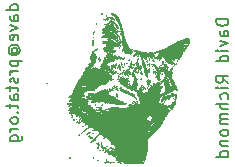
<source format=gbr>
G04 #@! TF.GenerationSoftware,KiCad,Pcbnew,(5.1.5)-2*
G04 #@! TF.CreationDate,2019-12-06T13:47:24+11:00*
G04 #@! TF.ProjectId,SWD-Breakout,5357442d-4272-4656-916b-6f75742e6b69,rev?*
G04 #@! TF.SameCoordinates,Original*
G04 #@! TF.FileFunction,Legend,Bot*
G04 #@! TF.FilePolarity,Positive*
%FSLAX46Y46*%
G04 Gerber Fmt 4.6, Leading zero omitted, Abs format (unit mm)*
G04 Created by KiCad (PCBNEW (5.1.5)-2) date 2019-12-06 13:47:24*
%MOMM*%
%LPD*%
G04 APERTURE LIST*
%ADD10C,0.150000*%
%ADD11C,0.010000*%
G04 APERTURE END LIST*
D10*
X152217380Y-75470476D02*
X151217380Y-75470476D01*
X151217380Y-75708571D01*
X151265000Y-75851428D01*
X151360238Y-75946666D01*
X151455476Y-75994285D01*
X151645952Y-76041904D01*
X151788809Y-76041904D01*
X151979285Y-75994285D01*
X152074523Y-75946666D01*
X152169761Y-75851428D01*
X152217380Y-75708571D01*
X152217380Y-75470476D01*
X152217380Y-76899047D02*
X151693571Y-76899047D01*
X151598333Y-76851428D01*
X151550714Y-76756190D01*
X151550714Y-76565714D01*
X151598333Y-76470476D01*
X152169761Y-76899047D02*
X152217380Y-76803809D01*
X152217380Y-76565714D01*
X152169761Y-76470476D01*
X152074523Y-76422857D01*
X151979285Y-76422857D01*
X151884047Y-76470476D01*
X151836428Y-76565714D01*
X151836428Y-76803809D01*
X151788809Y-76899047D01*
X151550714Y-77280000D02*
X152217380Y-77518095D01*
X151550714Y-77756190D01*
X152217380Y-78137142D02*
X151550714Y-78137142D01*
X151217380Y-78137142D02*
X151265000Y-78089523D01*
X151312619Y-78137142D01*
X151265000Y-78184761D01*
X151217380Y-78137142D01*
X151312619Y-78137142D01*
X152217380Y-79041904D02*
X151217380Y-79041904D01*
X152169761Y-79041904D02*
X152217380Y-78946666D01*
X152217380Y-78756190D01*
X152169761Y-78660952D01*
X152122142Y-78613333D01*
X152026904Y-78565714D01*
X151741190Y-78565714D01*
X151645952Y-78613333D01*
X151598333Y-78660952D01*
X151550714Y-78756190D01*
X151550714Y-78946666D01*
X151598333Y-79041904D01*
X152217380Y-80851428D02*
X151741190Y-80518095D01*
X152217380Y-80280000D02*
X151217380Y-80280000D01*
X151217380Y-80660952D01*
X151265000Y-80756190D01*
X151312619Y-80803809D01*
X151407857Y-80851428D01*
X151550714Y-80851428D01*
X151645952Y-80803809D01*
X151693571Y-80756190D01*
X151741190Y-80660952D01*
X151741190Y-80280000D01*
X152217380Y-81280000D02*
X151550714Y-81280000D01*
X151217380Y-81280000D02*
X151265000Y-81232380D01*
X151312619Y-81280000D01*
X151265000Y-81327619D01*
X151217380Y-81280000D01*
X151312619Y-81280000D01*
X152169761Y-82184761D02*
X152217380Y-82089523D01*
X152217380Y-81899047D01*
X152169761Y-81803809D01*
X152122142Y-81756190D01*
X152026904Y-81708571D01*
X151741190Y-81708571D01*
X151645952Y-81756190D01*
X151598333Y-81803809D01*
X151550714Y-81899047D01*
X151550714Y-82089523D01*
X151598333Y-82184761D01*
X152217380Y-82613333D02*
X151217380Y-82613333D01*
X152217380Y-83041904D02*
X151693571Y-83041904D01*
X151598333Y-82994285D01*
X151550714Y-82899047D01*
X151550714Y-82756190D01*
X151598333Y-82660952D01*
X151645952Y-82613333D01*
X152217380Y-83518095D02*
X151550714Y-83518095D01*
X151645952Y-83518095D02*
X151598333Y-83565714D01*
X151550714Y-83660952D01*
X151550714Y-83803809D01*
X151598333Y-83899047D01*
X151693571Y-83946666D01*
X152217380Y-83946666D01*
X151693571Y-83946666D02*
X151598333Y-83994285D01*
X151550714Y-84089523D01*
X151550714Y-84232380D01*
X151598333Y-84327619D01*
X151693571Y-84375238D01*
X152217380Y-84375238D01*
X152217380Y-84994285D02*
X152169761Y-84899047D01*
X152122142Y-84851428D01*
X152026904Y-84803809D01*
X151741190Y-84803809D01*
X151645952Y-84851428D01*
X151598333Y-84899047D01*
X151550714Y-84994285D01*
X151550714Y-85137142D01*
X151598333Y-85232380D01*
X151645952Y-85280000D01*
X151741190Y-85327619D01*
X152026904Y-85327619D01*
X152122142Y-85280000D01*
X152169761Y-85232380D01*
X152217380Y-85137142D01*
X152217380Y-84994285D01*
X151550714Y-85756190D02*
X152217380Y-85756190D01*
X151645952Y-85756190D02*
X151598333Y-85803809D01*
X151550714Y-85899047D01*
X151550714Y-86041904D01*
X151598333Y-86137142D01*
X151693571Y-86184761D01*
X152217380Y-86184761D01*
X152217380Y-87089523D02*
X151217380Y-87089523D01*
X152169761Y-87089523D02*
X152217380Y-86994285D01*
X152217380Y-86803809D01*
X152169761Y-86708571D01*
X152122142Y-86660952D01*
X152026904Y-86613333D01*
X151741190Y-86613333D01*
X151645952Y-86660952D01*
X151598333Y-86708571D01*
X151550714Y-86803809D01*
X151550714Y-86994285D01*
X151598333Y-87089523D01*
X134437380Y-74676666D02*
X133437380Y-74676666D01*
X134389761Y-74676666D02*
X134437380Y-74581428D01*
X134437380Y-74390952D01*
X134389761Y-74295714D01*
X134342142Y-74248095D01*
X134246904Y-74200476D01*
X133961190Y-74200476D01*
X133865952Y-74248095D01*
X133818333Y-74295714D01*
X133770714Y-74390952D01*
X133770714Y-74581428D01*
X133818333Y-74676666D01*
X134437380Y-75581428D02*
X133913571Y-75581428D01*
X133818333Y-75533809D01*
X133770714Y-75438571D01*
X133770714Y-75248095D01*
X133818333Y-75152857D01*
X134389761Y-75581428D02*
X134437380Y-75486190D01*
X134437380Y-75248095D01*
X134389761Y-75152857D01*
X134294523Y-75105238D01*
X134199285Y-75105238D01*
X134104047Y-75152857D01*
X134056428Y-75248095D01*
X134056428Y-75486190D01*
X134008809Y-75581428D01*
X133770714Y-75962380D02*
X134437380Y-76200476D01*
X133770714Y-76438571D01*
X134389761Y-77200476D02*
X134437380Y-77105238D01*
X134437380Y-76914761D01*
X134389761Y-76819523D01*
X134294523Y-76771904D01*
X133913571Y-76771904D01*
X133818333Y-76819523D01*
X133770714Y-76914761D01*
X133770714Y-77105238D01*
X133818333Y-77200476D01*
X133913571Y-77248095D01*
X134008809Y-77248095D01*
X134104047Y-76771904D01*
X133961190Y-78295714D02*
X133913571Y-78248095D01*
X133865952Y-78152857D01*
X133865952Y-78057619D01*
X133913571Y-77962380D01*
X133961190Y-77914761D01*
X134056428Y-77867142D01*
X134151666Y-77867142D01*
X134246904Y-77914761D01*
X134294523Y-77962380D01*
X134342142Y-78057619D01*
X134342142Y-78152857D01*
X134294523Y-78248095D01*
X134246904Y-78295714D01*
X133865952Y-78295714D02*
X134246904Y-78295714D01*
X134294523Y-78343333D01*
X134294523Y-78390952D01*
X134246904Y-78486190D01*
X134151666Y-78533809D01*
X133913571Y-78533809D01*
X133770714Y-78438571D01*
X133675476Y-78295714D01*
X133627857Y-78105238D01*
X133675476Y-77914761D01*
X133770714Y-77771904D01*
X133913571Y-77676666D01*
X134104047Y-77629047D01*
X134294523Y-77676666D01*
X134437380Y-77771904D01*
X134532619Y-77914761D01*
X134580238Y-78105238D01*
X134532619Y-78295714D01*
X134437380Y-78438571D01*
X133770714Y-78962380D02*
X134770714Y-78962380D01*
X133818333Y-78962380D02*
X133770714Y-79057619D01*
X133770714Y-79248095D01*
X133818333Y-79343333D01*
X133865952Y-79390952D01*
X133961190Y-79438571D01*
X134246904Y-79438571D01*
X134342142Y-79390952D01*
X134389761Y-79343333D01*
X134437380Y-79248095D01*
X134437380Y-79057619D01*
X134389761Y-78962380D01*
X134437380Y-79867142D02*
X133770714Y-79867142D01*
X133961190Y-79867142D02*
X133865952Y-79914761D01*
X133818333Y-79962380D01*
X133770714Y-80057619D01*
X133770714Y-80152857D01*
X134389761Y-80438571D02*
X134437380Y-80533809D01*
X134437380Y-80724285D01*
X134389761Y-80819523D01*
X134294523Y-80867142D01*
X134246904Y-80867142D01*
X134151666Y-80819523D01*
X134104047Y-80724285D01*
X134104047Y-80581428D01*
X134056428Y-80486190D01*
X133961190Y-80438571D01*
X133913571Y-80438571D01*
X133818333Y-80486190D01*
X133770714Y-80581428D01*
X133770714Y-80724285D01*
X133818333Y-80819523D01*
X133770714Y-81152857D02*
X133770714Y-81533809D01*
X133437380Y-81295714D02*
X134294523Y-81295714D01*
X134389761Y-81343333D01*
X134437380Y-81438571D01*
X134437380Y-81533809D01*
X134437380Y-82295714D02*
X133913571Y-82295714D01*
X133818333Y-82248095D01*
X133770714Y-82152857D01*
X133770714Y-81962380D01*
X133818333Y-81867142D01*
X134389761Y-82295714D02*
X134437380Y-82200476D01*
X134437380Y-81962380D01*
X134389761Y-81867142D01*
X134294523Y-81819523D01*
X134199285Y-81819523D01*
X134104047Y-81867142D01*
X134056428Y-81962380D01*
X134056428Y-82200476D01*
X134008809Y-82295714D01*
X133770714Y-82629047D02*
X133770714Y-83010000D01*
X133437380Y-82771904D02*
X134294523Y-82771904D01*
X134389761Y-82819523D01*
X134437380Y-82914761D01*
X134437380Y-83010000D01*
X134342142Y-83343333D02*
X134389761Y-83390952D01*
X134437380Y-83343333D01*
X134389761Y-83295714D01*
X134342142Y-83343333D01*
X134437380Y-83343333D01*
X134437380Y-83962380D02*
X134389761Y-83867142D01*
X134342142Y-83819523D01*
X134246904Y-83771904D01*
X133961190Y-83771904D01*
X133865952Y-83819523D01*
X133818333Y-83867142D01*
X133770714Y-83962380D01*
X133770714Y-84105238D01*
X133818333Y-84200476D01*
X133865952Y-84248095D01*
X133961190Y-84295714D01*
X134246904Y-84295714D01*
X134342142Y-84248095D01*
X134389761Y-84200476D01*
X134437380Y-84105238D01*
X134437380Y-83962380D01*
X134437380Y-84724285D02*
X133770714Y-84724285D01*
X133961190Y-84724285D02*
X133865952Y-84771904D01*
X133818333Y-84819523D01*
X133770714Y-84914761D01*
X133770714Y-85010000D01*
X133770714Y-85771904D02*
X134580238Y-85771904D01*
X134675476Y-85724285D01*
X134723095Y-85676666D01*
X134770714Y-85581428D01*
X134770714Y-85438571D01*
X134723095Y-85343333D01*
X134389761Y-85771904D02*
X134437380Y-85676666D01*
X134437380Y-85486190D01*
X134389761Y-85390952D01*
X134342142Y-85343333D01*
X134246904Y-85295714D01*
X133961190Y-85295714D01*
X133865952Y-85343333D01*
X133818333Y-85390952D01*
X133770714Y-85486190D01*
X133770714Y-85676666D01*
X133818333Y-85771904D01*
D11*
G36*
X140976657Y-77965933D02*
G01*
X140907478Y-78019252D01*
X140819848Y-78093274D01*
X140753694Y-78127638D01*
X140694787Y-78182889D01*
X140642061Y-78289664D01*
X140606733Y-78414972D01*
X140600016Y-78525821D01*
X140607477Y-78557757D01*
X140617333Y-78638536D01*
X140583141Y-78668263D01*
X140525370Y-78630606D01*
X140521808Y-78626116D01*
X140491647Y-78595094D01*
X140491634Y-78624697D01*
X140522221Y-78723483D01*
X140527834Y-78740000D01*
X140574998Y-78896921D01*
X140602517Y-79027428D01*
X140608031Y-79114560D01*
X140589178Y-79141358D01*
X140583330Y-79138662D01*
X140548773Y-79147194D01*
X140546666Y-79160834D01*
X140511234Y-79197250D01*
X140462000Y-79205666D01*
X140393237Y-79225033D01*
X140377333Y-79251963D01*
X140412675Y-79298775D01*
X140462000Y-79320400D01*
X140530628Y-79353908D01*
X140546666Y-79379937D01*
X140519585Y-79415057D01*
X140466131Y-79401800D01*
X140440762Y-79374885D01*
X140388485Y-79354239D01*
X140313283Y-79392310D01*
X140236619Y-79475714D01*
X140210527Y-79518444D01*
X140159428Y-79588823D01*
X140119166Y-79605257D01*
X140099100Y-79621978D01*
X140102166Y-79671333D01*
X140100587Y-79730134D01*
X140080028Y-79734232D01*
X140044290Y-79752058D01*
X140013183Y-79828351D01*
X139968470Y-79942404D01*
X139895781Y-80066234D01*
X139884941Y-80081258D01*
X139820650Y-80178155D01*
X139786399Y-80250231D01*
X139784666Y-80260853D01*
X139759009Y-80320863D01*
X139696526Y-80406823D01*
X139689416Y-80415116D01*
X139611827Y-80518448D01*
X139523817Y-80655543D01*
X139485315Y-80722355D01*
X139407733Y-80863540D01*
X139311096Y-81039670D01*
X139221210Y-81203701D01*
X139149502Y-81347337D01*
X139102072Y-81467466D01*
X139087670Y-81541320D01*
X139089078Y-81547488D01*
X139076144Y-81610704D01*
X139041874Y-81634727D01*
X138993271Y-81684900D01*
X138994435Y-81721353D01*
X138982323Y-81785317D01*
X138953810Y-81805364D01*
X138912107Y-81847414D01*
X138916648Y-81872367D01*
X138905382Y-81907598D01*
X138866415Y-81915648D01*
X138815781Y-81922696D01*
X138844956Y-81951845D01*
X138853333Y-81957333D01*
X138880397Y-81986639D01*
X138835227Y-82000622D01*
X138789833Y-82003521D01*
X138662833Y-82008673D01*
X138779250Y-82054675D01*
X138869381Y-82113059D01*
X138891367Y-82178094D01*
X138841937Y-82230544D01*
X138811000Y-82241400D01*
X138742169Y-82286183D01*
X138726333Y-82327395D01*
X138747968Y-82369857D01*
X138824878Y-82371041D01*
X138851692Y-82366178D01*
X138948343Y-82361084D01*
X139003503Y-82383907D01*
X139002573Y-82448108D01*
X138954210Y-82510451D01*
X138888192Y-82534337D01*
X138881988Y-82533255D01*
X138855234Y-82532955D01*
X138863916Y-82539299D01*
X138895314Y-82592020D01*
X138895666Y-82598359D01*
X138868744Y-82618595D01*
X138846792Y-82609457D01*
X138817811Y-82604472D01*
X138828013Y-82627945D01*
X138817486Y-82679751D01*
X138749887Y-82725948D01*
X138671044Y-82774222D01*
X138641666Y-82814247D01*
X138672819Y-82819250D01*
X138750781Y-82784710D01*
X138784247Y-82765119D01*
X138897902Y-82699376D01*
X138953581Y-82682117D01*
X138961928Y-82712234D01*
X138950488Y-82747849D01*
X138944476Y-82797520D01*
X138996868Y-82790454D01*
X139000138Y-82789213D01*
X139051781Y-82775425D01*
X139036195Y-82808451D01*
X139021872Y-82826124D01*
X138953752Y-82871708D01*
X138913146Y-82871942D01*
X138846408Y-82884002D01*
X138803512Y-82920475D01*
X138771159Y-82967143D01*
X138797075Y-82959750D01*
X138801449Y-82957156D01*
X138878952Y-82942406D01*
X138982486Y-82952639D01*
X139109573Y-82980552D01*
X139001774Y-83065347D01*
X138901279Y-83168027D01*
X138831636Y-83270691D01*
X138769298Y-83391241D01*
X138911767Y-83368121D01*
X139019219Y-83364354D01*
X139081086Y-83388656D01*
X139082426Y-83390614D01*
X139140492Y-83416266D01*
X139243253Y-83413950D01*
X139246558Y-83413409D01*
X139334066Y-83401548D01*
X139349054Y-83413431D01*
X139305495Y-83453349D01*
X139253781Y-83502657D01*
X139273501Y-83529019D01*
X139318307Y-83544613D01*
X139379717Y-83575751D01*
X139367375Y-83623711D01*
X139352979Y-83642912D01*
X139323925Y-83684816D01*
X139346175Y-83680186D01*
X139412760Y-83639352D01*
X139514131Y-83580620D01*
X139559462Y-83574950D01*
X139559581Y-83623469D01*
X139550860Y-83653732D01*
X139537545Y-83710965D01*
X139563049Y-83717735D01*
X139643257Y-83680308D01*
X139766792Y-83643199D01*
X139848166Y-83650680D01*
X139894189Y-83674806D01*
X139880103Y-83701906D01*
X139797215Y-83745811D01*
X139784666Y-83751725D01*
X139709745Y-83789867D01*
X139696275Y-83803711D01*
X139710583Y-83800783D01*
X139772097Y-83802019D01*
X139784666Y-83821328D01*
X139820594Y-83853858D01*
X139879916Y-83863679D01*
X139932962Y-83869479D01*
X139935217Y-83890839D01*
X139879350Y-83936923D01*
X139758030Y-84016896D01*
X139756583Y-84017819D01*
X139707220Y-84052760D01*
X139732187Y-84054162D01*
X139774083Y-84044632D01*
X139847112Y-84042702D01*
X139869333Y-84065099D01*
X139903639Y-84090215D01*
X139964583Y-84085912D01*
X140030389Y-84072821D01*
X140024560Y-84090325D01*
X139975166Y-84130863D01*
X139917275Y-84180710D01*
X139928084Y-84197352D01*
X139983251Y-84199653D01*
X140079355Y-84224804D01*
X140110365Y-84285679D01*
X140081060Y-84349093D01*
X140059243Y-84386288D01*
X140094985Y-84388710D01*
X140162082Y-84371361D01*
X140260631Y-84354695D01*
X140292666Y-84376141D01*
X140326297Y-84398493D01*
X140387585Y-84388246D01*
X140452973Y-84372222D01*
X140448154Y-84398734D01*
X140419335Y-84435653D01*
X140379168Y-84490800D01*
X140398324Y-84496495D01*
X140430250Y-84485421D01*
X140496787Y-84469381D01*
X140498527Y-84492142D01*
X140441717Y-84546452D01*
X140332608Y-84625058D01*
X140281545Y-84658023D01*
X140123302Y-84767229D01*
X139951191Y-84900309D01*
X139848166Y-84987992D01*
X139760116Y-85068204D01*
X139726008Y-85102821D01*
X139749229Y-85090229D01*
X139833170Y-85028817D01*
X139954000Y-84937626D01*
X140118503Y-84819125D01*
X140282290Y-84711608D01*
X140417773Y-84632864D01*
X140454792Y-84614766D01*
X140567074Y-84567202D01*
X140629807Y-84554981D01*
X140670144Y-84577598D01*
X140696863Y-84610275D01*
X140741975Y-84654202D01*
X140757635Y-84645500D01*
X140775118Y-84639738D01*
X140809106Y-84679411D01*
X140837341Y-84734681D01*
X140842352Y-84759063D01*
X140808070Y-84793100D01*
X140755143Y-84815845D01*
X140695807Y-84846769D01*
X140691707Y-84868151D01*
X140742309Y-84868317D01*
X140820454Y-84836738D01*
X140910869Y-84802971D01*
X140977048Y-84824771D01*
X140987869Y-84833263D01*
X141058120Y-84865845D01*
X141090710Y-84861054D01*
X141137099Y-84871285D01*
X141154735Y-84899743D01*
X141208835Y-84955865D01*
X141239309Y-84963000D01*
X141311337Y-84988986D01*
X141323605Y-85054911D01*
X141278043Y-85142725D01*
X141213205Y-85207202D01*
X141089654Y-85313375D01*
X140952480Y-85440639D01*
X140815870Y-85574563D01*
X140694015Y-85700713D01*
X140601104Y-85804656D01*
X140551325Y-85871960D01*
X140546666Y-85885179D01*
X140571113Y-85885275D01*
X140633395Y-85836688D01*
X140716925Y-85755596D01*
X140805114Y-85658175D01*
X140881375Y-85560600D01*
X140885333Y-85554915D01*
X140952793Y-85481947D01*
X141064358Y-85384730D01*
X141175032Y-85299729D01*
X141302881Y-85212283D01*
X141386097Y-85171439D01*
X141445150Y-85169675D01*
X141481949Y-85186957D01*
X141546205Y-85244191D01*
X141562666Y-85280499D01*
X141596238Y-85336547D01*
X141670844Y-85388637D01*
X141747318Y-85413154D01*
X141773823Y-85407815D01*
X141823586Y-85421922D01*
X141907528Y-85485926D01*
X142008634Y-85582288D01*
X142109888Y-85693469D01*
X142194276Y-85801931D01*
X142244783Y-85890134D01*
X142246640Y-85895183D01*
X142325806Y-86006119D01*
X142450536Y-86064281D01*
X142523920Y-86066823D01*
X142575897Y-86096608D01*
X142635057Y-86177366D01*
X142641424Y-86189231D01*
X142679461Y-86281492D01*
X142666162Y-86316659D01*
X142657041Y-86317666D01*
X142648139Y-86343487D01*
X142690979Y-86407222D01*
X142705666Y-86423500D01*
X142805092Y-86529333D01*
X142702462Y-86529981D01*
X142582144Y-86549006D01*
X142515024Y-86596876D01*
X142516569Y-86662183D01*
X142512239Y-86675403D01*
X142460464Y-86637661D01*
X142437326Y-86617204D01*
X142365089Y-86563591D01*
X142326627Y-86558855D01*
X142324666Y-86566785D01*
X142300205Y-86599130D01*
X142282818Y-86593133D01*
X142259546Y-86600360D01*
X142269224Y-86640897D01*
X142269281Y-86673141D01*
X142220144Y-86651980D01*
X142142151Y-86596053D01*
X142054833Y-86515968D01*
X142012876Y-86449641D01*
X142013805Y-86429373D01*
X142007924Y-86421836D01*
X141958276Y-86466269D01*
X141947369Y-86477355D01*
X141871595Y-86537030D01*
X141815931Y-86549905D01*
X141814143Y-86548940D01*
X141776600Y-86536507D01*
X141795152Y-86575921D01*
X141848416Y-86639272D01*
X141945403Y-86717400D01*
X142069187Y-86752300D01*
X142136978Y-86757867D01*
X142223049Y-86790548D01*
X142319226Y-86864996D01*
X142331695Y-86877894D01*
X142407936Y-86945216D01*
X142462245Y-86966758D01*
X142469361Y-86963193D01*
X142513278Y-86970930D01*
X142579158Y-87030726D01*
X142585166Y-87037965D01*
X142642365Y-87104988D01*
X142659913Y-87107829D01*
X142650774Y-87051895D01*
X142655354Y-86977584D01*
X142724767Y-86942782D01*
X142732847Y-86941155D01*
X142829268Y-86940059D01*
X142854251Y-86981402D01*
X142804247Y-87057036D01*
X142789521Y-87071337D01*
X142715091Y-87174391D01*
X142681797Y-87265046D01*
X142683118Y-87356281D01*
X142744734Y-87408335D01*
X142767847Y-87417831D01*
X142868906Y-87440664D01*
X142932669Y-87435879D01*
X142993301Y-87450128D01*
X143019981Y-87488797D01*
X143050371Y-87537003D01*
X143083560Y-87508026D01*
X143129273Y-87473736D01*
X143206375Y-87499101D01*
X143208283Y-87500118D01*
X143277831Y-87550599D01*
X143298333Y-87584482D01*
X143338571Y-87595706D01*
X143450900Y-87606171D01*
X143622747Y-87615248D01*
X143841537Y-87622312D01*
X144094696Y-87626736D01*
X144158336Y-87627329D01*
X145018339Y-87634006D01*
X145087016Y-87380618D01*
X143322354Y-87380618D01*
X143312867Y-87392921D01*
X143251855Y-87361932D01*
X143240791Y-87354833D01*
X142917333Y-87354833D01*
X142896166Y-87376000D01*
X142875000Y-87354833D01*
X142896166Y-87333666D01*
X142917333Y-87354833D01*
X143240791Y-87354833D01*
X143240045Y-87354355D01*
X143162843Y-87298738D01*
X143129060Y-87264436D01*
X143129000Y-87263808D01*
X143156960Y-87263006D01*
X143219929Y-87295813D01*
X143286536Y-87343276D01*
X143322354Y-87380618D01*
X145087016Y-87380618D01*
X145125223Y-87239655D01*
X143001810Y-87239655D01*
X142970253Y-87247633D01*
X142959666Y-87247703D01*
X142869057Y-87225550D01*
X142832666Y-87206666D01*
X142790523Y-87173677D01*
X142822080Y-87165699D01*
X142832666Y-87165629D01*
X142923276Y-87187782D01*
X142959666Y-87206666D01*
X143001810Y-87239655D01*
X145125223Y-87239655D01*
X145136490Y-87198086D01*
X145188729Y-87008607D01*
X145236112Y-86842571D01*
X145237053Y-86839432D01*
X142774547Y-86839432D01*
X142759911Y-86844369D01*
X142698096Y-86816505D01*
X142626252Y-86759458D01*
X142473681Y-86759458D01*
X142468411Y-86783333D01*
X142418229Y-86751391D01*
X142376824Y-86698666D01*
X142365352Y-86677500D01*
X142155333Y-86677500D01*
X142134166Y-86698666D01*
X142114719Y-86679219D01*
X142063222Y-86679219D01*
X142046961Y-86682737D01*
X141970615Y-86650360D01*
X141902475Y-86609322D01*
X141896259Y-86580864D01*
X141900689Y-86578936D01*
X141967223Y-86592578D01*
X142021908Y-86633262D01*
X142063222Y-86679219D01*
X142114719Y-86679219D01*
X142113000Y-86677500D01*
X142134166Y-86656333D01*
X142155333Y-86677500D01*
X142365352Y-86677500D01*
X142341764Y-86633981D01*
X142338913Y-86614000D01*
X142374937Y-86641615D01*
X142430500Y-86698666D01*
X142473681Y-86759458D01*
X142626252Y-86759458D01*
X142618939Y-86753652D01*
X142589733Y-86691052D01*
X142615790Y-86626233D01*
X142665964Y-86614000D01*
X142733313Y-86632235D01*
X142748000Y-86656333D01*
X142714982Y-86696362D01*
X142699105Y-86698666D01*
X142686077Y-86723836D01*
X142725433Y-86781785D01*
X142774547Y-86839432D01*
X145237053Y-86839432D01*
X145248472Y-86801341D01*
X143122888Y-86801341D01*
X143112906Y-86823431D01*
X143089165Y-86825666D01*
X143031760Y-86794920D01*
X143023466Y-86783818D01*
X143030280Y-86759762D01*
X143063301Y-86767180D01*
X143122888Y-86801341D01*
X145248472Y-86801341D01*
X145272397Y-86721542D01*
X145287959Y-86674862D01*
X145291341Y-86653834D01*
X143002000Y-86653834D01*
X142971270Y-86696943D01*
X142959666Y-86698666D01*
X142918434Y-86684223D01*
X142917333Y-86679998D01*
X142946998Y-86643855D01*
X142959666Y-86635166D01*
X142998676Y-86638523D01*
X143002000Y-86653834D01*
X145291341Y-86653834D01*
X145297749Y-86614000D01*
X142853833Y-86614000D01*
X142850477Y-86653009D01*
X142835165Y-86656333D01*
X142792056Y-86625603D01*
X142790333Y-86614000D01*
X142804777Y-86572767D01*
X142809001Y-86571666D01*
X142845144Y-86601331D01*
X142853833Y-86614000D01*
X145297749Y-86614000D01*
X145300504Y-86596878D01*
X145307503Y-86457006D01*
X145308220Y-86277889D01*
X145304987Y-86151637D01*
X145299851Y-85939005D01*
X145304553Y-85791035D01*
X145321062Y-85688089D01*
X145351348Y-85610530D01*
X145360976Y-85593358D01*
X145417563Y-85510340D01*
X145458965Y-85471409D01*
X145461523Y-85471000D01*
X145493700Y-85435945D01*
X145511573Y-85387710D01*
X145562229Y-85315470D01*
X145658742Y-85245294D01*
X145678571Y-85235170D01*
X145798034Y-85150866D01*
X145891455Y-85039920D01*
X145896007Y-85031821D01*
X145900994Y-85025436D01*
X145620803Y-85025436D01*
X145581016Y-85024915D01*
X145545376Y-85007140D01*
X145477275Y-84981292D01*
X145457383Y-85009587D01*
X145457333Y-85012915D01*
X145435842Y-85032910D01*
X145406692Y-85010270D01*
X145330333Y-85010270D01*
X145294834Y-85040667D01*
X145245666Y-85047666D01*
X145177013Y-85022867D01*
X145161776Y-84989811D01*
X145118666Y-84989811D01*
X145094627Y-85057111D01*
X145090444Y-85061777D01*
X145045107Y-85071820D01*
X145040350Y-85068127D01*
X145045580Y-85029189D01*
X144985063Y-85029189D01*
X144983440Y-85038022D01*
X144934371Y-85098868D01*
X144873343Y-85116034D01*
X144786805Y-85129987D01*
X144751927Y-85146294D01*
X144701347Y-85148181D01*
X144627423Y-85118621D01*
X144574077Y-85077584D01*
X144570674Y-85068833D01*
X144526000Y-85068833D01*
X144504833Y-85090000D01*
X144483666Y-85068833D01*
X144504833Y-85047666D01*
X144526000Y-85068833D01*
X144570674Y-85068833D01*
X144568333Y-85062814D01*
X144600176Y-85054330D01*
X144634199Y-85063883D01*
X144714473Y-85065074D01*
X144827339Y-85035462D01*
X144848789Y-85027018D01*
X144944558Y-84990248D01*
X144983332Y-84990429D01*
X144985063Y-85029189D01*
X145045580Y-85029189D01*
X145046192Y-85024635D01*
X145068572Y-84996161D01*
X145111193Y-84972295D01*
X145118666Y-84989811D01*
X145161776Y-84989811D01*
X145161000Y-84988129D01*
X145192116Y-84946531D01*
X145245666Y-84950733D01*
X145314294Y-84984241D01*
X145330333Y-85010270D01*
X145406692Y-85010270D01*
X145384762Y-84993238D01*
X145335869Y-84933313D01*
X145350056Y-84885215D01*
X145385556Y-84847300D01*
X145473024Y-84804584D01*
X145555861Y-84833805D01*
X145611599Y-84924137D01*
X145619459Y-84960036D01*
X145620803Y-85025436D01*
X145900994Y-85025436D01*
X145980893Y-84923143D01*
X146086444Y-84845438D01*
X146090163Y-84843746D01*
X146168461Y-84788264D01*
X146270082Y-84689567D01*
X146377389Y-84568591D01*
X146472746Y-84446277D01*
X146538516Y-84343562D01*
X146558000Y-84288321D01*
X146573161Y-84229831D01*
X146575362Y-84223613D01*
X145965333Y-84223613D01*
X145935254Y-84276952D01*
X145861353Y-84357757D01*
X145768140Y-84443497D01*
X145680120Y-84511644D01*
X145621801Y-84539665D01*
X145621550Y-84539666D01*
X145584275Y-84506080D01*
X145567696Y-84472704D01*
X145543701Y-84373125D01*
X145573842Y-84330931D01*
X145598121Y-84328000D01*
X145663793Y-84299362D01*
X145746283Y-84229962D01*
X145750794Y-84225224D01*
X145840202Y-84159604D01*
X145918003Y-84149809D01*
X145962009Y-84196005D01*
X145965333Y-84223613D01*
X146575362Y-84223613D01*
X146612985Y-84117341D01*
X146668989Y-83974755D01*
X146671347Y-83969004D01*
X146737472Y-83819660D01*
X146777977Y-83754913D01*
X145747682Y-83754913D01*
X145733261Y-83844578D01*
X145713126Y-83919429D01*
X145657981Y-84056362D01*
X145584679Y-84114437D01*
X145482312Y-84097115D01*
X145368618Y-84028784D01*
X145286386Y-83955917D01*
X145246402Y-83892386D01*
X145245666Y-83885800D01*
X145215923Y-83814221D01*
X145182166Y-83777666D01*
X145147091Y-83735333D01*
X140567833Y-83735333D01*
X140519075Y-83774318D01*
X140443836Y-83750181D01*
X140419666Y-83735333D01*
X140391522Y-83706151D01*
X140436368Y-83694648D01*
X140475082Y-83693648D01*
X140553608Y-83705533D01*
X140567833Y-83735333D01*
X145147091Y-83735333D01*
X145128767Y-83713218D01*
X145118666Y-83681255D01*
X145144219Y-83672488D01*
X145199051Y-83710291D01*
X145262365Y-83758492D01*
X145304114Y-83744601D01*
X145336635Y-83702866D01*
X145373999Y-83671833D01*
X140673666Y-83671833D01*
X140652500Y-83693000D01*
X140631333Y-83671833D01*
X140652500Y-83650666D01*
X140673666Y-83671833D01*
X145373999Y-83671833D01*
X145432780Y-83623013D01*
X140394044Y-83623013D01*
X140380905Y-83636657D01*
X140313833Y-83670343D01*
X140205353Y-83719838D01*
X140164233Y-83730171D01*
X140183575Y-83702857D01*
X140188950Y-83697758D01*
X140258899Y-83659350D01*
X140335000Y-83634677D01*
X140394044Y-83623013D01*
X145432780Y-83623013D01*
X145442538Y-83614909D01*
X145568345Y-83598693D01*
X145676449Y-83648186D01*
X145730095Y-83699439D01*
X145747682Y-83754913D01*
X146777977Y-83754913D01*
X146790521Y-83734863D01*
X146842911Y-83698423D01*
X146883013Y-83693000D01*
X146958933Y-83679640D01*
X146981333Y-83656537D01*
X146945377Y-83635069D01*
X146864916Y-83635692D01*
X146799804Y-83641976D01*
X146805398Y-83630393D01*
X146885766Y-83595177D01*
X146896666Y-83590709D01*
X146904140Y-83587166D01*
X141139333Y-83587166D01*
X141118166Y-83608333D01*
X141097000Y-83587166D01*
X141118166Y-83566000D01*
X141139333Y-83587166D01*
X146904140Y-83587166D01*
X146981695Y-83550404D01*
X146989030Y-83529219D01*
X146960166Y-83524203D01*
X146909427Y-83516083D01*
X146931916Y-83496835D01*
X146980314Y-83476476D01*
X147048352Y-83440946D01*
X147045014Y-83422601D01*
X141971448Y-83422601D01*
X141964833Y-83439000D01*
X141926792Y-83479385D01*
X141920001Y-83481333D01*
X141901819Y-83448580D01*
X141901333Y-83439000D01*
X141933672Y-83398549D01*
X141837833Y-83398549D01*
X141732000Y-83481333D01*
X141657346Y-83538712D01*
X141620697Y-83564915D01*
X141620287Y-83565058D01*
X141618138Y-83531168D01*
X141620287Y-83496472D01*
X141610676Y-83469207D01*
X140388443Y-83469207D01*
X140375485Y-83504432D01*
X140368935Y-83512618D01*
X140275639Y-83585854D01*
X140155832Y-83638655D01*
X140107566Y-83647983D01*
X140099271Y-83624427D01*
X140123333Y-83587166D01*
X140153280Y-83536971D01*
X140116048Y-83523707D01*
X140110878Y-83523666D01*
X140042018Y-83553102D01*
X140026823Y-83576583D01*
X139991126Y-83606831D01*
X139974930Y-83598773D01*
X139958754Y-83545266D01*
X140008946Y-83494907D01*
X140107532Y-83458305D01*
X140233720Y-83446005D01*
X140346062Y-83452132D01*
X140388443Y-83469207D01*
X141610676Y-83469207D01*
X141595120Y-83425084D01*
X141567357Y-83406314D01*
X141528033Y-83407054D01*
X141531626Y-83422924D01*
X141507622Y-83441345D01*
X141421077Y-83448149D01*
X141344237Y-83445309D01*
X141229527Y-83432570D01*
X141164336Y-83416078D01*
X141158330Y-83405891D01*
X141213682Y-83383647D01*
X141314563Y-83364541D01*
X141431774Y-83351448D01*
X141536120Y-83347242D01*
X141598402Y-83354796D01*
X141605000Y-83361922D01*
X141641580Y-83387447D01*
X141721416Y-83397607D01*
X141837833Y-83398549D01*
X141933672Y-83398549D01*
X141933877Y-83398293D01*
X141946165Y-83396666D01*
X141971448Y-83422601D01*
X147045014Y-83422601D01*
X147042634Y-83409522D01*
X147022647Y-83395141D01*
X146988218Y-83364086D01*
X147031250Y-83353238D01*
X147044833Y-83352639D01*
X147092810Y-83333166D01*
X142197666Y-83333166D01*
X142176500Y-83354333D01*
X142155333Y-83333166D01*
X142176500Y-83312000D01*
X142197666Y-83333166D01*
X147092810Y-83333166D01*
X147127654Y-83319024D01*
X147214552Y-83241358D01*
X147220521Y-83233985D01*
X147311542Y-83118321D01*
X147157021Y-83133225D01*
X147061828Y-83135999D01*
X147048063Y-83117946D01*
X147058995Y-83108937D01*
X147075442Y-83086245D01*
X143871103Y-83086245D01*
X143853271Y-83098849D01*
X143787557Y-83072940D01*
X143765226Y-83059653D01*
X143721923Y-83016980D01*
X143722959Y-83000263D01*
X143767740Y-83006480D01*
X143825074Y-83040294D01*
X143871103Y-83086245D01*
X147075442Y-83086245D01*
X147083729Y-83074813D01*
X147032574Y-83048267D01*
X147017293Y-83044067D01*
X146949053Y-83021613D01*
X146954414Y-82992432D01*
X147003131Y-82951335D01*
X147058779Y-82903630D01*
X147042513Y-82896105D01*
X146981333Y-82909662D01*
X146915415Y-82921497D01*
X146924269Y-82904760D01*
X146942987Y-82892275D01*
X146979983Y-82885910D01*
X144176954Y-82885910D01*
X144171163Y-82888666D01*
X144132531Y-82858864D01*
X144123833Y-82846333D01*
X144113046Y-82806756D01*
X144118836Y-82804000D01*
X144157469Y-82833801D01*
X144166166Y-82846333D01*
X144176954Y-82885910D01*
X146979983Y-82885910D01*
X147017642Y-82879431D01*
X147125057Y-82896842D01*
X147238208Y-82934759D01*
X147330075Y-82983434D01*
X147373634Y-83033118D01*
X147373032Y-83047416D01*
X147383328Y-83095276D01*
X147401139Y-83100333D01*
X147449115Y-83069519D01*
X147452291Y-83058000D01*
X147467493Y-82987152D01*
X147468570Y-82983916D01*
X147489261Y-82921917D01*
X147510549Y-82856916D01*
X147544485Y-82783316D01*
X147568754Y-82761666D01*
X147621399Y-82722704D01*
X147670365Y-82619102D01*
X147707864Y-82470786D01*
X147721369Y-82371279D01*
X147728922Y-82258362D01*
X147726407Y-82199454D01*
X147718141Y-82201013D01*
X147668474Y-82232173D01*
X147644467Y-82224637D01*
X147622009Y-82221771D01*
X147648605Y-82261090D01*
X147679178Y-82325038D01*
X147638022Y-82380233D01*
X147584500Y-82441749D01*
X147574000Y-82471113D01*
X147545213Y-82520339D01*
X147472804Y-82599572D01*
X147436416Y-82634022D01*
X147296226Y-82730028D01*
X147146594Y-82760379D01*
X147142582Y-82760425D01*
X147033428Y-82771729D01*
X146965460Y-82797979D01*
X146960166Y-82804000D01*
X146899511Y-82841593D01*
X146864910Y-82846333D01*
X146823933Y-82838398D01*
X146848673Y-82804347D01*
X146877992Y-82779691D01*
X146934447Y-82731281D01*
X146924164Y-82722313D01*
X146875500Y-82732555D01*
X146760507Y-82764230D01*
X146706166Y-82782023D01*
X146652300Y-82797432D01*
X146671567Y-82776158D01*
X146685000Y-82766308D01*
X146707685Y-82740500D01*
X144314333Y-82740500D01*
X144293166Y-82761666D01*
X144272000Y-82740500D01*
X144293166Y-82719333D01*
X144314333Y-82740500D01*
X146707685Y-82740500D01*
X146718109Y-82728641D01*
X146698339Y-82719981D01*
X146624188Y-82705319D01*
X146602296Y-82698166D01*
X146388666Y-82698166D01*
X146367500Y-82719333D01*
X146346333Y-82698166D01*
X144695333Y-82698166D01*
X144674166Y-82719333D01*
X144653000Y-82698166D01*
X144674166Y-82677000D01*
X144695333Y-82698166D01*
X146346333Y-82698166D01*
X146367500Y-82677000D01*
X146388666Y-82698166D01*
X146602296Y-82698166D01*
X146532696Y-82675426D01*
X146456955Y-82635510D01*
X146455385Y-82595046D01*
X146466440Y-82582293D01*
X146514596Y-82514646D01*
X146501892Y-82488422D01*
X146440833Y-82520433D01*
X146428415Y-82531172D01*
X146360747Y-82581871D01*
X146320039Y-82572471D01*
X146302064Y-82548316D01*
X146264878Y-82464034D01*
X146291126Y-82410964D01*
X146306886Y-82400049D01*
X146335120Y-82342127D01*
X146330062Y-82314659D01*
X146338389Y-82241135D01*
X146389884Y-82136000D01*
X146467055Y-82023194D01*
X146471352Y-82018334D01*
X146346333Y-82018334D01*
X146324231Y-82076256D01*
X146304000Y-82084333D01*
X146262878Y-82053949D01*
X146261666Y-82044498D01*
X146292439Y-81987164D01*
X146304000Y-81978500D01*
X146340241Y-81988096D01*
X146346333Y-82018334D01*
X146471352Y-82018334D01*
X146552412Y-81926655D01*
X146628466Y-81870323D01*
X146658667Y-81864891D01*
X146752767Y-81850270D01*
X146805564Y-81819556D01*
X146899023Y-81773391D01*
X147001087Y-81752963D01*
X147110986Y-81721590D01*
X147238452Y-81652047D01*
X147283713Y-81618897D01*
X147402976Y-81530903D01*
X147434289Y-81511250D01*
X146870478Y-81511250D01*
X146845107Y-81579191D01*
X146753857Y-81652050D01*
X146663833Y-81701750D01*
X146544506Y-81754771D01*
X146457182Y-81779626D01*
X146427263Y-81775412D01*
X146385094Y-81774951D01*
X146347996Y-81807162D01*
X146299316Y-81860693D01*
X146283633Y-81872666D01*
X146288621Y-81835659D01*
X146311648Y-81739415D01*
X146341733Y-81626728D01*
X146393352Y-81468489D01*
X146406031Y-81438030D01*
X145521630Y-81438030D01*
X145514975Y-81470500D01*
X145484928Y-81526200D01*
X145473971Y-81534000D01*
X145459172Y-81499431D01*
X145457333Y-81470500D01*
X145479488Y-81414153D01*
X145498338Y-81407000D01*
X145521630Y-81438030D01*
X146406031Y-81438030D01*
X146453249Y-81324602D01*
X146490021Y-81256311D01*
X146570210Y-81131833D01*
X146452526Y-81237666D01*
X146334842Y-81343500D01*
X146380148Y-81256334D01*
X145626666Y-81256334D01*
X145604564Y-81314256D01*
X145584333Y-81322333D01*
X145543212Y-81291949D01*
X145542000Y-81282498D01*
X145572772Y-81225164D01*
X145584333Y-81216500D01*
X145620575Y-81226096D01*
X145626666Y-81256334D01*
X146380148Y-81256334D01*
X146389852Y-81237666D01*
X146423824Y-81166950D01*
X146413139Y-81160036D01*
X146373462Y-81190737D01*
X146322596Y-81226974D01*
X146321174Y-81201200D01*
X146330366Y-81175881D01*
X146328058Y-81095531D01*
X146301542Y-81066814D01*
X146266687Y-81028266D01*
X146281142Y-80965295D01*
X146301753Y-80924364D01*
X146353624Y-80854803D01*
X146395737Y-80839869D01*
X146411551Y-80889547D01*
X146402397Y-80912508D01*
X146406757Y-80926878D01*
X146457169Y-80896531D01*
X146536540Y-80833150D01*
X146592885Y-80782306D01*
X146679778Y-80715774D01*
X146769654Y-80668301D01*
X146832134Y-80655018D01*
X146840222Y-80659111D01*
X146839010Y-80707697D01*
X146813472Y-80769249D01*
X146785328Y-80853231D01*
X146789821Y-80897361D01*
X146806100Y-80957418D01*
X146825736Y-81077576D01*
X146845534Y-81233521D01*
X146862299Y-81400942D01*
X146870478Y-81511250D01*
X147434289Y-81511250D01*
X147514868Y-81460677D01*
X147546358Y-81444580D01*
X147619943Y-81388886D01*
X147629620Y-81338231D01*
X147635097Y-81287192D01*
X147655466Y-81280000D01*
X147711699Y-81313786D01*
X147726768Y-81340226D01*
X147784553Y-81409180D01*
X147812305Y-81424408D01*
X147853249Y-81425514D01*
X147848435Y-81405816D01*
X147821969Y-81334644D01*
X147802222Y-81247551D01*
X147789260Y-81208191D01*
X147470568Y-81208191D01*
X147430961Y-81228878D01*
X147404666Y-81237666D01*
X147321196Y-81264408D01*
X147285751Y-81275780D01*
X147290699Y-81252052D01*
X147299882Y-81235969D01*
X147290813Y-81209340D01*
X147226894Y-81217088D01*
X147149512Y-81221718D01*
X147121726Y-81171037D01*
X147120208Y-81156118D01*
X147132035Y-81074680D01*
X147153360Y-81045501D01*
X147195395Y-80994665D01*
X147168207Y-80956654D01*
X147086911Y-80951762D01*
X147083957Y-80952308D01*
X147026512Y-80962046D01*
X147007056Y-80956660D01*
X147033189Y-80926632D01*
X147112508Y-80862446D01*
X147224750Y-80775975D01*
X147334265Y-80696133D01*
X147388470Y-80675381D01*
X147397073Y-80718583D01*
X147369785Y-80830602D01*
X147365288Y-80846362D01*
X147344537Y-80939557D01*
X147361188Y-80977339D01*
X147408598Y-80983666D01*
X147462796Y-80989440D01*
X147463088Y-81021979D01*
X147421940Y-81089500D01*
X147377795Y-81163988D01*
X147384512Y-81192984D01*
X147431548Y-81199553D01*
X147470568Y-81208191D01*
X147789260Y-81208191D01*
X147768737Y-81145872D01*
X147704667Y-81011433D01*
X147656985Y-80927937D01*
X147628563Y-80877833D01*
X147447000Y-80877833D01*
X147425833Y-80899000D01*
X147404666Y-80877833D01*
X147425833Y-80856666D01*
X147447000Y-80877833D01*
X147628563Y-80877833D01*
X147587812Y-80805997D01*
X147542298Y-80707753D01*
X147531666Y-80667882D01*
X147507606Y-80621800D01*
X147316871Y-80621800D01*
X147274928Y-80697168D01*
X147182416Y-80749299D01*
X147072659Y-80786746D01*
X147027297Y-80782676D01*
X147051339Y-80739518D01*
X147090257Y-80704606D01*
X147140373Y-80659066D01*
X147123597Y-80653804D01*
X147099906Y-80660554D01*
X147049231Y-80660260D01*
X147053198Y-80621474D01*
X147103990Y-80562867D01*
X147157157Y-80523770D01*
X147230550Y-80489463D01*
X147273378Y-80511232D01*
X147282692Y-80524681D01*
X147316871Y-80621800D01*
X147507606Y-80621800D01*
X147497956Y-80603318D01*
X147476188Y-80590435D01*
X147415634Y-80528154D01*
X147370917Y-80412893D01*
X147368972Y-80400730D01*
X147168563Y-80400730D01*
X147155403Y-80442402D01*
X147103250Y-80502243D01*
X147024392Y-80563369D01*
X146938485Y-80600271D01*
X146873181Y-80604372D01*
X146854333Y-80579469D01*
X146881746Y-80537115D01*
X146948071Y-80466503D01*
X146951658Y-80463052D01*
X146994895Y-80417997D01*
X146979552Y-80423671D01*
X146966665Y-80433333D01*
X146909412Y-80473643D01*
X146908179Y-80453338D01*
X146931350Y-80407149D01*
X146960462Y-80327964D01*
X146958677Y-80290732D01*
X146961306Y-80280940D01*
X146966855Y-80284799D01*
X147018167Y-80279615D01*
X147052491Y-80257644D01*
X147092942Y-80233462D01*
X147084368Y-80277188D01*
X147083743Y-80278822D01*
X147091457Y-80350400D01*
X147127404Y-80374886D01*
X147168563Y-80400730D01*
X147368972Y-80400730D01*
X147349000Y-80275873D01*
X147356844Y-80148314D01*
X147368881Y-80109291D01*
X147412403Y-79991435D01*
X147419206Y-79913999D01*
X147389823Y-79841373D01*
X147373301Y-79814028D01*
X147365732Y-79798333D01*
X147320000Y-79798333D01*
X147304511Y-79833178D01*
X147291778Y-79826555D01*
X147286711Y-79776315D01*
X147291778Y-79770111D01*
X147316945Y-79775922D01*
X147320000Y-79798333D01*
X147365732Y-79798333D01*
X147339267Y-79743458D01*
X147361937Y-79707979D01*
X147384664Y-79697911D01*
X147428465Y-79654355D01*
X147423682Y-79625518D01*
X147381518Y-79624853D01*
X147306261Y-79689265D01*
X147269750Y-79731053D01*
X147165033Y-79842886D01*
X147097563Y-79879273D01*
X147067622Y-79840098D01*
X147066000Y-79814316D01*
X147056724Y-79769189D01*
X147014768Y-79788349D01*
X146995569Y-79803733D01*
X146948638Y-79838070D01*
X146951757Y-79813661D01*
X146975892Y-79766583D01*
X147004435Y-79690703D01*
X146979088Y-79677329D01*
X146904118Y-79727435D01*
X146883257Y-79745416D01*
X146825196Y-79794204D01*
X146820328Y-79782341D01*
X146846192Y-79730735D01*
X146869357Y-79641778D01*
X146854115Y-79603381D01*
X146839375Y-79536713D01*
X146853512Y-79503329D01*
X146891054Y-79466616D01*
X146942400Y-79489424D01*
X146974546Y-79517024D01*
X147047886Y-79561716D01*
X147084149Y-79549215D01*
X147072675Y-79499728D01*
X147020307Y-79457868D01*
X146960701Y-79408495D01*
X146975626Y-79363773D01*
X146980790Y-79322843D01*
X146965726Y-79311500D01*
X146854333Y-79311500D01*
X146833166Y-79332666D01*
X146812000Y-79311500D01*
X146833166Y-79290333D01*
X146854333Y-79311500D01*
X146965726Y-79311500D01*
X146914361Y-79272823D01*
X146845893Y-79239506D01*
X146809693Y-79226833D01*
X146727333Y-79226833D01*
X146706166Y-79248000D01*
X146685000Y-79226833D01*
X146706166Y-79205666D01*
X146727333Y-79226833D01*
X146809693Y-79226833D01*
X146719060Y-79195104D01*
X146640572Y-79193973D01*
X146631127Y-79200272D01*
X146630081Y-79241696D01*
X146677959Y-79266931D01*
X146745013Y-79323030D01*
X146751228Y-79412618D01*
X146696805Y-79510512D01*
X146675862Y-79531435D01*
X146618856Y-79573648D01*
X146599814Y-79553669D01*
X146598987Y-79540311D01*
X146587926Y-79506819D01*
X146548973Y-79544747D01*
X146546070Y-79548534D01*
X146484367Y-79605174D01*
X146452166Y-79617102D01*
X146405540Y-79649274D01*
X146330982Y-79731028D01*
X146275060Y-79803401D01*
X146182674Y-79938726D01*
X146140585Y-80020131D01*
X146150602Y-80043417D01*
X146177000Y-80031166D01*
X146209771Y-80044725D01*
X146219333Y-80096697D01*
X146201001Y-80163624D01*
X146157189Y-80164544D01*
X146086912Y-80168474D01*
X146065981Y-80187723D01*
X146062833Y-80214723D01*
X146085792Y-80204542D01*
X146129398Y-80200864D01*
X146134666Y-80216669D01*
X146103774Y-80276515D01*
X146092333Y-80285166D01*
X146051615Y-80339288D01*
X146050000Y-80351165D01*
X146082289Y-80389859D01*
X146092333Y-80391000D01*
X146130643Y-80357049D01*
X146134666Y-80332029D01*
X146170357Y-80265477D01*
X146252745Y-80236248D01*
X146276105Y-80237639D01*
X146319519Y-80207843D01*
X146369096Y-80131552D01*
X146406972Y-80043461D01*
X146408539Y-80031166D01*
X146346333Y-80031166D01*
X146325166Y-80052333D01*
X146304000Y-80031166D01*
X146325166Y-80010000D01*
X146346333Y-80031166D01*
X146408539Y-80031166D01*
X146415286Y-79978261D01*
X146412709Y-79972320D01*
X146423822Y-79921193D01*
X146474331Y-79860929D01*
X146535134Y-79818141D01*
X146559346Y-79823522D01*
X146580994Y-79824678D01*
X146622846Y-79779658D01*
X146625478Y-79777166D01*
X146431000Y-79777166D01*
X146409833Y-79798333D01*
X146388666Y-79777166D01*
X146409833Y-79756000D01*
X146431000Y-79777166D01*
X146625478Y-79777166D01*
X146668571Y-79736375D01*
X146685000Y-79750407D01*
X146707895Y-79784307D01*
X146724332Y-79779021D01*
X146747222Y-79797863D01*
X146750553Y-79878302D01*
X146749220Y-79892939D01*
X146744921Y-79970570D01*
X146752869Y-79984447D01*
X146755749Y-79978250D01*
X146801092Y-79929175D01*
X146818026Y-79925333D01*
X146839924Y-79951520D01*
X146832966Y-79967991D01*
X146837511Y-80028234D01*
X146869399Y-80073446D01*
X146925093Y-80111699D01*
X146956018Y-80083705D01*
X146970629Y-80074305D01*
X146969424Y-80115833D01*
X146938585Y-80187341D01*
X146906670Y-80205791D01*
X146825694Y-80218076D01*
X146816887Y-80236722D01*
X146841591Y-80255228D01*
X146852712Y-80299017D01*
X146800122Y-80381622D01*
X146743674Y-80445080D01*
X146667906Y-80533003D01*
X146632390Y-80590206D01*
X146636932Y-80602666D01*
X146687737Y-80572617D01*
X146764288Y-80497414D01*
X146792066Y-80465083D01*
X146855008Y-80394024D01*
X146873799Y-80384804D01*
X146851857Y-80429219D01*
X146792601Y-80519068D01*
X146737979Y-80594863D01*
X146668832Y-80676377D01*
X146619562Y-80713025D01*
X146610438Y-80711549D01*
X146572043Y-80723036D01*
X146527150Y-80772977D01*
X146468172Y-80828973D01*
X146428103Y-80833709D01*
X146389833Y-80780171D01*
X146426366Y-80733095D01*
X146462750Y-80721194D01*
X146507002Y-80698321D01*
X146489028Y-80676417D01*
X146424790Y-80680000D01*
X146346526Y-80742471D01*
X146270829Y-80843784D01*
X146214295Y-80963891D01*
X146197787Y-81028246D01*
X146170925Y-81139951D01*
X146139077Y-81210894D01*
X146130983Y-81218776D01*
X146101079Y-81208365D01*
X146093760Y-81144442D01*
X146108206Y-81054864D01*
X146138096Y-80977257D01*
X146163695Y-80894757D01*
X146142890Y-80859772D01*
X146091368Y-80888221D01*
X146072712Y-80910894D01*
X146028034Y-80962905D01*
X146001635Y-80944924D01*
X145986578Y-80910827D01*
X145954861Y-80866307D01*
X145935710Y-80888416D01*
X145890038Y-80937564D01*
X145872610Y-80941333D01*
X145847749Y-80910229D01*
X145854486Y-80875634D01*
X145857495Y-80831871D01*
X145834962Y-80837583D01*
X145806660Y-80895350D01*
X145811373Y-80920333D01*
X145803699Y-81001257D01*
X145744026Y-81079969D01*
X145669000Y-81118923D01*
X145582882Y-81172172D01*
X145496043Y-81281897D01*
X145425793Y-81421848D01*
X145393335Y-81536951D01*
X145369461Y-81639639D01*
X145343972Y-81694259D01*
X145337394Y-81697145D01*
X145267764Y-81702722D01*
X145272565Y-81747009D01*
X145283187Y-81761033D01*
X145304003Y-81800833D01*
X145258578Y-81804334D01*
X145229832Y-81799380D01*
X145141572Y-81801150D01*
X145100263Y-81825861D01*
X145102744Y-81853619D01*
X145144579Y-81843821D01*
X145194057Y-81836463D01*
X145185919Y-81866595D01*
X145122202Y-81904792D01*
X145083724Y-81905539D01*
X145027751Y-81916970D01*
X145021065Y-81939694D01*
X145001542Y-81979533D01*
X144947211Y-81980293D01*
X144896895Y-81944696D01*
X144889504Y-81930466D01*
X144898010Y-81863057D01*
X144915390Y-81846314D01*
X144942390Y-81843166D01*
X144932209Y-81866125D01*
X144927470Y-81909786D01*
X144942306Y-81915000D01*
X144990832Y-81881249D01*
X145006975Y-81851500D01*
X145006680Y-81797049D01*
X144987839Y-81788000D01*
X144963654Y-81762052D01*
X144970200Y-81746151D01*
X144963006Y-81722825D01*
X144923016Y-81732334D01*
X144870811Y-81738864D01*
X144875316Y-81694307D01*
X144877367Y-81648179D01*
X144818683Y-81649465D01*
X144808583Y-81651966D01*
X144745455Y-81663091D01*
X144750810Y-81634686D01*
X144780000Y-81596714D01*
X144810747Y-81548063D01*
X144790583Y-81549538D01*
X144744210Y-81552800D01*
X144737666Y-81532535D01*
X144773036Y-81483676D01*
X144822333Y-81461599D01*
X144890948Y-81428655D01*
X144907000Y-81403391D01*
X144877126Y-81384539D01*
X144804479Y-81406522D01*
X144714520Y-81460050D01*
X144682928Y-81485144D01*
X144628914Y-81527203D01*
X144623623Y-81509392D01*
X144635221Y-81476937D01*
X144642287Y-81426982D01*
X144595245Y-81417493D01*
X144544478Y-81425022D01*
X144426698Y-81431288D01*
X144367075Y-81390715D01*
X144361272Y-81294924D01*
X144371961Y-81255119D01*
X144067282Y-81255119D01*
X144066906Y-81279999D01*
X144066894Y-81280000D01*
X144014640Y-81251693D01*
X143954500Y-81195333D01*
X143938319Y-81174166D01*
X143848666Y-81174166D01*
X143827500Y-81195333D01*
X143806333Y-81174166D01*
X143827500Y-81153000D01*
X143848666Y-81174166D01*
X143938319Y-81174166D01*
X143907772Y-81134207D01*
X143905605Y-81110666D01*
X143952664Y-81137514D01*
X144018000Y-81195333D01*
X144067282Y-81255119D01*
X144371961Y-81255119D01*
X144400865Y-81147490D01*
X144447322Y-80956669D01*
X144442294Y-80817683D01*
X144421869Y-80690044D01*
X144420587Y-80571923D01*
X144410729Y-80462657D01*
X144372710Y-80416058D01*
X144321760Y-80427394D01*
X144314333Y-80455828D01*
X144289706Y-80511285D01*
X144269501Y-80518000D01*
X144246087Y-80491264D01*
X144254876Y-80469125D01*
X144259863Y-80439839D01*
X144240182Y-80448001D01*
X144212985Y-80506166D01*
X144217470Y-80560600D01*
X144213354Y-80658584D01*
X144189339Y-80706082D01*
X144158893Y-80803401D01*
X144167983Y-80959857D01*
X144177738Y-81093266D01*
X144154803Y-81149313D01*
X144098457Y-81129035D01*
X144068800Y-81102199D01*
X144026217Y-81075363D01*
X144018000Y-81085902D01*
X143987764Y-81089359D01*
X143913755Y-81052374D01*
X143901583Y-81044642D01*
X143827955Y-80999192D01*
X143814522Y-81001360D01*
X143843267Y-81039773D01*
X143877611Y-81093933D01*
X143844002Y-81110057D01*
X143818078Y-81110666D01*
X143723720Y-81084553D01*
X143653729Y-81022570D01*
X143628261Y-80949250D01*
X143648161Y-80903864D01*
X143678150Y-80863849D01*
X143642291Y-80864226D01*
X143578386Y-80846015D01*
X143564680Y-80824916D01*
X143571108Y-80777133D01*
X143587175Y-80772000D01*
X143612089Y-80738493D01*
X143609294Y-80708500D01*
X143340666Y-80708500D01*
X143319500Y-80729666D01*
X143298333Y-80708500D01*
X143319500Y-80687333D01*
X143340666Y-80708500D01*
X143609294Y-80708500D01*
X143607535Y-80689636D01*
X143567258Y-80616629D01*
X143487753Y-80517708D01*
X143389335Y-80413654D01*
X143292316Y-80325246D01*
X143217011Y-80273266D01*
X143194729Y-80267342D01*
X143183510Y-80281514D01*
X143203568Y-80292198D01*
X143265148Y-80344404D01*
X143303022Y-80399760D01*
X143325094Y-80447766D01*
X143310999Y-80458129D01*
X143246792Y-80429407D01*
X143164953Y-80385487D01*
X143055495Y-80321353D01*
X142982345Y-80270050D01*
X142966722Y-80253416D01*
X142918185Y-80224121D01*
X142903222Y-80223189D01*
X142901567Y-80245341D01*
X142946877Y-80296839D01*
X143016915Y-80358249D01*
X143089440Y-80410140D01*
X143142215Y-80433082D01*
X143143489Y-80433123D01*
X143198687Y-80457196D01*
X143283107Y-80515125D01*
X143286782Y-80517999D01*
X143348179Y-80574615D01*
X143357280Y-80602156D01*
X143353431Y-80602666D01*
X143286288Y-80576287D01*
X143282997Y-80573219D01*
X143248756Y-80551011D01*
X143184700Y-80533130D01*
X143071730Y-80515590D01*
X142921566Y-80497816D01*
X142817576Y-80491600D01*
X142766014Y-80499460D01*
X142766344Y-80508121D01*
X142820155Y-80539641D01*
X142825611Y-80540332D01*
X142870741Y-80567450D01*
X142953142Y-80634923D01*
X143000851Y-80677915D01*
X143083674Y-80760754D01*
X143105200Y-80802572D01*
X143070963Y-80814329D01*
X143069751Y-80814333D01*
X143017175Y-80824096D01*
X143035543Y-80866876D01*
X143046553Y-80880508D01*
X143094005Y-80924873D01*
X143127421Y-80899459D01*
X143138507Y-80880508D01*
X143192629Y-80823619D01*
X143220954Y-80814333D01*
X143239167Y-80837984D01*
X143213666Y-80877833D01*
X143187975Y-80923840D01*
X143227972Y-80940078D01*
X143271983Y-80941333D01*
X143353987Y-80955206D01*
X143383000Y-80983666D01*
X143350456Y-81024373D01*
X143338168Y-81026000D01*
X143312328Y-81051673D01*
X143318357Y-81066484D01*
X143373478Y-81089749D01*
X143404448Y-81083534D01*
X143473082Y-81090093D01*
X143573253Y-81131349D01*
X143674642Y-81190445D01*
X143746933Y-81250525D01*
X143764000Y-81283452D01*
X143797916Y-81318839D01*
X143821791Y-81322333D01*
X143891876Y-81346915D01*
X143986984Y-81407044D01*
X143999300Y-81416503D01*
X144075590Y-81470091D01*
X144099116Y-81466682D01*
X144092843Y-81442462D01*
X144090457Y-81393078D01*
X144145238Y-81394796D01*
X144205062Y-81432936D01*
X144212509Y-81464088D01*
X144212712Y-81489769D01*
X144218966Y-81481083D01*
X144271469Y-81452252D01*
X144299193Y-81449333D01*
X144340223Y-81470786D01*
X144335500Y-81491666D01*
X144344622Y-81528293D01*
X144372836Y-81534000D01*
X144455606Y-81571921D01*
X144500734Y-81685557D01*
X144505487Y-81719673D01*
X144516003Y-81816659D01*
X144520597Y-81859059D01*
X144552584Y-81926087D01*
X144597917Y-81980869D01*
X144648354Y-82073119D01*
X144673398Y-82202439D01*
X144673907Y-82215105D01*
X144685393Y-82328614D01*
X144708618Y-82403238D01*
X144714610Y-82410795D01*
X144729518Y-82411562D01*
X144715161Y-82380666D01*
X144696669Y-82339746D01*
X144728108Y-82357266D01*
X144750707Y-82375266D01*
X144815089Y-82457602D01*
X144796065Y-82534470D01*
X144693011Y-82608308D01*
X144690755Y-82609438D01*
X144566451Y-82650528D01*
X144481871Y-82633705D01*
X144393619Y-82595904D01*
X144365360Y-82607053D01*
X144375393Y-82630718D01*
X144361848Y-82652353D01*
X144314392Y-82646947D01*
X144245767Y-82649325D01*
X144229666Y-82697758D01*
X144206300Y-82749644D01*
X144166166Y-82745029D01*
X144068992Y-82705789D01*
X144032222Y-82690972D01*
X143984376Y-82684141D01*
X143989645Y-82707703D01*
X143985555Y-82755313D01*
X143926129Y-82783326D01*
X143840261Y-82780724D01*
X143816916Y-82773578D01*
X143767614Y-82760087D01*
X143779114Y-82789300D01*
X143806001Y-82823346D01*
X143845094Y-82878423D01*
X143818947Y-82883880D01*
X143773188Y-82870416D01*
X143700242Y-82860785D01*
X143688853Y-82892350D01*
X143655734Y-82922252D01*
X143551347Y-82947980D01*
X143389060Y-82967648D01*
X143182241Y-82979371D01*
X143055197Y-82981743D01*
X142990646Y-82995657D01*
X142983312Y-83019677D01*
X142972960Y-83039527D01*
X142940942Y-83031912D01*
X142938322Y-83029777D01*
X142225889Y-83029777D01*
X142220078Y-83054944D01*
X142197666Y-83058000D01*
X142162821Y-83042510D01*
X142169444Y-83029777D01*
X142219684Y-83024711D01*
X142225889Y-83029777D01*
X142938322Y-83029777D01*
X142894794Y-82994309D01*
X142895934Y-82973710D01*
X142884408Y-82937339D01*
X142807492Y-82915488D01*
X142683067Y-82907356D01*
X142529011Y-82912146D01*
X142363205Y-82929060D01*
X142203529Y-82957299D01*
X142067863Y-82996065D01*
X142028333Y-83012449D01*
X141920008Y-83064170D01*
X141883555Y-83088368D01*
X141913716Y-83092437D01*
X141975416Y-83086882D01*
X142068739Y-83084878D01*
X142112533Y-83098986D01*
X142113000Y-83101298D01*
X142150707Y-83114287D01*
X142246702Y-83115314D01*
X142314083Y-83110449D01*
X142423649Y-83105143D01*
X142481975Y-83113056D01*
X142484075Y-83123213D01*
X142487394Y-83169767D01*
X142522758Y-83206483D01*
X142554514Y-83238108D01*
X142524197Y-83249711D01*
X142426850Y-83246367D01*
X142316015Y-83237523D01*
X142247044Y-83229426D01*
X142240000Y-83227814D01*
X142189429Y-83224826D01*
X142080725Y-83224810D01*
X141976218Y-83226827D01*
X141775131Y-83215649D01*
X141644293Y-83170621D01*
X141640352Y-83167941D01*
X141517066Y-83123082D01*
X141438468Y-83125530D01*
X141364256Y-83138344D01*
X141365761Y-83121092D01*
X141412008Y-83082050D01*
X141466784Y-83033001D01*
X141448814Y-83017620D01*
X141390841Y-83017013D01*
X141288075Y-83038851D01*
X141194090Y-83089079D01*
X141141954Y-83148520D01*
X141139333Y-83162852D01*
X141174482Y-83180322D01*
X141240729Y-83175487D01*
X141359986Y-83179951D01*
X141433698Y-83205113D01*
X141474040Y-83232701D01*
X141465193Y-83254219D01*
X141395703Y-83275927D01*
X141254115Y-83304084D01*
X141251825Y-83304506D01*
X141100598Y-83326929D01*
X140976794Y-83335549D01*
X140912582Y-83329642D01*
X140873412Y-83303086D01*
X140884189Y-83277059D01*
X140749034Y-83277059D01*
X140722752Y-83313885D01*
X140697325Y-83334513D01*
X140604973Y-83383719D01*
X140523153Y-83396085D01*
X140476296Y-83371761D01*
X140477309Y-83333166D01*
X140479447Y-83284769D01*
X140428155Y-83274619D01*
X140314618Y-83302674D01*
X140229166Y-83331945D01*
X140101620Y-83371262D01*
X139994847Y-83393242D01*
X139975166Y-83394756D01*
X139900812Y-83372327D01*
X139804007Y-83316584D01*
X139798000Y-83312000D01*
X139403666Y-83312000D01*
X139369209Y-83349152D01*
X139337668Y-83354333D01*
X139293851Y-83333810D01*
X139297833Y-83312000D01*
X139351955Y-83271281D01*
X139363832Y-83269666D01*
X139402526Y-83301956D01*
X139403666Y-83312000D01*
X139798000Y-83312000D01*
X139731614Y-83261347D01*
X139260370Y-83261347D01*
X139251940Y-83284845D01*
X139196139Y-83344821D01*
X139159248Y-83354333D01*
X139110950Y-83348345D01*
X139110861Y-83342354D01*
X139154890Y-83309843D01*
X139203552Y-83272866D01*
X139257066Y-83237576D01*
X139260370Y-83261347D01*
X139731614Y-83261347D01*
X139714454Y-83248254D01*
X139661855Y-83188061D01*
X139657666Y-83173212D01*
X139694465Y-83150947D01*
X139713681Y-83146288D01*
X139128687Y-83146288D01*
X139122579Y-83176117D01*
X139101786Y-83200952D01*
X139033427Y-83253092D01*
X138971965Y-83266006D01*
X138944848Y-83236867D01*
X138948371Y-83216750D01*
X138999553Y-83169570D01*
X139062768Y-83149645D01*
X139128687Y-83146288D01*
X139713681Y-83146288D01*
X139782921Y-83129501D01*
X139890125Y-83113806D01*
X139983167Y-83108795D01*
X140027845Y-83117734D01*
X140019025Y-83159234D01*
X139972076Y-83206850D01*
X139923430Y-83247627D01*
X139938754Y-83251344D01*
X140013987Y-83225939D01*
X140120627Y-83203280D01*
X140164318Y-83225152D01*
X140224467Y-83248054D01*
X140315997Y-83234832D01*
X140453122Y-83212689D01*
X140539918Y-83229519D01*
X140563704Y-83282005D01*
X140559068Y-83298410D01*
X140551908Y-83341220D01*
X140594927Y-83330908D01*
X140622131Y-83316924D01*
X140711939Y-83277241D01*
X140749034Y-83277059D01*
X140884189Y-83277059D01*
X140891909Y-83258415D01*
X140929113Y-83216028D01*
X140979997Y-83145417D01*
X140984924Y-83103414D01*
X140950054Y-83111928D01*
X140939510Y-83132083D01*
X140895884Y-83181247D01*
X140879307Y-83185000D01*
X140857318Y-83158856D01*
X140864166Y-83142666D01*
X140856165Y-83114444D01*
X140320889Y-83114444D01*
X140315078Y-83139611D01*
X140292666Y-83142666D01*
X140257821Y-83127177D01*
X140264444Y-83114444D01*
X140314684Y-83109377D01*
X140320889Y-83114444D01*
X140856165Y-83114444D01*
X140854020Y-83106880D01*
X140821308Y-83100333D01*
X140732123Y-83071821D01*
X140670908Y-83005951D01*
X140663209Y-82941205D01*
X140643799Y-82898477D01*
X140597057Y-82888666D01*
X140525460Y-82865076D01*
X140511636Y-82847325D01*
X140377333Y-82847325D01*
X140339930Y-82876082D01*
X140246662Y-82906975D01*
X140125946Y-82934041D01*
X140006197Y-82951322D01*
X139915828Y-82952854D01*
X139895798Y-82948342D01*
X139834784Y-82962453D01*
X139806805Y-83012605D01*
X139754847Y-83088352D01*
X139669989Y-83086900D01*
X139615333Y-83058000D01*
X139581446Y-83023602D01*
X139594166Y-83015027D01*
X139599018Y-82996948D01*
X139562416Y-82969942D01*
X139495467Y-82911179D01*
X139495875Y-82909833D01*
X139022666Y-82909833D01*
X139001500Y-82931000D01*
X138980333Y-82909833D01*
X139001500Y-82888666D01*
X139022666Y-82909833D01*
X139495875Y-82909833D01*
X139508711Y-82867500D01*
X139107333Y-82867500D01*
X139086166Y-82888666D01*
X139065000Y-82867500D01*
X139086166Y-82846333D01*
X139107333Y-82867500D01*
X139508711Y-82867500D01*
X139508809Y-82867177D01*
X139598273Y-82846807D01*
X139620517Y-82846333D01*
X139706780Y-82852079D01*
X139722545Y-82876670D01*
X139700000Y-82909833D01*
X139672668Y-82961404D01*
X139704183Y-82968662D01*
X139781249Y-82931606D01*
X139814141Y-82909842D01*
X139903973Y-82869696D01*
X139964633Y-82869315D01*
X140041374Y-82874898D01*
X140160162Y-82860880D01*
X140200906Y-82852640D01*
X140308045Y-82835668D01*
X140370654Y-82839486D01*
X140377333Y-82847325D01*
X140511636Y-82847325D01*
X140485509Y-82813779D01*
X140494019Y-82763983D01*
X140517295Y-82750126D01*
X140515026Y-82738152D01*
X140445968Y-82729824D01*
X140420518Y-82728779D01*
X140318367Y-82714912D01*
X140261482Y-82686632D01*
X140259033Y-82681932D01*
X140213204Y-82655350D01*
X140173515Y-82659520D01*
X140151192Y-82658885D01*
X140197416Y-82629506D01*
X140269574Y-82578506D01*
X140292666Y-82542041D01*
X140262379Y-82526982D01*
X140218583Y-82542621D01*
X140143550Y-82569177D01*
X140037191Y-82594619D01*
X139929378Y-82613512D01*
X139849984Y-82620421D01*
X139827000Y-82613862D01*
X139853060Y-82575535D01*
X139893524Y-82531857D01*
X139943309Y-82497545D01*
X139808639Y-82497545D01*
X139767028Y-82504324D01*
X139712121Y-82496541D01*
X139711465Y-82482090D01*
X139768124Y-82471984D01*
X139792604Y-82478748D01*
X139808639Y-82497545D01*
X139943309Y-82497545D01*
X139960561Y-82485655D01*
X140027088Y-82466026D01*
X140065708Y-82476952D01*
X140059833Y-82507666D01*
X140048144Y-82544093D01*
X140089803Y-82540393D01*
X140184841Y-82500871D01*
X140272562Y-82448918D01*
X140280744Y-82423000D01*
X139615333Y-82423000D01*
X139599844Y-82457845D01*
X139587111Y-82451222D01*
X139582044Y-82400982D01*
X139587111Y-82394777D01*
X139612278Y-82400588D01*
X139615333Y-82423000D01*
X140280744Y-82423000D01*
X140284145Y-82412229D01*
X140218378Y-82398171D01*
X140201701Y-82398472D01*
X140115207Y-82380749D01*
X140096390Y-82335708D01*
X140134168Y-82300529D01*
X139657666Y-82300529D01*
X139623312Y-82334088D01*
X139594166Y-82338333D01*
X139546454Y-82310111D01*
X138839222Y-82310111D01*
X138833411Y-82335278D01*
X138811000Y-82338333D01*
X138776155Y-82322844D01*
X138782778Y-82310111D01*
X138833017Y-82305044D01*
X138839222Y-82310111D01*
X139546454Y-82310111D01*
X139538027Y-82305127D01*
X139530666Y-82276161D01*
X139531538Y-82274833D01*
X139488333Y-82274833D01*
X139467166Y-82296000D01*
X139446000Y-82274833D01*
X138938000Y-82274833D01*
X138916833Y-82296000D01*
X138895666Y-82274833D01*
X138916833Y-82253666D01*
X138938000Y-82274833D01*
X139446000Y-82274833D01*
X139467166Y-82253666D01*
X139488333Y-82274833D01*
X139531538Y-82274833D01*
X139558715Y-82233453D01*
X139594166Y-82238357D01*
X139650186Y-82279910D01*
X139657666Y-82300529D01*
X140134168Y-82300529D01*
X140146737Y-82288825D01*
X140194409Y-82273464D01*
X140324657Y-82238183D01*
X140416418Y-82205969D01*
X140490550Y-82188479D01*
X140557711Y-82214877D01*
X140646754Y-82296733D01*
X140649251Y-82299321D01*
X140714761Y-82376232D01*
X140725888Y-82411522D01*
X140708512Y-82410105D01*
X140624611Y-82418090D01*
X140586911Y-82446682D01*
X140568204Y-82483865D01*
X140602523Y-82502119D01*
X140704310Y-82507572D01*
X140730654Y-82507666D01*
X140851035Y-82501632D01*
X140901900Y-82480161D01*
X140902104Y-82447977D01*
X140901416Y-82413500D01*
X140948597Y-82407885D01*
X141057134Y-82428267D01*
X141272984Y-82443822D01*
X141377036Y-82421392D01*
X141499657Y-82397870D01*
X141609259Y-82404107D01*
X141678579Y-82436452D01*
X141689666Y-82463248D01*
X141722752Y-82507709D01*
X141796007Y-82520535D01*
X141870431Y-82500102D01*
X141898988Y-82471979D01*
X141935452Y-82424259D01*
X141973642Y-82446573D01*
X141994138Y-82471406D01*
X142075921Y-82523139D01*
X142232662Y-82564750D01*
X142467502Y-82596839D01*
X142769166Y-82619233D01*
X143078629Y-82631654D01*
X143317243Y-82631704D01*
X143480874Y-82619529D01*
X143565391Y-82595276D01*
X143570666Y-82590934D01*
X143570862Y-82571166D01*
X143171333Y-82571166D01*
X143150166Y-82592333D01*
X143129000Y-82571166D01*
X143150166Y-82550000D01*
X143171333Y-82571166D01*
X143570862Y-82571166D01*
X143570975Y-82559872D01*
X143500376Y-82550000D01*
X143408870Y-82530774D01*
X143294780Y-82488555D01*
X142434065Y-82488555D01*
X142430200Y-82508151D01*
X142384922Y-82543244D01*
X142336399Y-82549133D01*
X142324666Y-82533362D01*
X142357873Y-82506174D01*
X142390365Y-82491514D01*
X142434065Y-82488555D01*
X143294780Y-82488555D01*
X143272063Y-82480149D01*
X143118182Y-82408698D01*
X143104891Y-82401833D01*
X143005991Y-82352444D01*
X141336889Y-82352444D01*
X141331078Y-82377611D01*
X141308666Y-82380666D01*
X141181666Y-82380666D01*
X141167223Y-82421899D01*
X141162998Y-82423000D01*
X141126855Y-82393335D01*
X141118166Y-82380666D01*
X141121523Y-82341657D01*
X141136835Y-82338333D01*
X141179944Y-82369063D01*
X141181666Y-82380666D01*
X141308666Y-82380666D01*
X141273821Y-82365177D01*
X141280444Y-82352444D01*
X141330684Y-82347377D01*
X141336889Y-82352444D01*
X143005991Y-82352444D01*
X142961763Y-82330358D01*
X142916812Y-82310111D01*
X140828889Y-82310111D01*
X140823078Y-82335278D01*
X140800666Y-82338333D01*
X140765821Y-82322844D01*
X140772444Y-82310111D01*
X140822684Y-82305044D01*
X140828889Y-82310111D01*
X142916812Y-82310111D01*
X142845073Y-82277799D01*
X142777155Y-82254113D01*
X142772557Y-82253666D01*
X142708360Y-82225533D01*
X142654554Y-82179583D01*
X142632924Y-82158878D01*
X140697639Y-82158878D01*
X140656028Y-82165657D01*
X140601121Y-82157874D01*
X140600465Y-82143423D01*
X140657124Y-82133317D01*
X140681604Y-82140081D01*
X140697639Y-82158878D01*
X142632924Y-82158878D01*
X142532771Y-82063013D01*
X142433444Y-81991725D01*
X142389027Y-81975993D01*
X142273079Y-81951462D01*
X140970000Y-81951462D01*
X140934779Y-81971832D01*
X140864166Y-81967694D01*
X140784850Y-81947017D01*
X140758333Y-81931231D01*
X140794673Y-81919014D01*
X140864166Y-81915000D01*
X140943753Y-81927493D01*
X140970000Y-81951462D01*
X142273079Y-81951462D01*
X142272081Y-81951251D01*
X142158508Y-81899099D01*
X142066150Y-81833025D01*
X142012853Y-81766519D01*
X142016460Y-81713068D01*
X142028333Y-81703333D01*
X142053171Y-81663781D01*
X142015704Y-81599492D01*
X141993290Y-81574406D01*
X141938598Y-81495039D01*
X141930463Y-81436484D01*
X141930908Y-81435728D01*
X141925598Y-81410226D01*
X141892270Y-81417664D01*
X141809370Y-81414524D01*
X141779492Y-81395225D01*
X141721446Y-81371165D01*
X141681200Y-81398533D01*
X141601213Y-81438463D01*
X141525978Y-81449333D01*
X141457858Y-81458509D01*
X141449410Y-81477188D01*
X141456325Y-81527799D01*
X141403824Y-81579105D01*
X141315138Y-81613413D01*
X141263648Y-81618666D01*
X141167831Y-81632261D01*
X141118166Y-81661000D01*
X141060317Y-81693601D01*
X140978085Y-81706308D01*
X140905742Y-81711729D01*
X140911731Y-81726642D01*
X140946023Y-81741339D01*
X140996971Y-81776904D01*
X140978648Y-81803821D01*
X140905492Y-81810274D01*
X140846658Y-81789957D01*
X140754098Y-81749599D01*
X140727075Y-81762716D01*
X140741613Y-81795194D01*
X140743714Y-81826663D01*
X140698315Y-81816360D01*
X140594860Y-81789790D01*
X140553787Y-81785316D01*
X140527563Y-81772733D01*
X140582629Y-81740864D01*
X140589000Y-81738154D01*
X140652104Y-81699640D01*
X140640493Y-81673335D01*
X140564942Y-81680085D01*
X140525931Y-81702975D01*
X140455776Y-81733302D01*
X140424446Y-81727453D01*
X140368382Y-81731650D01*
X140356593Y-81744976D01*
X140369400Y-81778570D01*
X140420696Y-81788000D01*
X140489627Y-81803074D01*
X140487184Y-81842473D01*
X140419937Y-81897460D01*
X140294457Y-81959299D01*
X140290715Y-81960823D01*
X140181957Y-82006391D01*
X140145826Y-82029302D01*
X140176135Y-82037828D01*
X140231767Y-82039634D01*
X140364326Y-82011516D01*
X140452247Y-81957333D01*
X140543736Y-81895267D01*
X140618980Y-81873379D01*
X140648377Y-81887107D01*
X140605109Y-81929866D01*
X140557250Y-81962203D01*
X140468784Y-82027854D01*
X140421917Y-82080173D01*
X140419666Y-82088490D01*
X140393733Y-82121925D01*
X140387916Y-82121653D01*
X140245120Y-82136746D01*
X140133086Y-82211333D01*
X140040612Y-82280098D01*
X139981545Y-82290123D01*
X139967623Y-82241201D01*
X139974283Y-82214115D01*
X139981992Y-82165791D01*
X139951924Y-82145097D01*
X139865542Y-82145458D01*
X139797219Y-82151313D01*
X139679020Y-82161057D01*
X139634785Y-82157416D01*
X139654268Y-82135795D01*
X139700000Y-82107697D01*
X139758331Y-82064008D01*
X139758208Y-82063166D01*
X139446000Y-82063166D01*
X139424833Y-82084333D01*
X139403666Y-82063166D01*
X139424833Y-82042000D01*
X139446000Y-82063166D01*
X139758208Y-82063166D01*
X139755335Y-82043644D01*
X139752916Y-82043500D01*
X139710935Y-82020833D01*
X139657666Y-82020833D01*
X139636500Y-82042000D01*
X139615333Y-82020833D01*
X139636500Y-81999666D01*
X139657666Y-82020833D01*
X139710935Y-82020833D01*
X139703669Y-82016910D01*
X139700000Y-82002328D01*
X139736773Y-81982557D01*
X139828623Y-81983212D01*
X139858750Y-81987153D01*
X139952679Y-81994655D01*
X139986861Y-81981979D01*
X139982762Y-81974448D01*
X139913321Y-81941100D01*
X139876929Y-81936706D01*
X139814243Y-81899383D01*
X139813950Y-81898601D01*
X139558448Y-81898601D01*
X139551833Y-81915000D01*
X139513792Y-81955385D01*
X139507001Y-81957333D01*
X139488819Y-81924580D01*
X139488333Y-81915000D01*
X139505255Y-81893833D01*
X139022666Y-81893833D01*
X139001500Y-81915000D01*
X138980333Y-81893833D01*
X139001500Y-81872666D01*
X139022666Y-81893833D01*
X139505255Y-81893833D01*
X139520877Y-81874293D01*
X139533165Y-81872666D01*
X139558448Y-81898601D01*
X139813950Y-81898601D01*
X139792306Y-81840916D01*
X139805781Y-81760749D01*
X139880234Y-81736775D01*
X139925396Y-81741702D01*
X139941226Y-81721052D01*
X139933481Y-81704382D01*
X139942472Y-81667270D01*
X139972668Y-81661000D01*
X140032309Y-81642805D01*
X140028995Y-81618666D01*
X139742333Y-81618666D01*
X139726844Y-81653511D01*
X139714111Y-81646888D01*
X139713400Y-81639833D01*
X139573000Y-81639833D01*
X139551833Y-81661000D01*
X139530666Y-81639833D01*
X139551833Y-81618666D01*
X139573000Y-81639833D01*
X139713400Y-81639833D01*
X139709044Y-81596649D01*
X139714111Y-81590444D01*
X139739278Y-81596255D01*
X139742333Y-81618666D01*
X140028995Y-81618666D01*
X140026997Y-81604113D01*
X139963911Y-81568757D01*
X139943416Y-81563876D01*
X139910848Y-81551084D01*
X139960068Y-81542118D01*
X140004418Y-81539765D01*
X140113489Y-81525658D01*
X140162725Y-81505777D01*
X139728222Y-81505777D01*
X139722411Y-81530944D01*
X139700000Y-81534000D01*
X139665155Y-81518510D01*
X139671778Y-81505777D01*
X139722017Y-81500711D01*
X139728222Y-81505777D01*
X140162725Y-81505777D01*
X140181183Y-81498324D01*
X140186395Y-81492375D01*
X140240719Y-81471963D01*
X140350198Y-81468335D01*
X140416323Y-81473488D01*
X140547823Y-81481578D01*
X140618263Y-81465543D01*
X140645767Y-81430446D01*
X140648185Y-81428166D01*
X140123333Y-81428166D01*
X140102166Y-81449333D01*
X140081000Y-81428166D01*
X140102166Y-81407000D01*
X140123333Y-81428166D01*
X140648185Y-81428166D01*
X140700577Y-81378777D01*
X139728222Y-81378777D01*
X139722411Y-81403944D01*
X139700000Y-81407000D01*
X139665155Y-81391510D01*
X139671778Y-81378777D01*
X139722017Y-81373711D01*
X139728222Y-81378777D01*
X140700577Y-81378777D01*
X140704183Y-81375378D01*
X140753004Y-81364666D01*
X140848370Y-81345315D01*
X140951659Y-81301166D01*
X140673666Y-81301166D01*
X140652500Y-81322333D01*
X140546666Y-81322333D01*
X140514452Y-81363436D01*
X140504333Y-81364666D01*
X140463230Y-81332452D01*
X140462000Y-81322333D01*
X140494214Y-81281230D01*
X140504333Y-81280000D01*
X140545436Y-81312214D01*
X140546666Y-81322333D01*
X140652500Y-81322333D01*
X140631333Y-81301166D01*
X140652500Y-81280000D01*
X140673666Y-81301166D01*
X140951659Y-81301166D01*
X140961610Y-81296913D01*
X141068127Y-81233936D01*
X141126215Y-81185212D01*
X141036306Y-81185212D01*
X140994694Y-81191991D01*
X140939787Y-81184207D01*
X140939132Y-81169756D01*
X140959686Y-81166090D01*
X140356166Y-81166090D01*
X140229166Y-81196869D01*
X140104870Y-81218592D01*
X139968872Y-81230156D01*
X139846704Y-81231087D01*
X139763900Y-81220908D01*
X139742981Y-81205916D01*
X139779518Y-81118999D01*
X139861119Y-81074024D01*
X139895253Y-81074211D01*
X139984096Y-81072506D01*
X140017919Y-81060476D01*
X140081058Y-81058933D01*
X140183176Y-81089152D01*
X140208419Y-81099828D01*
X140356166Y-81166090D01*
X140959686Y-81166090D01*
X140995790Y-81159651D01*
X141020271Y-81166414D01*
X141036306Y-81185212D01*
X141126215Y-81185212D01*
X141143324Y-81170862D01*
X141160727Y-81128984D01*
X140669180Y-81128984D01*
X140644543Y-81149043D01*
X140586501Y-81153000D01*
X140527479Y-81137370D01*
X140524357Y-81112515D01*
X140579428Y-81089453D01*
X140611522Y-81095878D01*
X140669180Y-81128984D01*
X141160727Y-81128984D01*
X141163086Y-81123308D01*
X141179072Y-81081335D01*
X141272202Y-81064326D01*
X141278245Y-81064113D01*
X141364864Y-81059649D01*
X141372338Y-81050033D01*
X141308666Y-81029742D01*
X141202833Y-80999591D01*
X141223009Y-80994402D01*
X141130230Y-80994402D01*
X141095167Y-81017473D01*
X141075833Y-81026000D01*
X140995885Y-81058778D01*
X140974611Y-81057759D01*
X140991166Y-81026000D01*
X140673666Y-81026000D01*
X140658177Y-81060845D01*
X140645444Y-81054222D01*
X140640378Y-81003982D01*
X140645444Y-80997777D01*
X140670611Y-81003588D01*
X140673666Y-81026000D01*
X140991166Y-81026000D01*
X141051346Y-80990438D01*
X141088915Y-80986642D01*
X141130230Y-80994402D01*
X141223009Y-80994402D01*
X141318504Y-80969843D01*
X141387705Y-80962500D01*
X140885333Y-80962500D01*
X140864166Y-80983666D01*
X140843000Y-80962500D01*
X140864166Y-80941333D01*
X140885333Y-80962500D01*
X141387705Y-80962500D01*
X141436202Y-80957354D01*
X141580660Y-80964172D01*
X141611292Y-80968416D01*
X141721140Y-80981693D01*
X141766124Y-80971230D01*
X141764160Y-80938577D01*
X141298287Y-80938577D01*
X141292497Y-80941333D01*
X141253864Y-80911531D01*
X141245166Y-80899000D01*
X141234379Y-80859422D01*
X141240170Y-80856666D01*
X141278802Y-80886468D01*
X141287500Y-80899000D01*
X141298287Y-80938577D01*
X141764160Y-80938577D01*
X141763803Y-80932650D01*
X141763022Y-80930584D01*
X141770549Y-80877833D01*
X141605000Y-80877833D01*
X141583833Y-80899000D01*
X141562666Y-80877833D01*
X141583833Y-80856666D01*
X141605000Y-80877833D01*
X141770549Y-80877833D01*
X141771524Y-80871001D01*
X141842383Y-80838140D01*
X141911376Y-80805308D01*
X141915015Y-80793166D01*
X141732000Y-80793166D01*
X141710833Y-80814333D01*
X141689666Y-80793166D01*
X141710833Y-80772000D01*
X141732000Y-80793166D01*
X141915015Y-80793166D01*
X141921733Y-80770758D01*
X141936015Y-80739001D01*
X141988685Y-80729666D01*
X142050804Y-80718954D01*
X142047777Y-80708500D01*
X141647333Y-80708500D01*
X141626166Y-80729666D01*
X141605000Y-80708500D01*
X141626166Y-80687333D01*
X141647333Y-80708500D01*
X142047777Y-80708500D01*
X142040848Y-80684577D01*
X141890954Y-80684577D01*
X141885163Y-80687333D01*
X141846531Y-80657531D01*
X141837833Y-80645000D01*
X141837645Y-80644309D01*
X141371740Y-80644309D01*
X141362542Y-80681124D01*
X141332332Y-80687333D01*
X141274274Y-80677516D01*
X141266333Y-80668665D01*
X141272063Y-80661365D01*
X141200879Y-80661365D01*
X141190464Y-80717322D01*
X141130926Y-80761570D01*
X141071304Y-80772000D01*
X140993926Y-80786154D01*
X140970000Y-80811719D01*
X140933709Y-80837984D01*
X140853583Y-80843469D01*
X140766494Y-80853364D01*
X140747750Y-80888416D01*
X140731696Y-80935392D01*
X140683120Y-80932523D01*
X140656661Y-80905732D01*
X140669108Y-80868487D01*
X140572599Y-80868487D01*
X140568032Y-80906417D01*
X140504990Y-80947683D01*
X140408674Y-80982712D01*
X140304286Y-81001932D01*
X140229166Y-80998935D01*
X140093654Y-80976852D01*
X139987866Y-80967169D01*
X139908726Y-80951496D01*
X139835964Y-80919581D01*
X139790118Y-80884824D01*
X139791722Y-80860627D01*
X139818533Y-80856666D01*
X139866264Y-80877561D01*
X139869344Y-80888416D01*
X139907308Y-80910578D01*
X140004328Y-80925025D01*
X140135127Y-80931526D01*
X140274424Y-80929848D01*
X140396942Y-80919759D01*
X140477401Y-80901025D01*
X140489052Y-80894115D01*
X140550049Y-80863500D01*
X140572599Y-80868487D01*
X140669108Y-80868487D01*
X140671822Y-80860369D01*
X140736736Y-80796875D01*
X140812582Y-80743777D01*
X140701889Y-80743777D01*
X140696078Y-80768944D01*
X140673666Y-80772000D01*
X140638821Y-80756510D01*
X140645444Y-80743777D01*
X140695684Y-80738711D01*
X140701889Y-80743777D01*
X140812582Y-80743777D01*
X140825355Y-80734835D01*
X140911629Y-80693836D01*
X140947119Y-80687333D01*
X141006088Y-80665598D01*
X141001676Y-80645000D01*
X140610166Y-80645000D01*
X140557992Y-80685683D01*
X140546666Y-80687333D01*
X140491843Y-80656684D01*
X140483166Y-80645000D01*
X140496462Y-80611985D01*
X140546666Y-80602666D01*
X140606758Y-80618577D01*
X140610166Y-80645000D01*
X141001676Y-80645000D01*
X140993276Y-80605784D01*
X140959416Y-80563821D01*
X140931856Y-80528452D01*
X140967441Y-80540152D01*
X140991166Y-80552264D01*
X141094718Y-80599309D01*
X141149203Y-80619140D01*
X141200879Y-80661365D01*
X141272063Y-80661365D01*
X141297354Y-80629150D01*
X141353171Y-80628269D01*
X141371740Y-80644309D01*
X141837645Y-80644309D01*
X141827046Y-80605422D01*
X141832836Y-80602666D01*
X141871469Y-80632468D01*
X141880166Y-80645000D01*
X141890954Y-80684577D01*
X142040848Y-80684577D01*
X142039417Y-80679636D01*
X142035669Y-80675005D01*
X142019258Y-80619366D01*
X142072819Y-80568813D01*
X142138843Y-80540565D01*
X142155333Y-80564503D01*
X142185681Y-80591281D01*
X142229416Y-80580300D01*
X142330518Y-80557373D01*
X142409333Y-80554186D01*
X142476930Y-80551849D01*
X142468307Y-80529810D01*
X142451666Y-80518229D01*
X142443578Y-80515243D01*
X141044287Y-80515243D01*
X141038497Y-80518000D01*
X141011058Y-80496833D01*
X140800666Y-80496833D01*
X140779500Y-80518000D01*
X140758333Y-80496833D01*
X140779500Y-80475666D01*
X140800666Y-80496833D01*
X141011058Y-80496833D01*
X140999864Y-80488198D01*
X140991166Y-80475666D01*
X140980379Y-80436089D01*
X140986170Y-80433333D01*
X141024802Y-80463135D01*
X141033500Y-80475666D01*
X141044287Y-80515243D01*
X142443578Y-80515243D01*
X142416954Y-80505414D01*
X141663235Y-80505414D01*
X141605000Y-80511315D01*
X141544902Y-80504663D01*
X141552083Y-80489963D01*
X141638754Y-80484372D01*
X141657916Y-80489963D01*
X141663235Y-80505414D01*
X142416954Y-80505414D01*
X142363890Y-80485824D01*
X142261166Y-80470549D01*
X142185930Y-80464063D01*
X142191081Y-80454500D01*
X141266333Y-80454500D01*
X141245166Y-80475666D01*
X141224000Y-80454500D01*
X141245166Y-80433333D01*
X141139333Y-80433333D01*
X141123844Y-80468178D01*
X141111111Y-80461555D01*
X141106044Y-80411315D01*
X141111111Y-80405111D01*
X141136278Y-80410922D01*
X141139333Y-80433333D01*
X141245166Y-80433333D01*
X141266333Y-80454500D01*
X142191081Y-80454500D01*
X142191215Y-80454253D01*
X142229416Y-80445790D01*
X142304027Y-80414281D01*
X142304999Y-80412166D01*
X141774333Y-80412166D01*
X141753166Y-80433333D01*
X141732000Y-80412166D01*
X141753166Y-80391000D01*
X141774333Y-80412166D01*
X142304999Y-80412166D01*
X142322412Y-80374292D01*
X142277393Y-80349658D01*
X142258668Y-80348666D01*
X142214851Y-80328143D01*
X142214968Y-80327500D01*
X142070666Y-80327500D01*
X142049500Y-80348666D01*
X142028333Y-80327500D01*
X141605000Y-80327500D01*
X141583833Y-80348666D01*
X141562666Y-80327500D01*
X141583833Y-80306333D01*
X141605000Y-80327500D01*
X142028333Y-80327500D01*
X142049500Y-80306333D01*
X142070666Y-80327500D01*
X142214968Y-80327500D01*
X142218833Y-80306333D01*
X142213317Y-80285166D01*
X141732000Y-80285166D01*
X141710833Y-80306333D01*
X141706355Y-80301855D01*
X141054666Y-80301855D01*
X141018758Y-80328501D01*
X140952895Y-80333605D01*
X140883077Y-80318134D01*
X140870727Y-80295750D01*
X140890764Y-80285166D01*
X140800666Y-80285166D01*
X140779500Y-80306333D01*
X140758333Y-80285166D01*
X140779500Y-80264000D01*
X140673666Y-80264000D01*
X140659223Y-80305232D01*
X140654998Y-80306333D01*
X140618855Y-80276668D01*
X140610166Y-80264000D01*
X140613523Y-80224990D01*
X140628835Y-80221666D01*
X140671944Y-80252396D01*
X140673666Y-80264000D01*
X140779500Y-80264000D01*
X140800666Y-80285166D01*
X140890764Y-80285166D01*
X140921631Y-80268862D01*
X140995806Y-80266737D01*
X141049086Y-80287908D01*
X141054666Y-80301855D01*
X141706355Y-80301855D01*
X141689666Y-80285166D01*
X141710833Y-80264000D01*
X141732000Y-80285166D01*
X142213317Y-80285166D01*
X142209361Y-80269989D01*
X142179666Y-80264000D01*
X142111426Y-80239582D01*
X142065790Y-80208295D01*
X141961477Y-80208295D01*
X141884927Y-80219092D01*
X141856883Y-80218983D01*
X141855063Y-80218910D01*
X141552287Y-80218910D01*
X141546497Y-80221666D01*
X141507864Y-80191864D01*
X141499166Y-80179333D01*
X141488379Y-80139756D01*
X141494170Y-80137000D01*
X141308666Y-80137000D01*
X141293177Y-80171845D01*
X141280444Y-80165222D01*
X141275378Y-80114982D01*
X141280444Y-80108777D01*
X141305611Y-80114588D01*
X141308666Y-80137000D01*
X141494170Y-80137000D01*
X141532802Y-80166801D01*
X141541500Y-80179333D01*
X141552287Y-80218910D01*
X141855063Y-80218910D01*
X141764701Y-80215286D01*
X141749911Y-80204242D01*
X141805235Y-80178577D01*
X141813259Y-80175359D01*
X141920002Y-80157675D01*
X141959309Y-80178042D01*
X141961477Y-80208295D01*
X142065790Y-80208295D01*
X142024015Y-80179656D01*
X141939604Y-80104212D01*
X141918839Y-80079334D01*
X140958135Y-80079334D01*
X140942453Y-80086926D01*
X140864166Y-80070336D01*
X140771385Y-80046436D01*
X140724917Y-80030563D01*
X140724757Y-80030441D01*
X140744960Y-80009504D01*
X140768864Y-79998772D01*
X140843735Y-80004881D01*
X140908273Y-80038667D01*
X140958135Y-80079334D01*
X141918839Y-80079334D01*
X141880364Y-80033241D01*
X141878029Y-80024111D01*
X141802555Y-80024111D01*
X141796744Y-80049278D01*
X141774333Y-80052333D01*
X141739488Y-80036844D01*
X141746111Y-80024111D01*
X141633222Y-80024111D01*
X141627411Y-80049278D01*
X141605000Y-80052333D01*
X141570155Y-80036844D01*
X141576778Y-80024111D01*
X141627017Y-80019044D01*
X141633222Y-80024111D01*
X141746111Y-80024111D01*
X141796351Y-80019044D01*
X141802555Y-80024111D01*
X141878029Y-80024111D01*
X141868465Y-79986734D01*
X141870054Y-79984834D01*
X141918151Y-79989681D01*
X141997000Y-80042063D01*
X142018191Y-80060830D01*
X142131249Y-80154774D01*
X142231457Y-80218382D01*
X142301564Y-80242518D01*
X142324666Y-80223156D01*
X142292681Y-80180856D01*
X142281387Y-80179333D01*
X142228685Y-80152684D01*
X142137787Y-80083874D01*
X142059137Y-80015522D01*
X142018105Y-79981777D01*
X141336889Y-79981777D01*
X141331078Y-80006944D01*
X141308666Y-80010000D01*
X141273821Y-79994510D01*
X141280444Y-79981777D01*
X141330684Y-79976711D01*
X141336889Y-79981777D01*
X142018105Y-79981777D01*
X141986365Y-79955674D01*
X141219708Y-79955674D01*
X141177289Y-79946791D01*
X141169257Y-79943778D01*
X141117418Y-79910242D01*
X141117046Y-79891175D01*
X141161829Y-79895924D01*
X141192955Y-79920080D01*
X141219708Y-79955674D01*
X141986365Y-79955674D01*
X141940589Y-79918029D01*
X141828880Y-79844051D01*
X141774889Y-79818986D01*
X141673113Y-79774821D01*
X141547367Y-79704453D01*
X141509445Y-79680269D01*
X141409942Y-79621097D01*
X141342472Y-79593339D01*
X141329036Y-79594518D01*
X141346093Y-79626209D01*
X141409888Y-79668864D01*
X141504623Y-79749157D01*
X141561533Y-79833918D01*
X141593344Y-79908827D01*
X141582273Y-79915611D01*
X141568974Y-79904166D01*
X141393333Y-79904166D01*
X141372166Y-79925333D01*
X141351000Y-79904166D01*
X141372166Y-79883000D01*
X141393333Y-79904166D01*
X141568974Y-79904166D01*
X141531024Y-79871508D01*
X141529287Y-79870414D01*
X140901235Y-79870414D01*
X140843000Y-79876315D01*
X140782902Y-79869663D01*
X140790083Y-79854963D01*
X140876754Y-79849372D01*
X140895916Y-79854963D01*
X140901235Y-79870414D01*
X141529287Y-79870414D01*
X141526726Y-79868802D01*
X141303803Y-79868802D01*
X141287458Y-79870121D01*
X141230957Y-79842181D01*
X141166800Y-79796741D01*
X141157882Y-79765673D01*
X141202279Y-79772461D01*
X141256758Y-79816381D01*
X141303803Y-79868802D01*
X141526726Y-79868802D01*
X141460521Y-79827120D01*
X141419410Y-79828700D01*
X141405553Y-79824344D01*
X141414856Y-79791504D01*
X141413201Y-79777166D01*
X141351000Y-79777166D01*
X141329833Y-79798333D01*
X141308666Y-79777166D01*
X141329833Y-79756000D01*
X141351000Y-79777166D01*
X141413201Y-79777166D01*
X141408056Y-79732612D01*
X141328451Y-79684884D01*
X141309810Y-79678075D01*
X141226297Y-79656899D01*
X141201822Y-79668903D01*
X141203882Y-79673030D01*
X141185614Y-79700879D01*
X141106029Y-79713567D01*
X141096645Y-79713666D01*
X141007021Y-79705784D01*
X140982068Y-79671794D01*
X140991166Y-79629000D01*
X140994689Y-79561979D01*
X140938986Y-79544333D01*
X140846329Y-79568392D01*
X140812246Y-79592020D01*
X140742407Y-79625296D01*
X140626035Y-79650353D01*
X140584805Y-79654947D01*
X140476930Y-79661788D01*
X140441301Y-79653491D01*
X140466041Y-79624459D01*
X140486442Y-79608606D01*
X140530114Y-79562238D01*
X140514916Y-79545679D01*
X140465683Y-79518414D01*
X140462000Y-79503328D01*
X140493030Y-79480036D01*
X140525500Y-79486691D01*
X140579940Y-79486201D01*
X140589000Y-79467140D01*
X140625010Y-79427697D01*
X140684250Y-79409694D01*
X140768908Y-79362304D01*
X140772013Y-79353833D01*
X140758333Y-79353833D01*
X140737166Y-79375000D01*
X140716000Y-79353833D01*
X140737166Y-79332666D01*
X140758333Y-79353833D01*
X140772013Y-79353833D01*
X140790117Y-79304444D01*
X140659555Y-79304444D01*
X140653744Y-79329611D01*
X140631333Y-79332666D01*
X140596488Y-79317177D01*
X140603111Y-79304444D01*
X140653351Y-79299377D01*
X140659555Y-79304444D01*
X140790117Y-79304444D01*
X140793928Y-79294048D01*
X140829524Y-79188220D01*
X140868011Y-79132274D01*
X140922017Y-79045065D01*
X140904920Y-78947431D01*
X140864626Y-78880502D01*
X140824883Y-78816640D01*
X140840831Y-78802528D01*
X140881015Y-78811271D01*
X140961670Y-78804889D01*
X140981341Y-78779577D01*
X140917287Y-78779577D01*
X140911497Y-78782333D01*
X140872864Y-78752531D01*
X140864166Y-78740000D01*
X140853379Y-78700422D01*
X140859170Y-78697666D01*
X140897802Y-78727468D01*
X140906500Y-78740000D01*
X140917287Y-78779577D01*
X140981341Y-78779577D01*
X141000688Y-78754684D01*
X140977469Y-78688290D01*
X140974778Y-78685511D01*
X140934123Y-78605032D01*
X140927666Y-78558151D01*
X140903937Y-78470033D01*
X140901114Y-78464833D01*
X140843000Y-78464833D01*
X140821833Y-78486000D01*
X140800666Y-78464833D01*
X140821833Y-78443666D01*
X140843000Y-78464833D01*
X140901114Y-78464833D01*
X140846201Y-78363688D01*
X140840117Y-78354951D01*
X140794316Y-78275490D01*
X140791333Y-78233817D01*
X140797784Y-78231999D01*
X140839369Y-78198425D01*
X140843000Y-78176820D01*
X140876707Y-78123386D01*
X140961349Y-78054865D01*
X141001750Y-78029626D01*
X141091862Y-77972608D01*
X141111210Y-77944157D01*
X141071811Y-77936639D01*
X140976657Y-77965933D01*
G37*
X140976657Y-77965933D02*
X140907478Y-78019252D01*
X140819848Y-78093274D01*
X140753694Y-78127638D01*
X140694787Y-78182889D01*
X140642061Y-78289664D01*
X140606733Y-78414972D01*
X140600016Y-78525821D01*
X140607477Y-78557757D01*
X140617333Y-78638536D01*
X140583141Y-78668263D01*
X140525370Y-78630606D01*
X140521808Y-78626116D01*
X140491647Y-78595094D01*
X140491634Y-78624697D01*
X140522221Y-78723483D01*
X140527834Y-78740000D01*
X140574998Y-78896921D01*
X140602517Y-79027428D01*
X140608031Y-79114560D01*
X140589178Y-79141358D01*
X140583330Y-79138662D01*
X140548773Y-79147194D01*
X140546666Y-79160834D01*
X140511234Y-79197250D01*
X140462000Y-79205666D01*
X140393237Y-79225033D01*
X140377333Y-79251963D01*
X140412675Y-79298775D01*
X140462000Y-79320400D01*
X140530628Y-79353908D01*
X140546666Y-79379937D01*
X140519585Y-79415057D01*
X140466131Y-79401800D01*
X140440762Y-79374885D01*
X140388485Y-79354239D01*
X140313283Y-79392310D01*
X140236619Y-79475714D01*
X140210527Y-79518444D01*
X140159428Y-79588823D01*
X140119166Y-79605257D01*
X140099100Y-79621978D01*
X140102166Y-79671333D01*
X140100587Y-79730134D01*
X140080028Y-79734232D01*
X140044290Y-79752058D01*
X140013183Y-79828351D01*
X139968470Y-79942404D01*
X139895781Y-80066234D01*
X139884941Y-80081258D01*
X139820650Y-80178155D01*
X139786399Y-80250231D01*
X139784666Y-80260853D01*
X139759009Y-80320863D01*
X139696526Y-80406823D01*
X139689416Y-80415116D01*
X139611827Y-80518448D01*
X139523817Y-80655543D01*
X139485315Y-80722355D01*
X139407733Y-80863540D01*
X139311096Y-81039670D01*
X139221210Y-81203701D01*
X139149502Y-81347337D01*
X139102072Y-81467466D01*
X139087670Y-81541320D01*
X139089078Y-81547488D01*
X139076144Y-81610704D01*
X139041874Y-81634727D01*
X138993271Y-81684900D01*
X138994435Y-81721353D01*
X138982323Y-81785317D01*
X138953810Y-81805364D01*
X138912107Y-81847414D01*
X138916648Y-81872367D01*
X138905382Y-81907598D01*
X138866415Y-81915648D01*
X138815781Y-81922696D01*
X138844956Y-81951845D01*
X138853333Y-81957333D01*
X138880397Y-81986639D01*
X138835227Y-82000622D01*
X138789833Y-82003521D01*
X138662833Y-82008673D01*
X138779250Y-82054675D01*
X138869381Y-82113059D01*
X138891367Y-82178094D01*
X138841937Y-82230544D01*
X138811000Y-82241400D01*
X138742169Y-82286183D01*
X138726333Y-82327395D01*
X138747968Y-82369857D01*
X138824878Y-82371041D01*
X138851692Y-82366178D01*
X138948343Y-82361084D01*
X139003503Y-82383907D01*
X139002573Y-82448108D01*
X138954210Y-82510451D01*
X138888192Y-82534337D01*
X138881988Y-82533255D01*
X138855234Y-82532955D01*
X138863916Y-82539299D01*
X138895314Y-82592020D01*
X138895666Y-82598359D01*
X138868744Y-82618595D01*
X138846792Y-82609457D01*
X138817811Y-82604472D01*
X138828013Y-82627945D01*
X138817486Y-82679751D01*
X138749887Y-82725948D01*
X138671044Y-82774222D01*
X138641666Y-82814247D01*
X138672819Y-82819250D01*
X138750781Y-82784710D01*
X138784247Y-82765119D01*
X138897902Y-82699376D01*
X138953581Y-82682117D01*
X138961928Y-82712234D01*
X138950488Y-82747849D01*
X138944476Y-82797520D01*
X138996868Y-82790454D01*
X139000138Y-82789213D01*
X139051781Y-82775425D01*
X139036195Y-82808451D01*
X139021872Y-82826124D01*
X138953752Y-82871708D01*
X138913146Y-82871942D01*
X138846408Y-82884002D01*
X138803512Y-82920475D01*
X138771159Y-82967143D01*
X138797075Y-82959750D01*
X138801449Y-82957156D01*
X138878952Y-82942406D01*
X138982486Y-82952639D01*
X139109573Y-82980552D01*
X139001774Y-83065347D01*
X138901279Y-83168027D01*
X138831636Y-83270691D01*
X138769298Y-83391241D01*
X138911767Y-83368121D01*
X139019219Y-83364354D01*
X139081086Y-83388656D01*
X139082426Y-83390614D01*
X139140492Y-83416266D01*
X139243253Y-83413950D01*
X139246558Y-83413409D01*
X139334066Y-83401548D01*
X139349054Y-83413431D01*
X139305495Y-83453349D01*
X139253781Y-83502657D01*
X139273501Y-83529019D01*
X139318307Y-83544613D01*
X139379717Y-83575751D01*
X139367375Y-83623711D01*
X139352979Y-83642912D01*
X139323925Y-83684816D01*
X139346175Y-83680186D01*
X139412760Y-83639352D01*
X139514131Y-83580620D01*
X139559462Y-83574950D01*
X139559581Y-83623469D01*
X139550860Y-83653732D01*
X139537545Y-83710965D01*
X139563049Y-83717735D01*
X139643257Y-83680308D01*
X139766792Y-83643199D01*
X139848166Y-83650680D01*
X139894189Y-83674806D01*
X139880103Y-83701906D01*
X139797215Y-83745811D01*
X139784666Y-83751725D01*
X139709745Y-83789867D01*
X139696275Y-83803711D01*
X139710583Y-83800783D01*
X139772097Y-83802019D01*
X139784666Y-83821328D01*
X139820594Y-83853858D01*
X139879916Y-83863679D01*
X139932962Y-83869479D01*
X139935217Y-83890839D01*
X139879350Y-83936923D01*
X139758030Y-84016896D01*
X139756583Y-84017819D01*
X139707220Y-84052760D01*
X139732187Y-84054162D01*
X139774083Y-84044632D01*
X139847112Y-84042702D01*
X139869333Y-84065099D01*
X139903639Y-84090215D01*
X139964583Y-84085912D01*
X140030389Y-84072821D01*
X140024560Y-84090325D01*
X139975166Y-84130863D01*
X139917275Y-84180710D01*
X139928084Y-84197352D01*
X139983251Y-84199653D01*
X140079355Y-84224804D01*
X140110365Y-84285679D01*
X140081060Y-84349093D01*
X140059243Y-84386288D01*
X140094985Y-84388710D01*
X140162082Y-84371361D01*
X140260631Y-84354695D01*
X140292666Y-84376141D01*
X140326297Y-84398493D01*
X140387585Y-84388246D01*
X140452973Y-84372222D01*
X140448154Y-84398734D01*
X140419335Y-84435653D01*
X140379168Y-84490800D01*
X140398324Y-84496495D01*
X140430250Y-84485421D01*
X140496787Y-84469381D01*
X140498527Y-84492142D01*
X140441717Y-84546452D01*
X140332608Y-84625058D01*
X140281545Y-84658023D01*
X140123302Y-84767229D01*
X139951191Y-84900309D01*
X139848166Y-84987992D01*
X139760116Y-85068204D01*
X139726008Y-85102821D01*
X139749229Y-85090229D01*
X139833170Y-85028817D01*
X139954000Y-84937626D01*
X140118503Y-84819125D01*
X140282290Y-84711608D01*
X140417773Y-84632864D01*
X140454792Y-84614766D01*
X140567074Y-84567202D01*
X140629807Y-84554981D01*
X140670144Y-84577598D01*
X140696863Y-84610275D01*
X140741975Y-84654202D01*
X140757635Y-84645500D01*
X140775118Y-84639738D01*
X140809106Y-84679411D01*
X140837341Y-84734681D01*
X140842352Y-84759063D01*
X140808070Y-84793100D01*
X140755143Y-84815845D01*
X140695807Y-84846769D01*
X140691707Y-84868151D01*
X140742309Y-84868317D01*
X140820454Y-84836738D01*
X140910869Y-84802971D01*
X140977048Y-84824771D01*
X140987869Y-84833263D01*
X141058120Y-84865845D01*
X141090710Y-84861054D01*
X141137099Y-84871285D01*
X141154735Y-84899743D01*
X141208835Y-84955865D01*
X141239309Y-84963000D01*
X141311337Y-84988986D01*
X141323605Y-85054911D01*
X141278043Y-85142725D01*
X141213205Y-85207202D01*
X141089654Y-85313375D01*
X140952480Y-85440639D01*
X140815870Y-85574563D01*
X140694015Y-85700713D01*
X140601104Y-85804656D01*
X140551325Y-85871960D01*
X140546666Y-85885179D01*
X140571113Y-85885275D01*
X140633395Y-85836688D01*
X140716925Y-85755596D01*
X140805114Y-85658175D01*
X140881375Y-85560600D01*
X140885333Y-85554915D01*
X140952793Y-85481947D01*
X141064358Y-85384730D01*
X141175032Y-85299729D01*
X141302881Y-85212283D01*
X141386097Y-85171439D01*
X141445150Y-85169675D01*
X141481949Y-85186957D01*
X141546205Y-85244191D01*
X141562666Y-85280499D01*
X141596238Y-85336547D01*
X141670844Y-85388637D01*
X141747318Y-85413154D01*
X141773823Y-85407815D01*
X141823586Y-85421922D01*
X141907528Y-85485926D01*
X142008634Y-85582288D01*
X142109888Y-85693469D01*
X142194276Y-85801931D01*
X142244783Y-85890134D01*
X142246640Y-85895183D01*
X142325806Y-86006119D01*
X142450536Y-86064281D01*
X142523920Y-86066823D01*
X142575897Y-86096608D01*
X142635057Y-86177366D01*
X142641424Y-86189231D01*
X142679461Y-86281492D01*
X142666162Y-86316659D01*
X142657041Y-86317666D01*
X142648139Y-86343487D01*
X142690979Y-86407222D01*
X142705666Y-86423500D01*
X142805092Y-86529333D01*
X142702462Y-86529981D01*
X142582144Y-86549006D01*
X142515024Y-86596876D01*
X142516569Y-86662183D01*
X142512239Y-86675403D01*
X142460464Y-86637661D01*
X142437326Y-86617204D01*
X142365089Y-86563591D01*
X142326627Y-86558855D01*
X142324666Y-86566785D01*
X142300205Y-86599130D01*
X142282818Y-86593133D01*
X142259546Y-86600360D01*
X142269224Y-86640897D01*
X142269281Y-86673141D01*
X142220144Y-86651980D01*
X142142151Y-86596053D01*
X142054833Y-86515968D01*
X142012876Y-86449641D01*
X142013805Y-86429373D01*
X142007924Y-86421836D01*
X141958276Y-86466269D01*
X141947369Y-86477355D01*
X141871595Y-86537030D01*
X141815931Y-86549905D01*
X141814143Y-86548940D01*
X141776600Y-86536507D01*
X141795152Y-86575921D01*
X141848416Y-86639272D01*
X141945403Y-86717400D01*
X142069187Y-86752300D01*
X142136978Y-86757867D01*
X142223049Y-86790548D01*
X142319226Y-86864996D01*
X142331695Y-86877894D01*
X142407936Y-86945216D01*
X142462245Y-86966758D01*
X142469361Y-86963193D01*
X142513278Y-86970930D01*
X142579158Y-87030726D01*
X142585166Y-87037965D01*
X142642365Y-87104988D01*
X142659913Y-87107829D01*
X142650774Y-87051895D01*
X142655354Y-86977584D01*
X142724767Y-86942782D01*
X142732847Y-86941155D01*
X142829268Y-86940059D01*
X142854251Y-86981402D01*
X142804247Y-87057036D01*
X142789521Y-87071337D01*
X142715091Y-87174391D01*
X142681797Y-87265046D01*
X142683118Y-87356281D01*
X142744734Y-87408335D01*
X142767847Y-87417831D01*
X142868906Y-87440664D01*
X142932669Y-87435879D01*
X142993301Y-87450128D01*
X143019981Y-87488797D01*
X143050371Y-87537003D01*
X143083560Y-87508026D01*
X143129273Y-87473736D01*
X143206375Y-87499101D01*
X143208283Y-87500118D01*
X143277831Y-87550599D01*
X143298333Y-87584482D01*
X143338571Y-87595706D01*
X143450900Y-87606171D01*
X143622747Y-87615248D01*
X143841537Y-87622312D01*
X144094696Y-87626736D01*
X144158336Y-87627329D01*
X145018339Y-87634006D01*
X145087016Y-87380618D01*
X143322354Y-87380618D01*
X143312867Y-87392921D01*
X143251855Y-87361932D01*
X143240791Y-87354833D01*
X142917333Y-87354833D01*
X142896166Y-87376000D01*
X142875000Y-87354833D01*
X142896166Y-87333666D01*
X142917333Y-87354833D01*
X143240791Y-87354833D01*
X143240045Y-87354355D01*
X143162843Y-87298738D01*
X143129060Y-87264436D01*
X143129000Y-87263808D01*
X143156960Y-87263006D01*
X143219929Y-87295813D01*
X143286536Y-87343276D01*
X143322354Y-87380618D01*
X145087016Y-87380618D01*
X145125223Y-87239655D01*
X143001810Y-87239655D01*
X142970253Y-87247633D01*
X142959666Y-87247703D01*
X142869057Y-87225550D01*
X142832666Y-87206666D01*
X142790523Y-87173677D01*
X142822080Y-87165699D01*
X142832666Y-87165629D01*
X142923276Y-87187782D01*
X142959666Y-87206666D01*
X143001810Y-87239655D01*
X145125223Y-87239655D01*
X145136490Y-87198086D01*
X145188729Y-87008607D01*
X145236112Y-86842571D01*
X145237053Y-86839432D01*
X142774547Y-86839432D01*
X142759911Y-86844369D01*
X142698096Y-86816505D01*
X142626252Y-86759458D01*
X142473681Y-86759458D01*
X142468411Y-86783333D01*
X142418229Y-86751391D01*
X142376824Y-86698666D01*
X142365352Y-86677500D01*
X142155333Y-86677500D01*
X142134166Y-86698666D01*
X142114719Y-86679219D01*
X142063222Y-86679219D01*
X142046961Y-86682737D01*
X141970615Y-86650360D01*
X141902475Y-86609322D01*
X141896259Y-86580864D01*
X141900689Y-86578936D01*
X141967223Y-86592578D01*
X142021908Y-86633262D01*
X142063222Y-86679219D01*
X142114719Y-86679219D01*
X142113000Y-86677500D01*
X142134166Y-86656333D01*
X142155333Y-86677500D01*
X142365352Y-86677500D01*
X142341764Y-86633981D01*
X142338913Y-86614000D01*
X142374937Y-86641615D01*
X142430500Y-86698666D01*
X142473681Y-86759458D01*
X142626252Y-86759458D01*
X142618939Y-86753652D01*
X142589733Y-86691052D01*
X142615790Y-86626233D01*
X142665964Y-86614000D01*
X142733313Y-86632235D01*
X142748000Y-86656333D01*
X142714982Y-86696362D01*
X142699105Y-86698666D01*
X142686077Y-86723836D01*
X142725433Y-86781785D01*
X142774547Y-86839432D01*
X145237053Y-86839432D01*
X145248472Y-86801341D01*
X143122888Y-86801341D01*
X143112906Y-86823431D01*
X143089165Y-86825666D01*
X143031760Y-86794920D01*
X143023466Y-86783818D01*
X143030280Y-86759762D01*
X143063301Y-86767180D01*
X143122888Y-86801341D01*
X145248472Y-86801341D01*
X145272397Y-86721542D01*
X145287959Y-86674862D01*
X145291341Y-86653834D01*
X143002000Y-86653834D01*
X142971270Y-86696943D01*
X142959666Y-86698666D01*
X142918434Y-86684223D01*
X142917333Y-86679998D01*
X142946998Y-86643855D01*
X142959666Y-86635166D01*
X142998676Y-86638523D01*
X143002000Y-86653834D01*
X145291341Y-86653834D01*
X145297749Y-86614000D01*
X142853833Y-86614000D01*
X142850477Y-86653009D01*
X142835165Y-86656333D01*
X142792056Y-86625603D01*
X142790333Y-86614000D01*
X142804777Y-86572767D01*
X142809001Y-86571666D01*
X142845144Y-86601331D01*
X142853833Y-86614000D01*
X145297749Y-86614000D01*
X145300504Y-86596878D01*
X145307503Y-86457006D01*
X145308220Y-86277889D01*
X145304987Y-86151637D01*
X145299851Y-85939005D01*
X145304553Y-85791035D01*
X145321062Y-85688089D01*
X145351348Y-85610530D01*
X145360976Y-85593358D01*
X145417563Y-85510340D01*
X145458965Y-85471409D01*
X145461523Y-85471000D01*
X145493700Y-85435945D01*
X145511573Y-85387710D01*
X145562229Y-85315470D01*
X145658742Y-85245294D01*
X145678571Y-85235170D01*
X145798034Y-85150866D01*
X145891455Y-85039920D01*
X145896007Y-85031821D01*
X145900994Y-85025436D01*
X145620803Y-85025436D01*
X145581016Y-85024915D01*
X145545376Y-85007140D01*
X145477275Y-84981292D01*
X145457383Y-85009587D01*
X145457333Y-85012915D01*
X145435842Y-85032910D01*
X145406692Y-85010270D01*
X145330333Y-85010270D01*
X145294834Y-85040667D01*
X145245666Y-85047666D01*
X145177013Y-85022867D01*
X145161776Y-84989811D01*
X145118666Y-84989811D01*
X145094627Y-85057111D01*
X145090444Y-85061777D01*
X145045107Y-85071820D01*
X145040350Y-85068127D01*
X145045580Y-85029189D01*
X144985063Y-85029189D01*
X144983440Y-85038022D01*
X144934371Y-85098868D01*
X144873343Y-85116034D01*
X144786805Y-85129987D01*
X144751927Y-85146294D01*
X144701347Y-85148181D01*
X144627423Y-85118621D01*
X144574077Y-85077584D01*
X144570674Y-85068833D01*
X144526000Y-85068833D01*
X144504833Y-85090000D01*
X144483666Y-85068833D01*
X144504833Y-85047666D01*
X144526000Y-85068833D01*
X144570674Y-85068833D01*
X144568333Y-85062814D01*
X144600176Y-85054330D01*
X144634199Y-85063883D01*
X144714473Y-85065074D01*
X144827339Y-85035462D01*
X144848789Y-85027018D01*
X144944558Y-84990248D01*
X144983332Y-84990429D01*
X144985063Y-85029189D01*
X145045580Y-85029189D01*
X145046192Y-85024635D01*
X145068572Y-84996161D01*
X145111193Y-84972295D01*
X145118666Y-84989811D01*
X145161776Y-84989811D01*
X145161000Y-84988129D01*
X145192116Y-84946531D01*
X145245666Y-84950733D01*
X145314294Y-84984241D01*
X145330333Y-85010270D01*
X145406692Y-85010270D01*
X145384762Y-84993238D01*
X145335869Y-84933313D01*
X145350056Y-84885215D01*
X145385556Y-84847300D01*
X145473024Y-84804584D01*
X145555861Y-84833805D01*
X145611599Y-84924137D01*
X145619459Y-84960036D01*
X145620803Y-85025436D01*
X145900994Y-85025436D01*
X145980893Y-84923143D01*
X146086444Y-84845438D01*
X146090163Y-84843746D01*
X146168461Y-84788264D01*
X146270082Y-84689567D01*
X146377389Y-84568591D01*
X146472746Y-84446277D01*
X146538516Y-84343562D01*
X146558000Y-84288321D01*
X146573161Y-84229831D01*
X146575362Y-84223613D01*
X145965333Y-84223613D01*
X145935254Y-84276952D01*
X145861353Y-84357757D01*
X145768140Y-84443497D01*
X145680120Y-84511644D01*
X145621801Y-84539665D01*
X145621550Y-84539666D01*
X145584275Y-84506080D01*
X145567696Y-84472704D01*
X145543701Y-84373125D01*
X145573842Y-84330931D01*
X145598121Y-84328000D01*
X145663793Y-84299362D01*
X145746283Y-84229962D01*
X145750794Y-84225224D01*
X145840202Y-84159604D01*
X145918003Y-84149809D01*
X145962009Y-84196005D01*
X145965333Y-84223613D01*
X146575362Y-84223613D01*
X146612985Y-84117341D01*
X146668989Y-83974755D01*
X146671347Y-83969004D01*
X146737472Y-83819660D01*
X146777977Y-83754913D01*
X145747682Y-83754913D01*
X145733261Y-83844578D01*
X145713126Y-83919429D01*
X145657981Y-84056362D01*
X145584679Y-84114437D01*
X145482312Y-84097115D01*
X145368618Y-84028784D01*
X145286386Y-83955917D01*
X145246402Y-83892386D01*
X145245666Y-83885800D01*
X145215923Y-83814221D01*
X145182166Y-83777666D01*
X145147091Y-83735333D01*
X140567833Y-83735333D01*
X140519075Y-83774318D01*
X140443836Y-83750181D01*
X140419666Y-83735333D01*
X140391522Y-83706151D01*
X140436368Y-83694648D01*
X140475082Y-83693648D01*
X140553608Y-83705533D01*
X140567833Y-83735333D01*
X145147091Y-83735333D01*
X145128767Y-83713218D01*
X145118666Y-83681255D01*
X145144219Y-83672488D01*
X145199051Y-83710291D01*
X145262365Y-83758492D01*
X145304114Y-83744601D01*
X145336635Y-83702866D01*
X145373999Y-83671833D01*
X140673666Y-83671833D01*
X140652500Y-83693000D01*
X140631333Y-83671833D01*
X140652500Y-83650666D01*
X140673666Y-83671833D01*
X145373999Y-83671833D01*
X145432780Y-83623013D01*
X140394044Y-83623013D01*
X140380905Y-83636657D01*
X140313833Y-83670343D01*
X140205353Y-83719838D01*
X140164233Y-83730171D01*
X140183575Y-83702857D01*
X140188950Y-83697758D01*
X140258899Y-83659350D01*
X140335000Y-83634677D01*
X140394044Y-83623013D01*
X145432780Y-83623013D01*
X145442538Y-83614909D01*
X145568345Y-83598693D01*
X145676449Y-83648186D01*
X145730095Y-83699439D01*
X145747682Y-83754913D01*
X146777977Y-83754913D01*
X146790521Y-83734863D01*
X146842911Y-83698423D01*
X146883013Y-83693000D01*
X146958933Y-83679640D01*
X146981333Y-83656537D01*
X146945377Y-83635069D01*
X146864916Y-83635692D01*
X146799804Y-83641976D01*
X146805398Y-83630393D01*
X146885766Y-83595177D01*
X146896666Y-83590709D01*
X146904140Y-83587166D01*
X141139333Y-83587166D01*
X141118166Y-83608333D01*
X141097000Y-83587166D01*
X141118166Y-83566000D01*
X141139333Y-83587166D01*
X146904140Y-83587166D01*
X146981695Y-83550404D01*
X146989030Y-83529219D01*
X146960166Y-83524203D01*
X146909427Y-83516083D01*
X146931916Y-83496835D01*
X146980314Y-83476476D01*
X147048352Y-83440946D01*
X147045014Y-83422601D01*
X141971448Y-83422601D01*
X141964833Y-83439000D01*
X141926792Y-83479385D01*
X141920001Y-83481333D01*
X141901819Y-83448580D01*
X141901333Y-83439000D01*
X141933672Y-83398549D01*
X141837833Y-83398549D01*
X141732000Y-83481333D01*
X141657346Y-83538712D01*
X141620697Y-83564915D01*
X141620287Y-83565058D01*
X141618138Y-83531168D01*
X141620287Y-83496472D01*
X141610676Y-83469207D01*
X140388443Y-83469207D01*
X140375485Y-83504432D01*
X140368935Y-83512618D01*
X140275639Y-83585854D01*
X140155832Y-83638655D01*
X140107566Y-83647983D01*
X140099271Y-83624427D01*
X140123333Y-83587166D01*
X140153280Y-83536971D01*
X140116048Y-83523707D01*
X140110878Y-83523666D01*
X140042018Y-83553102D01*
X140026823Y-83576583D01*
X139991126Y-83606831D01*
X139974930Y-83598773D01*
X139958754Y-83545266D01*
X140008946Y-83494907D01*
X140107532Y-83458305D01*
X140233720Y-83446005D01*
X140346062Y-83452132D01*
X140388443Y-83469207D01*
X141610676Y-83469207D01*
X141595120Y-83425084D01*
X141567357Y-83406314D01*
X141528033Y-83407054D01*
X141531626Y-83422924D01*
X141507622Y-83441345D01*
X141421077Y-83448149D01*
X141344237Y-83445309D01*
X141229527Y-83432570D01*
X141164336Y-83416078D01*
X141158330Y-83405891D01*
X141213682Y-83383647D01*
X141314563Y-83364541D01*
X141431774Y-83351448D01*
X141536120Y-83347242D01*
X141598402Y-83354796D01*
X141605000Y-83361922D01*
X141641580Y-83387447D01*
X141721416Y-83397607D01*
X141837833Y-83398549D01*
X141933672Y-83398549D01*
X141933877Y-83398293D01*
X141946165Y-83396666D01*
X141971448Y-83422601D01*
X147045014Y-83422601D01*
X147042634Y-83409522D01*
X147022647Y-83395141D01*
X146988218Y-83364086D01*
X147031250Y-83353238D01*
X147044833Y-83352639D01*
X147092810Y-83333166D01*
X142197666Y-83333166D01*
X142176500Y-83354333D01*
X142155333Y-83333166D01*
X142176500Y-83312000D01*
X142197666Y-83333166D01*
X147092810Y-83333166D01*
X147127654Y-83319024D01*
X147214552Y-83241358D01*
X147220521Y-83233985D01*
X147311542Y-83118321D01*
X147157021Y-83133225D01*
X147061828Y-83135999D01*
X147048063Y-83117946D01*
X147058995Y-83108937D01*
X147075442Y-83086245D01*
X143871103Y-83086245D01*
X143853271Y-83098849D01*
X143787557Y-83072940D01*
X143765226Y-83059653D01*
X143721923Y-83016980D01*
X143722959Y-83000263D01*
X143767740Y-83006480D01*
X143825074Y-83040294D01*
X143871103Y-83086245D01*
X147075442Y-83086245D01*
X147083729Y-83074813D01*
X147032574Y-83048267D01*
X147017293Y-83044067D01*
X146949053Y-83021613D01*
X146954414Y-82992432D01*
X147003131Y-82951335D01*
X147058779Y-82903630D01*
X147042513Y-82896105D01*
X146981333Y-82909662D01*
X146915415Y-82921497D01*
X146924269Y-82904760D01*
X146942987Y-82892275D01*
X146979983Y-82885910D01*
X144176954Y-82885910D01*
X144171163Y-82888666D01*
X144132531Y-82858864D01*
X144123833Y-82846333D01*
X144113046Y-82806756D01*
X144118836Y-82804000D01*
X144157469Y-82833801D01*
X144166166Y-82846333D01*
X144176954Y-82885910D01*
X146979983Y-82885910D01*
X147017642Y-82879431D01*
X147125057Y-82896842D01*
X147238208Y-82934759D01*
X147330075Y-82983434D01*
X147373634Y-83033118D01*
X147373032Y-83047416D01*
X147383328Y-83095276D01*
X147401139Y-83100333D01*
X147449115Y-83069519D01*
X147452291Y-83058000D01*
X147467493Y-82987152D01*
X147468570Y-82983916D01*
X147489261Y-82921917D01*
X147510549Y-82856916D01*
X147544485Y-82783316D01*
X147568754Y-82761666D01*
X147621399Y-82722704D01*
X147670365Y-82619102D01*
X147707864Y-82470786D01*
X147721369Y-82371279D01*
X147728922Y-82258362D01*
X147726407Y-82199454D01*
X147718141Y-82201013D01*
X147668474Y-82232173D01*
X147644467Y-82224637D01*
X147622009Y-82221771D01*
X147648605Y-82261090D01*
X147679178Y-82325038D01*
X147638022Y-82380233D01*
X147584500Y-82441749D01*
X147574000Y-82471113D01*
X147545213Y-82520339D01*
X147472804Y-82599572D01*
X147436416Y-82634022D01*
X147296226Y-82730028D01*
X147146594Y-82760379D01*
X147142582Y-82760425D01*
X147033428Y-82771729D01*
X146965460Y-82797979D01*
X146960166Y-82804000D01*
X146899511Y-82841593D01*
X146864910Y-82846333D01*
X146823933Y-82838398D01*
X146848673Y-82804347D01*
X146877992Y-82779691D01*
X146934447Y-82731281D01*
X146924164Y-82722313D01*
X146875500Y-82732555D01*
X146760507Y-82764230D01*
X146706166Y-82782023D01*
X146652300Y-82797432D01*
X146671567Y-82776158D01*
X146685000Y-82766308D01*
X146707685Y-82740500D01*
X144314333Y-82740500D01*
X144293166Y-82761666D01*
X144272000Y-82740500D01*
X144293166Y-82719333D01*
X144314333Y-82740500D01*
X146707685Y-82740500D01*
X146718109Y-82728641D01*
X146698339Y-82719981D01*
X146624188Y-82705319D01*
X146602296Y-82698166D01*
X146388666Y-82698166D01*
X146367500Y-82719333D01*
X146346333Y-82698166D01*
X144695333Y-82698166D01*
X144674166Y-82719333D01*
X144653000Y-82698166D01*
X144674166Y-82677000D01*
X144695333Y-82698166D01*
X146346333Y-82698166D01*
X146367500Y-82677000D01*
X146388666Y-82698166D01*
X146602296Y-82698166D01*
X146532696Y-82675426D01*
X146456955Y-82635510D01*
X146455385Y-82595046D01*
X146466440Y-82582293D01*
X146514596Y-82514646D01*
X146501892Y-82488422D01*
X146440833Y-82520433D01*
X146428415Y-82531172D01*
X146360747Y-82581871D01*
X146320039Y-82572471D01*
X146302064Y-82548316D01*
X146264878Y-82464034D01*
X146291126Y-82410964D01*
X146306886Y-82400049D01*
X146335120Y-82342127D01*
X146330062Y-82314659D01*
X146338389Y-82241135D01*
X146389884Y-82136000D01*
X146467055Y-82023194D01*
X146471352Y-82018334D01*
X146346333Y-82018334D01*
X146324231Y-82076256D01*
X146304000Y-82084333D01*
X146262878Y-82053949D01*
X146261666Y-82044498D01*
X146292439Y-81987164D01*
X146304000Y-81978500D01*
X146340241Y-81988096D01*
X146346333Y-82018334D01*
X146471352Y-82018334D01*
X146552412Y-81926655D01*
X146628466Y-81870323D01*
X146658667Y-81864891D01*
X146752767Y-81850270D01*
X146805564Y-81819556D01*
X146899023Y-81773391D01*
X147001087Y-81752963D01*
X147110986Y-81721590D01*
X147238452Y-81652047D01*
X147283713Y-81618897D01*
X147402976Y-81530903D01*
X147434289Y-81511250D01*
X146870478Y-81511250D01*
X146845107Y-81579191D01*
X146753857Y-81652050D01*
X146663833Y-81701750D01*
X146544506Y-81754771D01*
X146457182Y-81779626D01*
X146427263Y-81775412D01*
X146385094Y-81774951D01*
X146347996Y-81807162D01*
X146299316Y-81860693D01*
X146283633Y-81872666D01*
X146288621Y-81835659D01*
X146311648Y-81739415D01*
X146341733Y-81626728D01*
X146393352Y-81468489D01*
X146406031Y-81438030D01*
X145521630Y-81438030D01*
X145514975Y-81470500D01*
X145484928Y-81526200D01*
X145473971Y-81534000D01*
X145459172Y-81499431D01*
X145457333Y-81470500D01*
X145479488Y-81414153D01*
X145498338Y-81407000D01*
X145521630Y-81438030D01*
X146406031Y-81438030D01*
X146453249Y-81324602D01*
X146490021Y-81256311D01*
X146570210Y-81131833D01*
X146452526Y-81237666D01*
X146334842Y-81343500D01*
X146380148Y-81256334D01*
X145626666Y-81256334D01*
X145604564Y-81314256D01*
X145584333Y-81322333D01*
X145543212Y-81291949D01*
X145542000Y-81282498D01*
X145572772Y-81225164D01*
X145584333Y-81216500D01*
X145620575Y-81226096D01*
X145626666Y-81256334D01*
X146380148Y-81256334D01*
X146389852Y-81237666D01*
X146423824Y-81166950D01*
X146413139Y-81160036D01*
X146373462Y-81190737D01*
X146322596Y-81226974D01*
X146321174Y-81201200D01*
X146330366Y-81175881D01*
X146328058Y-81095531D01*
X146301542Y-81066814D01*
X146266687Y-81028266D01*
X146281142Y-80965295D01*
X146301753Y-80924364D01*
X146353624Y-80854803D01*
X146395737Y-80839869D01*
X146411551Y-80889547D01*
X146402397Y-80912508D01*
X146406757Y-80926878D01*
X146457169Y-80896531D01*
X146536540Y-80833150D01*
X146592885Y-80782306D01*
X146679778Y-80715774D01*
X146769654Y-80668301D01*
X146832134Y-80655018D01*
X146840222Y-80659111D01*
X146839010Y-80707697D01*
X146813472Y-80769249D01*
X146785328Y-80853231D01*
X146789821Y-80897361D01*
X146806100Y-80957418D01*
X146825736Y-81077576D01*
X146845534Y-81233521D01*
X146862299Y-81400942D01*
X146870478Y-81511250D01*
X147434289Y-81511250D01*
X147514868Y-81460677D01*
X147546358Y-81444580D01*
X147619943Y-81388886D01*
X147629620Y-81338231D01*
X147635097Y-81287192D01*
X147655466Y-81280000D01*
X147711699Y-81313786D01*
X147726768Y-81340226D01*
X147784553Y-81409180D01*
X147812305Y-81424408D01*
X147853249Y-81425514D01*
X147848435Y-81405816D01*
X147821969Y-81334644D01*
X147802222Y-81247551D01*
X147789260Y-81208191D01*
X147470568Y-81208191D01*
X147430961Y-81228878D01*
X147404666Y-81237666D01*
X147321196Y-81264408D01*
X147285751Y-81275780D01*
X147290699Y-81252052D01*
X147299882Y-81235969D01*
X147290813Y-81209340D01*
X147226894Y-81217088D01*
X147149512Y-81221718D01*
X147121726Y-81171037D01*
X147120208Y-81156118D01*
X147132035Y-81074680D01*
X147153360Y-81045501D01*
X147195395Y-80994665D01*
X147168207Y-80956654D01*
X147086911Y-80951762D01*
X147083957Y-80952308D01*
X147026512Y-80962046D01*
X147007056Y-80956660D01*
X147033189Y-80926632D01*
X147112508Y-80862446D01*
X147224750Y-80775975D01*
X147334265Y-80696133D01*
X147388470Y-80675381D01*
X147397073Y-80718583D01*
X147369785Y-80830602D01*
X147365288Y-80846362D01*
X147344537Y-80939557D01*
X147361188Y-80977339D01*
X147408598Y-80983666D01*
X147462796Y-80989440D01*
X147463088Y-81021979D01*
X147421940Y-81089500D01*
X147377795Y-81163988D01*
X147384512Y-81192984D01*
X147431548Y-81199553D01*
X147470568Y-81208191D01*
X147789260Y-81208191D01*
X147768737Y-81145872D01*
X147704667Y-81011433D01*
X147656985Y-80927937D01*
X147628563Y-80877833D01*
X147447000Y-80877833D01*
X147425833Y-80899000D01*
X147404666Y-80877833D01*
X147425833Y-80856666D01*
X147447000Y-80877833D01*
X147628563Y-80877833D01*
X147587812Y-80805997D01*
X147542298Y-80707753D01*
X147531666Y-80667882D01*
X147507606Y-80621800D01*
X147316871Y-80621800D01*
X147274928Y-80697168D01*
X147182416Y-80749299D01*
X147072659Y-80786746D01*
X147027297Y-80782676D01*
X147051339Y-80739518D01*
X147090257Y-80704606D01*
X147140373Y-80659066D01*
X147123597Y-80653804D01*
X147099906Y-80660554D01*
X147049231Y-80660260D01*
X147053198Y-80621474D01*
X147103990Y-80562867D01*
X147157157Y-80523770D01*
X147230550Y-80489463D01*
X147273378Y-80511232D01*
X147282692Y-80524681D01*
X147316871Y-80621800D01*
X147507606Y-80621800D01*
X147497956Y-80603318D01*
X147476188Y-80590435D01*
X147415634Y-80528154D01*
X147370917Y-80412893D01*
X147368972Y-80400730D01*
X147168563Y-80400730D01*
X147155403Y-80442402D01*
X147103250Y-80502243D01*
X147024392Y-80563369D01*
X146938485Y-80600271D01*
X146873181Y-80604372D01*
X146854333Y-80579469D01*
X146881746Y-80537115D01*
X146948071Y-80466503D01*
X146951658Y-80463052D01*
X146994895Y-80417997D01*
X146979552Y-80423671D01*
X146966665Y-80433333D01*
X146909412Y-80473643D01*
X146908179Y-80453338D01*
X146931350Y-80407149D01*
X146960462Y-80327964D01*
X146958677Y-80290732D01*
X146961306Y-80280940D01*
X146966855Y-80284799D01*
X147018167Y-80279615D01*
X147052491Y-80257644D01*
X147092942Y-80233462D01*
X147084368Y-80277188D01*
X147083743Y-80278822D01*
X147091457Y-80350400D01*
X147127404Y-80374886D01*
X147168563Y-80400730D01*
X147368972Y-80400730D01*
X147349000Y-80275873D01*
X147356844Y-80148314D01*
X147368881Y-80109291D01*
X147412403Y-79991435D01*
X147419206Y-79913999D01*
X147389823Y-79841373D01*
X147373301Y-79814028D01*
X147365732Y-79798333D01*
X147320000Y-79798333D01*
X147304511Y-79833178D01*
X147291778Y-79826555D01*
X147286711Y-79776315D01*
X147291778Y-79770111D01*
X147316945Y-79775922D01*
X147320000Y-79798333D01*
X147365732Y-79798333D01*
X147339267Y-79743458D01*
X147361937Y-79707979D01*
X147384664Y-79697911D01*
X147428465Y-79654355D01*
X147423682Y-79625518D01*
X147381518Y-79624853D01*
X147306261Y-79689265D01*
X147269750Y-79731053D01*
X147165033Y-79842886D01*
X147097563Y-79879273D01*
X147067622Y-79840098D01*
X147066000Y-79814316D01*
X147056724Y-79769189D01*
X147014768Y-79788349D01*
X146995569Y-79803733D01*
X146948638Y-79838070D01*
X146951757Y-79813661D01*
X146975892Y-79766583D01*
X147004435Y-79690703D01*
X146979088Y-79677329D01*
X146904118Y-79727435D01*
X146883257Y-79745416D01*
X146825196Y-79794204D01*
X146820328Y-79782341D01*
X146846192Y-79730735D01*
X146869357Y-79641778D01*
X146854115Y-79603381D01*
X146839375Y-79536713D01*
X146853512Y-79503329D01*
X146891054Y-79466616D01*
X146942400Y-79489424D01*
X146974546Y-79517024D01*
X147047886Y-79561716D01*
X147084149Y-79549215D01*
X147072675Y-79499728D01*
X147020307Y-79457868D01*
X146960701Y-79408495D01*
X146975626Y-79363773D01*
X146980790Y-79322843D01*
X146965726Y-79311500D01*
X146854333Y-79311500D01*
X146833166Y-79332666D01*
X146812000Y-79311500D01*
X146833166Y-79290333D01*
X146854333Y-79311500D01*
X146965726Y-79311500D01*
X146914361Y-79272823D01*
X146845893Y-79239506D01*
X146809693Y-79226833D01*
X146727333Y-79226833D01*
X146706166Y-79248000D01*
X146685000Y-79226833D01*
X146706166Y-79205666D01*
X146727333Y-79226833D01*
X146809693Y-79226833D01*
X146719060Y-79195104D01*
X146640572Y-79193973D01*
X146631127Y-79200272D01*
X146630081Y-79241696D01*
X146677959Y-79266931D01*
X146745013Y-79323030D01*
X146751228Y-79412618D01*
X146696805Y-79510512D01*
X146675862Y-79531435D01*
X146618856Y-79573648D01*
X146599814Y-79553669D01*
X146598987Y-79540311D01*
X146587926Y-79506819D01*
X146548973Y-79544747D01*
X146546070Y-79548534D01*
X146484367Y-79605174D01*
X146452166Y-79617102D01*
X146405540Y-79649274D01*
X146330982Y-79731028D01*
X146275060Y-79803401D01*
X146182674Y-79938726D01*
X146140585Y-80020131D01*
X146150602Y-80043417D01*
X146177000Y-80031166D01*
X146209771Y-80044725D01*
X146219333Y-80096697D01*
X146201001Y-80163624D01*
X146157189Y-80164544D01*
X146086912Y-80168474D01*
X146065981Y-80187723D01*
X146062833Y-80214723D01*
X146085792Y-80204542D01*
X146129398Y-80200864D01*
X146134666Y-80216669D01*
X146103774Y-80276515D01*
X146092333Y-80285166D01*
X146051615Y-80339288D01*
X146050000Y-80351165D01*
X146082289Y-80389859D01*
X146092333Y-80391000D01*
X146130643Y-80357049D01*
X146134666Y-80332029D01*
X146170357Y-80265477D01*
X146252745Y-80236248D01*
X146276105Y-80237639D01*
X146319519Y-80207843D01*
X146369096Y-80131552D01*
X146406972Y-80043461D01*
X146408539Y-80031166D01*
X146346333Y-80031166D01*
X146325166Y-80052333D01*
X146304000Y-80031166D01*
X146325166Y-80010000D01*
X146346333Y-80031166D01*
X146408539Y-80031166D01*
X146415286Y-79978261D01*
X146412709Y-79972320D01*
X146423822Y-79921193D01*
X146474331Y-79860929D01*
X146535134Y-79818141D01*
X146559346Y-79823522D01*
X146580994Y-79824678D01*
X146622846Y-79779658D01*
X146625478Y-79777166D01*
X146431000Y-79777166D01*
X146409833Y-79798333D01*
X146388666Y-79777166D01*
X146409833Y-79756000D01*
X146431000Y-79777166D01*
X146625478Y-79777166D01*
X146668571Y-79736375D01*
X146685000Y-79750407D01*
X146707895Y-79784307D01*
X146724332Y-79779021D01*
X146747222Y-79797863D01*
X146750553Y-79878302D01*
X146749220Y-79892939D01*
X146744921Y-79970570D01*
X146752869Y-79984447D01*
X146755749Y-79978250D01*
X146801092Y-79929175D01*
X146818026Y-79925333D01*
X146839924Y-79951520D01*
X146832966Y-79967991D01*
X146837511Y-80028234D01*
X146869399Y-80073446D01*
X146925093Y-80111699D01*
X146956018Y-80083705D01*
X146970629Y-80074305D01*
X146969424Y-80115833D01*
X146938585Y-80187341D01*
X146906670Y-80205791D01*
X146825694Y-80218076D01*
X146816887Y-80236722D01*
X146841591Y-80255228D01*
X146852712Y-80299017D01*
X146800122Y-80381622D01*
X146743674Y-80445080D01*
X146667906Y-80533003D01*
X146632390Y-80590206D01*
X146636932Y-80602666D01*
X146687737Y-80572617D01*
X146764288Y-80497414D01*
X146792066Y-80465083D01*
X146855008Y-80394024D01*
X146873799Y-80384804D01*
X146851857Y-80429219D01*
X146792601Y-80519068D01*
X146737979Y-80594863D01*
X146668832Y-80676377D01*
X146619562Y-80713025D01*
X146610438Y-80711549D01*
X146572043Y-80723036D01*
X146527150Y-80772977D01*
X146468172Y-80828973D01*
X146428103Y-80833709D01*
X146389833Y-80780171D01*
X146426366Y-80733095D01*
X146462750Y-80721194D01*
X146507002Y-80698321D01*
X146489028Y-80676417D01*
X146424790Y-80680000D01*
X146346526Y-80742471D01*
X146270829Y-80843784D01*
X146214295Y-80963891D01*
X146197787Y-81028246D01*
X146170925Y-81139951D01*
X146139077Y-81210894D01*
X146130983Y-81218776D01*
X146101079Y-81208365D01*
X146093760Y-81144442D01*
X146108206Y-81054864D01*
X146138096Y-80977257D01*
X146163695Y-80894757D01*
X146142890Y-80859772D01*
X146091368Y-80888221D01*
X146072712Y-80910894D01*
X146028034Y-80962905D01*
X146001635Y-80944924D01*
X145986578Y-80910827D01*
X145954861Y-80866307D01*
X145935710Y-80888416D01*
X145890038Y-80937564D01*
X145872610Y-80941333D01*
X145847749Y-80910229D01*
X145854486Y-80875634D01*
X145857495Y-80831871D01*
X145834962Y-80837583D01*
X145806660Y-80895350D01*
X145811373Y-80920333D01*
X145803699Y-81001257D01*
X145744026Y-81079969D01*
X145669000Y-81118923D01*
X145582882Y-81172172D01*
X145496043Y-81281897D01*
X145425793Y-81421848D01*
X145393335Y-81536951D01*
X145369461Y-81639639D01*
X145343972Y-81694259D01*
X145337394Y-81697145D01*
X145267764Y-81702722D01*
X145272565Y-81747009D01*
X145283187Y-81761033D01*
X145304003Y-81800833D01*
X145258578Y-81804334D01*
X145229832Y-81799380D01*
X145141572Y-81801150D01*
X145100263Y-81825861D01*
X145102744Y-81853619D01*
X145144579Y-81843821D01*
X145194057Y-81836463D01*
X145185919Y-81866595D01*
X145122202Y-81904792D01*
X145083724Y-81905539D01*
X145027751Y-81916970D01*
X145021065Y-81939694D01*
X145001542Y-81979533D01*
X144947211Y-81980293D01*
X144896895Y-81944696D01*
X144889504Y-81930466D01*
X144898010Y-81863057D01*
X144915390Y-81846314D01*
X144942390Y-81843166D01*
X144932209Y-81866125D01*
X144927470Y-81909786D01*
X144942306Y-81915000D01*
X144990832Y-81881249D01*
X145006975Y-81851500D01*
X145006680Y-81797049D01*
X144987839Y-81788000D01*
X144963654Y-81762052D01*
X144970200Y-81746151D01*
X144963006Y-81722825D01*
X144923016Y-81732334D01*
X144870811Y-81738864D01*
X144875316Y-81694307D01*
X144877367Y-81648179D01*
X144818683Y-81649465D01*
X144808583Y-81651966D01*
X144745455Y-81663091D01*
X144750810Y-81634686D01*
X144780000Y-81596714D01*
X144810747Y-81548063D01*
X144790583Y-81549538D01*
X144744210Y-81552800D01*
X144737666Y-81532535D01*
X144773036Y-81483676D01*
X144822333Y-81461599D01*
X144890948Y-81428655D01*
X144907000Y-81403391D01*
X144877126Y-81384539D01*
X144804479Y-81406522D01*
X144714520Y-81460050D01*
X144682928Y-81485144D01*
X144628914Y-81527203D01*
X144623623Y-81509392D01*
X144635221Y-81476937D01*
X144642287Y-81426982D01*
X144595245Y-81417493D01*
X144544478Y-81425022D01*
X144426698Y-81431288D01*
X144367075Y-81390715D01*
X144361272Y-81294924D01*
X144371961Y-81255119D01*
X144067282Y-81255119D01*
X144066906Y-81279999D01*
X144066894Y-81280000D01*
X144014640Y-81251693D01*
X143954500Y-81195333D01*
X143938319Y-81174166D01*
X143848666Y-81174166D01*
X143827500Y-81195333D01*
X143806333Y-81174166D01*
X143827500Y-81153000D01*
X143848666Y-81174166D01*
X143938319Y-81174166D01*
X143907772Y-81134207D01*
X143905605Y-81110666D01*
X143952664Y-81137514D01*
X144018000Y-81195333D01*
X144067282Y-81255119D01*
X144371961Y-81255119D01*
X144400865Y-81147490D01*
X144447322Y-80956669D01*
X144442294Y-80817683D01*
X144421869Y-80690044D01*
X144420587Y-80571923D01*
X144410729Y-80462657D01*
X144372710Y-80416058D01*
X144321760Y-80427394D01*
X144314333Y-80455828D01*
X144289706Y-80511285D01*
X144269501Y-80518000D01*
X144246087Y-80491264D01*
X144254876Y-80469125D01*
X144259863Y-80439839D01*
X144240182Y-80448001D01*
X144212985Y-80506166D01*
X144217470Y-80560600D01*
X144213354Y-80658584D01*
X144189339Y-80706082D01*
X144158893Y-80803401D01*
X144167983Y-80959857D01*
X144177738Y-81093266D01*
X144154803Y-81149313D01*
X144098457Y-81129035D01*
X144068800Y-81102199D01*
X144026217Y-81075363D01*
X144018000Y-81085902D01*
X143987764Y-81089359D01*
X143913755Y-81052374D01*
X143901583Y-81044642D01*
X143827955Y-80999192D01*
X143814522Y-81001360D01*
X143843267Y-81039773D01*
X143877611Y-81093933D01*
X143844002Y-81110057D01*
X143818078Y-81110666D01*
X143723720Y-81084553D01*
X143653729Y-81022570D01*
X143628261Y-80949250D01*
X143648161Y-80903864D01*
X143678150Y-80863849D01*
X143642291Y-80864226D01*
X143578386Y-80846015D01*
X143564680Y-80824916D01*
X143571108Y-80777133D01*
X143587175Y-80772000D01*
X143612089Y-80738493D01*
X143609294Y-80708500D01*
X143340666Y-80708500D01*
X143319500Y-80729666D01*
X143298333Y-80708500D01*
X143319500Y-80687333D01*
X143340666Y-80708500D01*
X143609294Y-80708500D01*
X143607535Y-80689636D01*
X143567258Y-80616629D01*
X143487753Y-80517708D01*
X143389335Y-80413654D01*
X143292316Y-80325246D01*
X143217011Y-80273266D01*
X143194729Y-80267342D01*
X143183510Y-80281514D01*
X143203568Y-80292198D01*
X143265148Y-80344404D01*
X143303022Y-80399760D01*
X143325094Y-80447766D01*
X143310999Y-80458129D01*
X143246792Y-80429407D01*
X143164953Y-80385487D01*
X143055495Y-80321353D01*
X142982345Y-80270050D01*
X142966722Y-80253416D01*
X142918185Y-80224121D01*
X142903222Y-80223189D01*
X142901567Y-80245341D01*
X142946877Y-80296839D01*
X143016915Y-80358249D01*
X143089440Y-80410140D01*
X143142215Y-80433082D01*
X143143489Y-80433123D01*
X143198687Y-80457196D01*
X143283107Y-80515125D01*
X143286782Y-80517999D01*
X143348179Y-80574615D01*
X143357280Y-80602156D01*
X143353431Y-80602666D01*
X143286288Y-80576287D01*
X143282997Y-80573219D01*
X143248756Y-80551011D01*
X143184700Y-80533130D01*
X143071730Y-80515590D01*
X142921566Y-80497816D01*
X142817576Y-80491600D01*
X142766014Y-80499460D01*
X142766344Y-80508121D01*
X142820155Y-80539641D01*
X142825611Y-80540332D01*
X142870741Y-80567450D01*
X142953142Y-80634923D01*
X143000851Y-80677915D01*
X143083674Y-80760754D01*
X143105200Y-80802572D01*
X143070963Y-80814329D01*
X143069751Y-80814333D01*
X143017175Y-80824096D01*
X143035543Y-80866876D01*
X143046553Y-80880508D01*
X143094005Y-80924873D01*
X143127421Y-80899459D01*
X143138507Y-80880508D01*
X143192629Y-80823619D01*
X143220954Y-80814333D01*
X143239167Y-80837984D01*
X143213666Y-80877833D01*
X143187975Y-80923840D01*
X143227972Y-80940078D01*
X143271983Y-80941333D01*
X143353987Y-80955206D01*
X143383000Y-80983666D01*
X143350456Y-81024373D01*
X143338168Y-81026000D01*
X143312328Y-81051673D01*
X143318357Y-81066484D01*
X143373478Y-81089749D01*
X143404448Y-81083534D01*
X143473082Y-81090093D01*
X143573253Y-81131349D01*
X143674642Y-81190445D01*
X143746933Y-81250525D01*
X143764000Y-81283452D01*
X143797916Y-81318839D01*
X143821791Y-81322333D01*
X143891876Y-81346915D01*
X143986984Y-81407044D01*
X143999300Y-81416503D01*
X144075590Y-81470091D01*
X144099116Y-81466682D01*
X144092843Y-81442462D01*
X144090457Y-81393078D01*
X144145238Y-81394796D01*
X144205062Y-81432936D01*
X144212509Y-81464088D01*
X144212712Y-81489769D01*
X144218966Y-81481083D01*
X144271469Y-81452252D01*
X144299193Y-81449333D01*
X144340223Y-81470786D01*
X144335500Y-81491666D01*
X144344622Y-81528293D01*
X144372836Y-81534000D01*
X144455606Y-81571921D01*
X144500734Y-81685557D01*
X144505487Y-81719673D01*
X144516003Y-81816659D01*
X144520597Y-81859059D01*
X144552584Y-81926087D01*
X144597917Y-81980869D01*
X144648354Y-82073119D01*
X144673398Y-82202439D01*
X144673907Y-82215105D01*
X144685393Y-82328614D01*
X144708618Y-82403238D01*
X144714610Y-82410795D01*
X144729518Y-82411562D01*
X144715161Y-82380666D01*
X144696669Y-82339746D01*
X144728108Y-82357266D01*
X144750707Y-82375266D01*
X144815089Y-82457602D01*
X144796065Y-82534470D01*
X144693011Y-82608308D01*
X144690755Y-82609438D01*
X144566451Y-82650528D01*
X144481871Y-82633705D01*
X144393619Y-82595904D01*
X144365360Y-82607053D01*
X144375393Y-82630718D01*
X144361848Y-82652353D01*
X144314392Y-82646947D01*
X144245767Y-82649325D01*
X144229666Y-82697758D01*
X144206300Y-82749644D01*
X144166166Y-82745029D01*
X144068992Y-82705789D01*
X144032222Y-82690972D01*
X143984376Y-82684141D01*
X143989645Y-82707703D01*
X143985555Y-82755313D01*
X143926129Y-82783326D01*
X143840261Y-82780724D01*
X143816916Y-82773578D01*
X143767614Y-82760087D01*
X143779114Y-82789300D01*
X143806001Y-82823346D01*
X143845094Y-82878423D01*
X143818947Y-82883880D01*
X143773188Y-82870416D01*
X143700242Y-82860785D01*
X143688853Y-82892350D01*
X143655734Y-82922252D01*
X143551347Y-82947980D01*
X143389060Y-82967648D01*
X143182241Y-82979371D01*
X143055197Y-82981743D01*
X142990646Y-82995657D01*
X142983312Y-83019677D01*
X142972960Y-83039527D01*
X142940942Y-83031912D01*
X142938322Y-83029777D01*
X142225889Y-83029777D01*
X142220078Y-83054944D01*
X142197666Y-83058000D01*
X142162821Y-83042510D01*
X142169444Y-83029777D01*
X142219684Y-83024711D01*
X142225889Y-83029777D01*
X142938322Y-83029777D01*
X142894794Y-82994309D01*
X142895934Y-82973710D01*
X142884408Y-82937339D01*
X142807492Y-82915488D01*
X142683067Y-82907356D01*
X142529011Y-82912146D01*
X142363205Y-82929060D01*
X142203529Y-82957299D01*
X142067863Y-82996065D01*
X142028333Y-83012449D01*
X141920008Y-83064170D01*
X141883555Y-83088368D01*
X141913716Y-83092437D01*
X141975416Y-83086882D01*
X142068739Y-83084878D01*
X142112533Y-83098986D01*
X142113000Y-83101298D01*
X142150707Y-83114287D01*
X142246702Y-83115314D01*
X142314083Y-83110449D01*
X142423649Y-83105143D01*
X142481975Y-83113056D01*
X142484075Y-83123213D01*
X142487394Y-83169767D01*
X142522758Y-83206483D01*
X142554514Y-83238108D01*
X142524197Y-83249711D01*
X142426850Y-83246367D01*
X142316015Y-83237523D01*
X142247044Y-83229426D01*
X142240000Y-83227814D01*
X142189429Y-83224826D01*
X142080725Y-83224810D01*
X141976218Y-83226827D01*
X141775131Y-83215649D01*
X141644293Y-83170621D01*
X141640352Y-83167941D01*
X141517066Y-83123082D01*
X141438468Y-83125530D01*
X141364256Y-83138344D01*
X141365761Y-83121092D01*
X141412008Y-83082050D01*
X141466784Y-83033001D01*
X141448814Y-83017620D01*
X141390841Y-83017013D01*
X141288075Y-83038851D01*
X141194090Y-83089079D01*
X141141954Y-83148520D01*
X141139333Y-83162852D01*
X141174482Y-83180322D01*
X141240729Y-83175487D01*
X141359986Y-83179951D01*
X141433698Y-83205113D01*
X141474040Y-83232701D01*
X141465193Y-83254219D01*
X141395703Y-83275927D01*
X141254115Y-83304084D01*
X141251825Y-83304506D01*
X141100598Y-83326929D01*
X140976794Y-83335549D01*
X140912582Y-83329642D01*
X140873412Y-83303086D01*
X140884189Y-83277059D01*
X140749034Y-83277059D01*
X140722752Y-83313885D01*
X140697325Y-83334513D01*
X140604973Y-83383719D01*
X140523153Y-83396085D01*
X140476296Y-83371761D01*
X140477309Y-83333166D01*
X140479447Y-83284769D01*
X140428155Y-83274619D01*
X140314618Y-83302674D01*
X140229166Y-83331945D01*
X140101620Y-83371262D01*
X139994847Y-83393242D01*
X139975166Y-83394756D01*
X139900812Y-83372327D01*
X139804007Y-83316584D01*
X139798000Y-83312000D01*
X139403666Y-83312000D01*
X139369209Y-83349152D01*
X139337668Y-83354333D01*
X139293851Y-83333810D01*
X139297833Y-83312000D01*
X139351955Y-83271281D01*
X139363832Y-83269666D01*
X139402526Y-83301956D01*
X139403666Y-83312000D01*
X139798000Y-83312000D01*
X139731614Y-83261347D01*
X139260370Y-83261347D01*
X139251940Y-83284845D01*
X139196139Y-83344821D01*
X139159248Y-83354333D01*
X139110950Y-83348345D01*
X139110861Y-83342354D01*
X139154890Y-83309843D01*
X139203552Y-83272866D01*
X139257066Y-83237576D01*
X139260370Y-83261347D01*
X139731614Y-83261347D01*
X139714454Y-83248254D01*
X139661855Y-83188061D01*
X139657666Y-83173212D01*
X139694465Y-83150947D01*
X139713681Y-83146288D01*
X139128687Y-83146288D01*
X139122579Y-83176117D01*
X139101786Y-83200952D01*
X139033427Y-83253092D01*
X138971965Y-83266006D01*
X138944848Y-83236867D01*
X138948371Y-83216750D01*
X138999553Y-83169570D01*
X139062768Y-83149645D01*
X139128687Y-83146288D01*
X139713681Y-83146288D01*
X139782921Y-83129501D01*
X139890125Y-83113806D01*
X139983167Y-83108795D01*
X140027845Y-83117734D01*
X140019025Y-83159234D01*
X139972076Y-83206850D01*
X139923430Y-83247627D01*
X139938754Y-83251344D01*
X140013987Y-83225939D01*
X140120627Y-83203280D01*
X140164318Y-83225152D01*
X140224467Y-83248054D01*
X140315997Y-83234832D01*
X140453122Y-83212689D01*
X140539918Y-83229519D01*
X140563704Y-83282005D01*
X140559068Y-83298410D01*
X140551908Y-83341220D01*
X140594927Y-83330908D01*
X140622131Y-83316924D01*
X140711939Y-83277241D01*
X140749034Y-83277059D01*
X140884189Y-83277059D01*
X140891909Y-83258415D01*
X140929113Y-83216028D01*
X140979997Y-83145417D01*
X140984924Y-83103414D01*
X140950054Y-83111928D01*
X140939510Y-83132083D01*
X140895884Y-83181247D01*
X140879307Y-83185000D01*
X140857318Y-83158856D01*
X140864166Y-83142666D01*
X140856165Y-83114444D01*
X140320889Y-83114444D01*
X140315078Y-83139611D01*
X140292666Y-83142666D01*
X140257821Y-83127177D01*
X140264444Y-83114444D01*
X140314684Y-83109377D01*
X140320889Y-83114444D01*
X140856165Y-83114444D01*
X140854020Y-83106880D01*
X140821308Y-83100333D01*
X140732123Y-83071821D01*
X140670908Y-83005951D01*
X140663209Y-82941205D01*
X140643799Y-82898477D01*
X140597057Y-82888666D01*
X140525460Y-82865076D01*
X140511636Y-82847325D01*
X140377333Y-82847325D01*
X140339930Y-82876082D01*
X140246662Y-82906975D01*
X140125946Y-82934041D01*
X140006197Y-82951322D01*
X139915828Y-82952854D01*
X139895798Y-82948342D01*
X139834784Y-82962453D01*
X139806805Y-83012605D01*
X139754847Y-83088352D01*
X139669989Y-83086900D01*
X139615333Y-83058000D01*
X139581446Y-83023602D01*
X139594166Y-83015027D01*
X139599018Y-82996948D01*
X139562416Y-82969942D01*
X139495467Y-82911179D01*
X139495875Y-82909833D01*
X139022666Y-82909833D01*
X139001500Y-82931000D01*
X138980333Y-82909833D01*
X139001500Y-82888666D01*
X139022666Y-82909833D01*
X139495875Y-82909833D01*
X139508711Y-82867500D01*
X139107333Y-82867500D01*
X139086166Y-82888666D01*
X139065000Y-82867500D01*
X139086166Y-82846333D01*
X139107333Y-82867500D01*
X139508711Y-82867500D01*
X139508809Y-82867177D01*
X139598273Y-82846807D01*
X139620517Y-82846333D01*
X139706780Y-82852079D01*
X139722545Y-82876670D01*
X139700000Y-82909833D01*
X139672668Y-82961404D01*
X139704183Y-82968662D01*
X139781249Y-82931606D01*
X139814141Y-82909842D01*
X139903973Y-82869696D01*
X139964633Y-82869315D01*
X140041374Y-82874898D01*
X140160162Y-82860880D01*
X140200906Y-82852640D01*
X140308045Y-82835668D01*
X140370654Y-82839486D01*
X140377333Y-82847325D01*
X140511636Y-82847325D01*
X140485509Y-82813779D01*
X140494019Y-82763983D01*
X140517295Y-82750126D01*
X140515026Y-82738152D01*
X140445968Y-82729824D01*
X140420518Y-82728779D01*
X140318367Y-82714912D01*
X140261482Y-82686632D01*
X140259033Y-82681932D01*
X140213204Y-82655350D01*
X140173515Y-82659520D01*
X140151192Y-82658885D01*
X140197416Y-82629506D01*
X140269574Y-82578506D01*
X140292666Y-82542041D01*
X140262379Y-82526982D01*
X140218583Y-82542621D01*
X140143550Y-82569177D01*
X140037191Y-82594619D01*
X139929378Y-82613512D01*
X139849984Y-82620421D01*
X139827000Y-82613862D01*
X139853060Y-82575535D01*
X139893524Y-82531857D01*
X139943309Y-82497545D01*
X139808639Y-82497545D01*
X139767028Y-82504324D01*
X139712121Y-82496541D01*
X139711465Y-82482090D01*
X139768124Y-82471984D01*
X139792604Y-82478748D01*
X139808639Y-82497545D01*
X139943309Y-82497545D01*
X139960561Y-82485655D01*
X140027088Y-82466026D01*
X140065708Y-82476952D01*
X140059833Y-82507666D01*
X140048144Y-82544093D01*
X140089803Y-82540393D01*
X140184841Y-82500871D01*
X140272562Y-82448918D01*
X140280744Y-82423000D01*
X139615333Y-82423000D01*
X139599844Y-82457845D01*
X139587111Y-82451222D01*
X139582044Y-82400982D01*
X139587111Y-82394777D01*
X139612278Y-82400588D01*
X139615333Y-82423000D01*
X140280744Y-82423000D01*
X140284145Y-82412229D01*
X140218378Y-82398171D01*
X140201701Y-82398472D01*
X140115207Y-82380749D01*
X140096390Y-82335708D01*
X140134168Y-82300529D01*
X139657666Y-82300529D01*
X139623312Y-82334088D01*
X139594166Y-82338333D01*
X139546454Y-82310111D01*
X138839222Y-82310111D01*
X138833411Y-82335278D01*
X138811000Y-82338333D01*
X138776155Y-82322844D01*
X138782778Y-82310111D01*
X138833017Y-82305044D01*
X138839222Y-82310111D01*
X139546454Y-82310111D01*
X139538027Y-82305127D01*
X139530666Y-82276161D01*
X139531538Y-82274833D01*
X139488333Y-82274833D01*
X139467166Y-82296000D01*
X139446000Y-82274833D01*
X138938000Y-82274833D01*
X138916833Y-82296000D01*
X138895666Y-82274833D01*
X138916833Y-82253666D01*
X138938000Y-82274833D01*
X139446000Y-82274833D01*
X139467166Y-82253666D01*
X139488333Y-82274833D01*
X139531538Y-82274833D01*
X139558715Y-82233453D01*
X139594166Y-82238357D01*
X139650186Y-82279910D01*
X139657666Y-82300529D01*
X140134168Y-82300529D01*
X140146737Y-82288825D01*
X140194409Y-82273464D01*
X140324657Y-82238183D01*
X140416418Y-82205969D01*
X140490550Y-82188479D01*
X140557711Y-82214877D01*
X140646754Y-82296733D01*
X140649251Y-82299321D01*
X140714761Y-82376232D01*
X140725888Y-82411522D01*
X140708512Y-82410105D01*
X140624611Y-82418090D01*
X140586911Y-82446682D01*
X140568204Y-82483865D01*
X140602523Y-82502119D01*
X140704310Y-82507572D01*
X140730654Y-82507666D01*
X140851035Y-82501632D01*
X140901900Y-82480161D01*
X140902104Y-82447977D01*
X140901416Y-82413500D01*
X140948597Y-82407885D01*
X141057134Y-82428267D01*
X141272984Y-82443822D01*
X141377036Y-82421392D01*
X141499657Y-82397870D01*
X141609259Y-82404107D01*
X141678579Y-82436452D01*
X141689666Y-82463248D01*
X141722752Y-82507709D01*
X141796007Y-82520535D01*
X141870431Y-82500102D01*
X141898988Y-82471979D01*
X141935452Y-82424259D01*
X141973642Y-82446573D01*
X141994138Y-82471406D01*
X142075921Y-82523139D01*
X142232662Y-82564750D01*
X142467502Y-82596839D01*
X142769166Y-82619233D01*
X143078629Y-82631654D01*
X143317243Y-82631704D01*
X143480874Y-82619529D01*
X143565391Y-82595276D01*
X143570666Y-82590934D01*
X143570862Y-82571166D01*
X143171333Y-82571166D01*
X143150166Y-82592333D01*
X143129000Y-82571166D01*
X143150166Y-82550000D01*
X143171333Y-82571166D01*
X143570862Y-82571166D01*
X143570975Y-82559872D01*
X143500376Y-82550000D01*
X143408870Y-82530774D01*
X143294780Y-82488555D01*
X142434065Y-82488555D01*
X142430200Y-82508151D01*
X142384922Y-82543244D01*
X142336399Y-82549133D01*
X142324666Y-82533362D01*
X142357873Y-82506174D01*
X142390365Y-82491514D01*
X142434065Y-82488555D01*
X143294780Y-82488555D01*
X143272063Y-82480149D01*
X143118182Y-82408698D01*
X143104891Y-82401833D01*
X143005991Y-82352444D01*
X141336889Y-82352444D01*
X141331078Y-82377611D01*
X141308666Y-82380666D01*
X141181666Y-82380666D01*
X141167223Y-82421899D01*
X141162998Y-82423000D01*
X141126855Y-82393335D01*
X141118166Y-82380666D01*
X141121523Y-82341657D01*
X141136835Y-82338333D01*
X141179944Y-82369063D01*
X141181666Y-82380666D01*
X141308666Y-82380666D01*
X141273821Y-82365177D01*
X141280444Y-82352444D01*
X141330684Y-82347377D01*
X141336889Y-82352444D01*
X143005991Y-82352444D01*
X142961763Y-82330358D01*
X142916812Y-82310111D01*
X140828889Y-82310111D01*
X140823078Y-82335278D01*
X140800666Y-82338333D01*
X140765821Y-82322844D01*
X140772444Y-82310111D01*
X140822684Y-82305044D01*
X140828889Y-82310111D01*
X142916812Y-82310111D01*
X142845073Y-82277799D01*
X142777155Y-82254113D01*
X142772557Y-82253666D01*
X142708360Y-82225533D01*
X142654554Y-82179583D01*
X142632924Y-82158878D01*
X140697639Y-82158878D01*
X140656028Y-82165657D01*
X140601121Y-82157874D01*
X140600465Y-82143423D01*
X140657124Y-82133317D01*
X140681604Y-82140081D01*
X140697639Y-82158878D01*
X142632924Y-82158878D01*
X142532771Y-82063013D01*
X142433444Y-81991725D01*
X142389027Y-81975993D01*
X142273079Y-81951462D01*
X140970000Y-81951462D01*
X140934779Y-81971832D01*
X140864166Y-81967694D01*
X140784850Y-81947017D01*
X140758333Y-81931231D01*
X140794673Y-81919014D01*
X140864166Y-81915000D01*
X140943753Y-81927493D01*
X140970000Y-81951462D01*
X142273079Y-81951462D01*
X142272081Y-81951251D01*
X142158508Y-81899099D01*
X142066150Y-81833025D01*
X142012853Y-81766519D01*
X142016460Y-81713068D01*
X142028333Y-81703333D01*
X142053171Y-81663781D01*
X142015704Y-81599492D01*
X141993290Y-81574406D01*
X141938598Y-81495039D01*
X141930463Y-81436484D01*
X141930908Y-81435728D01*
X141925598Y-81410226D01*
X141892270Y-81417664D01*
X141809370Y-81414524D01*
X141779492Y-81395225D01*
X141721446Y-81371165D01*
X141681200Y-81398533D01*
X141601213Y-81438463D01*
X141525978Y-81449333D01*
X141457858Y-81458509D01*
X141449410Y-81477188D01*
X141456325Y-81527799D01*
X141403824Y-81579105D01*
X141315138Y-81613413D01*
X141263648Y-81618666D01*
X141167831Y-81632261D01*
X141118166Y-81661000D01*
X141060317Y-81693601D01*
X140978085Y-81706308D01*
X140905742Y-81711729D01*
X140911731Y-81726642D01*
X140946023Y-81741339D01*
X140996971Y-81776904D01*
X140978648Y-81803821D01*
X140905492Y-81810274D01*
X140846658Y-81789957D01*
X140754098Y-81749599D01*
X140727075Y-81762716D01*
X140741613Y-81795194D01*
X140743714Y-81826663D01*
X140698315Y-81816360D01*
X140594860Y-81789790D01*
X140553787Y-81785316D01*
X140527563Y-81772733D01*
X140582629Y-81740864D01*
X140589000Y-81738154D01*
X140652104Y-81699640D01*
X140640493Y-81673335D01*
X140564942Y-81680085D01*
X140525931Y-81702975D01*
X140455776Y-81733302D01*
X140424446Y-81727453D01*
X140368382Y-81731650D01*
X140356593Y-81744976D01*
X140369400Y-81778570D01*
X140420696Y-81788000D01*
X140489627Y-81803074D01*
X140487184Y-81842473D01*
X140419937Y-81897460D01*
X140294457Y-81959299D01*
X140290715Y-81960823D01*
X140181957Y-82006391D01*
X140145826Y-82029302D01*
X140176135Y-82037828D01*
X140231767Y-82039634D01*
X140364326Y-82011516D01*
X140452247Y-81957333D01*
X140543736Y-81895267D01*
X140618980Y-81873379D01*
X140648377Y-81887107D01*
X140605109Y-81929866D01*
X140557250Y-81962203D01*
X140468784Y-82027854D01*
X140421917Y-82080173D01*
X140419666Y-82088490D01*
X140393733Y-82121925D01*
X140387916Y-82121653D01*
X140245120Y-82136746D01*
X140133086Y-82211333D01*
X140040612Y-82280098D01*
X139981545Y-82290123D01*
X139967623Y-82241201D01*
X139974283Y-82214115D01*
X139981992Y-82165791D01*
X139951924Y-82145097D01*
X139865542Y-82145458D01*
X139797219Y-82151313D01*
X139679020Y-82161057D01*
X139634785Y-82157416D01*
X139654268Y-82135795D01*
X139700000Y-82107697D01*
X139758331Y-82064008D01*
X139758208Y-82063166D01*
X139446000Y-82063166D01*
X139424833Y-82084333D01*
X139403666Y-82063166D01*
X139424833Y-82042000D01*
X139446000Y-82063166D01*
X139758208Y-82063166D01*
X139755335Y-82043644D01*
X139752916Y-82043500D01*
X139710935Y-82020833D01*
X139657666Y-82020833D01*
X139636500Y-82042000D01*
X139615333Y-82020833D01*
X139636500Y-81999666D01*
X139657666Y-82020833D01*
X139710935Y-82020833D01*
X139703669Y-82016910D01*
X139700000Y-82002328D01*
X139736773Y-81982557D01*
X139828623Y-81983212D01*
X139858750Y-81987153D01*
X139952679Y-81994655D01*
X139986861Y-81981979D01*
X139982762Y-81974448D01*
X139913321Y-81941100D01*
X139876929Y-81936706D01*
X139814243Y-81899383D01*
X139813950Y-81898601D01*
X139558448Y-81898601D01*
X139551833Y-81915000D01*
X139513792Y-81955385D01*
X139507001Y-81957333D01*
X139488819Y-81924580D01*
X139488333Y-81915000D01*
X139505255Y-81893833D01*
X139022666Y-81893833D01*
X139001500Y-81915000D01*
X138980333Y-81893833D01*
X139001500Y-81872666D01*
X139022666Y-81893833D01*
X139505255Y-81893833D01*
X139520877Y-81874293D01*
X139533165Y-81872666D01*
X139558448Y-81898601D01*
X139813950Y-81898601D01*
X139792306Y-81840916D01*
X139805781Y-81760749D01*
X139880234Y-81736775D01*
X139925396Y-81741702D01*
X139941226Y-81721052D01*
X139933481Y-81704382D01*
X139942472Y-81667270D01*
X139972668Y-81661000D01*
X140032309Y-81642805D01*
X140028995Y-81618666D01*
X139742333Y-81618666D01*
X139726844Y-81653511D01*
X139714111Y-81646888D01*
X139713400Y-81639833D01*
X139573000Y-81639833D01*
X139551833Y-81661000D01*
X139530666Y-81639833D01*
X139551833Y-81618666D01*
X139573000Y-81639833D01*
X139713400Y-81639833D01*
X139709044Y-81596649D01*
X139714111Y-81590444D01*
X139739278Y-81596255D01*
X139742333Y-81618666D01*
X140028995Y-81618666D01*
X140026997Y-81604113D01*
X139963911Y-81568757D01*
X139943416Y-81563876D01*
X139910848Y-81551084D01*
X139960068Y-81542118D01*
X140004418Y-81539765D01*
X140113489Y-81525658D01*
X140162725Y-81505777D01*
X139728222Y-81505777D01*
X139722411Y-81530944D01*
X139700000Y-81534000D01*
X139665155Y-81518510D01*
X139671778Y-81505777D01*
X139722017Y-81500711D01*
X139728222Y-81505777D01*
X140162725Y-81505777D01*
X140181183Y-81498324D01*
X140186395Y-81492375D01*
X140240719Y-81471963D01*
X140350198Y-81468335D01*
X140416323Y-81473488D01*
X140547823Y-81481578D01*
X140618263Y-81465543D01*
X140645767Y-81430446D01*
X140648185Y-81428166D01*
X140123333Y-81428166D01*
X140102166Y-81449333D01*
X140081000Y-81428166D01*
X140102166Y-81407000D01*
X140123333Y-81428166D01*
X140648185Y-81428166D01*
X140700577Y-81378777D01*
X139728222Y-81378777D01*
X139722411Y-81403944D01*
X139700000Y-81407000D01*
X139665155Y-81391510D01*
X139671778Y-81378777D01*
X139722017Y-81373711D01*
X139728222Y-81378777D01*
X140700577Y-81378777D01*
X140704183Y-81375378D01*
X140753004Y-81364666D01*
X140848370Y-81345315D01*
X140951659Y-81301166D01*
X140673666Y-81301166D01*
X140652500Y-81322333D01*
X140546666Y-81322333D01*
X140514452Y-81363436D01*
X140504333Y-81364666D01*
X140463230Y-81332452D01*
X140462000Y-81322333D01*
X140494214Y-81281230D01*
X140504333Y-81280000D01*
X140545436Y-81312214D01*
X140546666Y-81322333D01*
X140652500Y-81322333D01*
X140631333Y-81301166D01*
X140652500Y-81280000D01*
X140673666Y-81301166D01*
X140951659Y-81301166D01*
X140961610Y-81296913D01*
X141068127Y-81233936D01*
X141126215Y-81185212D01*
X141036306Y-81185212D01*
X140994694Y-81191991D01*
X140939787Y-81184207D01*
X140939132Y-81169756D01*
X140959686Y-81166090D01*
X140356166Y-81166090D01*
X140229166Y-81196869D01*
X140104870Y-81218592D01*
X139968872Y-81230156D01*
X139846704Y-81231087D01*
X139763900Y-81220908D01*
X139742981Y-81205916D01*
X139779518Y-81118999D01*
X139861119Y-81074024D01*
X139895253Y-81074211D01*
X139984096Y-81072506D01*
X140017919Y-81060476D01*
X140081058Y-81058933D01*
X140183176Y-81089152D01*
X140208419Y-81099828D01*
X140356166Y-81166090D01*
X140959686Y-81166090D01*
X140995790Y-81159651D01*
X141020271Y-81166414D01*
X141036306Y-81185212D01*
X141126215Y-81185212D01*
X141143324Y-81170862D01*
X141160727Y-81128984D01*
X140669180Y-81128984D01*
X140644543Y-81149043D01*
X140586501Y-81153000D01*
X140527479Y-81137370D01*
X140524357Y-81112515D01*
X140579428Y-81089453D01*
X140611522Y-81095878D01*
X140669180Y-81128984D01*
X141160727Y-81128984D01*
X141163086Y-81123308D01*
X141179072Y-81081335D01*
X141272202Y-81064326D01*
X141278245Y-81064113D01*
X141364864Y-81059649D01*
X141372338Y-81050033D01*
X141308666Y-81029742D01*
X141202833Y-80999591D01*
X141223009Y-80994402D01*
X141130230Y-80994402D01*
X141095167Y-81017473D01*
X141075833Y-81026000D01*
X140995885Y-81058778D01*
X140974611Y-81057759D01*
X140991166Y-81026000D01*
X140673666Y-81026000D01*
X140658177Y-81060845D01*
X140645444Y-81054222D01*
X140640378Y-81003982D01*
X140645444Y-80997777D01*
X140670611Y-81003588D01*
X140673666Y-81026000D01*
X140991166Y-81026000D01*
X141051346Y-80990438D01*
X141088915Y-80986642D01*
X141130230Y-80994402D01*
X141223009Y-80994402D01*
X141318504Y-80969843D01*
X141387705Y-80962500D01*
X140885333Y-80962500D01*
X140864166Y-80983666D01*
X140843000Y-80962500D01*
X140864166Y-80941333D01*
X140885333Y-80962500D01*
X141387705Y-80962500D01*
X141436202Y-80957354D01*
X141580660Y-80964172D01*
X141611292Y-80968416D01*
X141721140Y-80981693D01*
X141766124Y-80971230D01*
X141764160Y-80938577D01*
X141298287Y-80938577D01*
X141292497Y-80941333D01*
X141253864Y-80911531D01*
X141245166Y-80899000D01*
X141234379Y-80859422D01*
X141240170Y-80856666D01*
X141278802Y-80886468D01*
X141287500Y-80899000D01*
X141298287Y-80938577D01*
X141764160Y-80938577D01*
X141763803Y-80932650D01*
X141763022Y-80930584D01*
X141770549Y-80877833D01*
X141605000Y-80877833D01*
X141583833Y-80899000D01*
X141562666Y-80877833D01*
X141583833Y-80856666D01*
X141605000Y-80877833D01*
X141770549Y-80877833D01*
X141771524Y-80871001D01*
X141842383Y-80838140D01*
X141911376Y-80805308D01*
X141915015Y-80793166D01*
X141732000Y-80793166D01*
X141710833Y-80814333D01*
X141689666Y-80793166D01*
X141710833Y-80772000D01*
X141732000Y-80793166D01*
X141915015Y-80793166D01*
X141921733Y-80770758D01*
X141936015Y-80739001D01*
X141988685Y-80729666D01*
X142050804Y-80718954D01*
X142047777Y-80708500D01*
X141647333Y-80708500D01*
X141626166Y-80729666D01*
X141605000Y-80708500D01*
X141626166Y-80687333D01*
X141647333Y-80708500D01*
X142047777Y-80708500D01*
X142040848Y-80684577D01*
X141890954Y-80684577D01*
X141885163Y-80687333D01*
X141846531Y-80657531D01*
X141837833Y-80645000D01*
X141837645Y-80644309D01*
X141371740Y-80644309D01*
X141362542Y-80681124D01*
X141332332Y-80687333D01*
X141274274Y-80677516D01*
X141266333Y-80668665D01*
X141272063Y-80661365D01*
X141200879Y-80661365D01*
X141190464Y-80717322D01*
X141130926Y-80761570D01*
X141071304Y-80772000D01*
X140993926Y-80786154D01*
X140970000Y-80811719D01*
X140933709Y-80837984D01*
X140853583Y-80843469D01*
X140766494Y-80853364D01*
X140747750Y-80888416D01*
X140731696Y-80935392D01*
X140683120Y-80932523D01*
X140656661Y-80905732D01*
X140669108Y-80868487D01*
X140572599Y-80868487D01*
X140568032Y-80906417D01*
X140504990Y-80947683D01*
X140408674Y-80982712D01*
X140304286Y-81001932D01*
X140229166Y-80998935D01*
X140093654Y-80976852D01*
X139987866Y-80967169D01*
X139908726Y-80951496D01*
X139835964Y-80919581D01*
X139790118Y-80884824D01*
X139791722Y-80860627D01*
X139818533Y-80856666D01*
X139866264Y-80877561D01*
X139869344Y-80888416D01*
X139907308Y-80910578D01*
X140004328Y-80925025D01*
X140135127Y-80931526D01*
X140274424Y-80929848D01*
X140396942Y-80919759D01*
X140477401Y-80901025D01*
X140489052Y-80894115D01*
X140550049Y-80863500D01*
X140572599Y-80868487D01*
X140669108Y-80868487D01*
X140671822Y-80860369D01*
X140736736Y-80796875D01*
X140812582Y-80743777D01*
X140701889Y-80743777D01*
X140696078Y-80768944D01*
X140673666Y-80772000D01*
X140638821Y-80756510D01*
X140645444Y-80743777D01*
X140695684Y-80738711D01*
X140701889Y-80743777D01*
X140812582Y-80743777D01*
X140825355Y-80734835D01*
X140911629Y-80693836D01*
X140947119Y-80687333D01*
X141006088Y-80665598D01*
X141001676Y-80645000D01*
X140610166Y-80645000D01*
X140557992Y-80685683D01*
X140546666Y-80687333D01*
X140491843Y-80656684D01*
X140483166Y-80645000D01*
X140496462Y-80611985D01*
X140546666Y-80602666D01*
X140606758Y-80618577D01*
X140610166Y-80645000D01*
X141001676Y-80645000D01*
X140993276Y-80605784D01*
X140959416Y-80563821D01*
X140931856Y-80528452D01*
X140967441Y-80540152D01*
X140991166Y-80552264D01*
X141094718Y-80599309D01*
X141149203Y-80619140D01*
X141200879Y-80661365D01*
X141272063Y-80661365D01*
X141297354Y-80629150D01*
X141353171Y-80628269D01*
X141371740Y-80644309D01*
X141837645Y-80644309D01*
X141827046Y-80605422D01*
X141832836Y-80602666D01*
X141871469Y-80632468D01*
X141880166Y-80645000D01*
X141890954Y-80684577D01*
X142040848Y-80684577D01*
X142039417Y-80679636D01*
X142035669Y-80675005D01*
X142019258Y-80619366D01*
X142072819Y-80568813D01*
X142138843Y-80540565D01*
X142155333Y-80564503D01*
X142185681Y-80591281D01*
X142229416Y-80580300D01*
X142330518Y-80557373D01*
X142409333Y-80554186D01*
X142476930Y-80551849D01*
X142468307Y-80529810D01*
X142451666Y-80518229D01*
X142443578Y-80515243D01*
X141044287Y-80515243D01*
X141038497Y-80518000D01*
X141011058Y-80496833D01*
X140800666Y-80496833D01*
X140779500Y-80518000D01*
X140758333Y-80496833D01*
X140779500Y-80475666D01*
X140800666Y-80496833D01*
X141011058Y-80496833D01*
X140999864Y-80488198D01*
X140991166Y-80475666D01*
X140980379Y-80436089D01*
X140986170Y-80433333D01*
X141024802Y-80463135D01*
X141033500Y-80475666D01*
X141044287Y-80515243D01*
X142443578Y-80515243D01*
X142416954Y-80505414D01*
X141663235Y-80505414D01*
X141605000Y-80511315D01*
X141544902Y-80504663D01*
X141552083Y-80489963D01*
X141638754Y-80484372D01*
X141657916Y-80489963D01*
X141663235Y-80505414D01*
X142416954Y-80505414D01*
X142363890Y-80485824D01*
X142261166Y-80470549D01*
X142185930Y-80464063D01*
X142191081Y-80454500D01*
X141266333Y-80454500D01*
X141245166Y-80475666D01*
X141224000Y-80454500D01*
X141245166Y-80433333D01*
X141139333Y-80433333D01*
X141123844Y-80468178D01*
X141111111Y-80461555D01*
X141106044Y-80411315D01*
X141111111Y-80405111D01*
X141136278Y-80410922D01*
X141139333Y-80433333D01*
X141245166Y-80433333D01*
X141266333Y-80454500D01*
X142191081Y-80454500D01*
X142191215Y-80454253D01*
X142229416Y-80445790D01*
X142304027Y-80414281D01*
X142304999Y-80412166D01*
X141774333Y-80412166D01*
X141753166Y-80433333D01*
X141732000Y-80412166D01*
X141753166Y-80391000D01*
X141774333Y-80412166D01*
X142304999Y-80412166D01*
X142322412Y-80374292D01*
X142277393Y-80349658D01*
X142258668Y-80348666D01*
X142214851Y-80328143D01*
X142214968Y-80327500D01*
X142070666Y-80327500D01*
X142049500Y-80348666D01*
X142028333Y-80327500D01*
X141605000Y-80327500D01*
X141583833Y-80348666D01*
X141562666Y-80327500D01*
X141583833Y-80306333D01*
X141605000Y-80327500D01*
X142028333Y-80327500D01*
X142049500Y-80306333D01*
X142070666Y-80327500D01*
X142214968Y-80327500D01*
X142218833Y-80306333D01*
X142213317Y-80285166D01*
X141732000Y-80285166D01*
X141710833Y-80306333D01*
X141706355Y-80301855D01*
X141054666Y-80301855D01*
X141018758Y-80328501D01*
X140952895Y-80333605D01*
X140883077Y-80318134D01*
X140870727Y-80295750D01*
X140890764Y-80285166D01*
X140800666Y-80285166D01*
X140779500Y-80306333D01*
X140758333Y-80285166D01*
X140779500Y-80264000D01*
X140673666Y-80264000D01*
X140659223Y-80305232D01*
X140654998Y-80306333D01*
X140618855Y-80276668D01*
X140610166Y-80264000D01*
X140613523Y-80224990D01*
X140628835Y-80221666D01*
X140671944Y-80252396D01*
X140673666Y-80264000D01*
X140779500Y-80264000D01*
X140800666Y-80285166D01*
X140890764Y-80285166D01*
X140921631Y-80268862D01*
X140995806Y-80266737D01*
X141049086Y-80287908D01*
X141054666Y-80301855D01*
X141706355Y-80301855D01*
X141689666Y-80285166D01*
X141710833Y-80264000D01*
X141732000Y-80285166D01*
X142213317Y-80285166D01*
X142209361Y-80269989D01*
X142179666Y-80264000D01*
X142111426Y-80239582D01*
X142065790Y-80208295D01*
X141961477Y-80208295D01*
X141884927Y-80219092D01*
X141856883Y-80218983D01*
X141855063Y-80218910D01*
X141552287Y-80218910D01*
X141546497Y-80221666D01*
X141507864Y-80191864D01*
X141499166Y-80179333D01*
X141488379Y-80139756D01*
X141494170Y-80137000D01*
X141308666Y-80137000D01*
X141293177Y-80171845D01*
X141280444Y-80165222D01*
X141275378Y-80114982D01*
X141280444Y-80108777D01*
X141305611Y-80114588D01*
X141308666Y-80137000D01*
X141494170Y-80137000D01*
X141532802Y-80166801D01*
X141541500Y-80179333D01*
X141552287Y-80218910D01*
X141855063Y-80218910D01*
X141764701Y-80215286D01*
X141749911Y-80204242D01*
X141805235Y-80178577D01*
X141813259Y-80175359D01*
X141920002Y-80157675D01*
X141959309Y-80178042D01*
X141961477Y-80208295D01*
X142065790Y-80208295D01*
X142024015Y-80179656D01*
X141939604Y-80104212D01*
X141918839Y-80079334D01*
X140958135Y-80079334D01*
X140942453Y-80086926D01*
X140864166Y-80070336D01*
X140771385Y-80046436D01*
X140724917Y-80030563D01*
X140724757Y-80030441D01*
X140744960Y-80009504D01*
X140768864Y-79998772D01*
X140843735Y-80004881D01*
X140908273Y-80038667D01*
X140958135Y-80079334D01*
X141918839Y-80079334D01*
X141880364Y-80033241D01*
X141878029Y-80024111D01*
X141802555Y-80024111D01*
X141796744Y-80049278D01*
X141774333Y-80052333D01*
X141739488Y-80036844D01*
X141746111Y-80024111D01*
X141633222Y-80024111D01*
X141627411Y-80049278D01*
X141605000Y-80052333D01*
X141570155Y-80036844D01*
X141576778Y-80024111D01*
X141627017Y-80019044D01*
X141633222Y-80024111D01*
X141746111Y-80024111D01*
X141796351Y-80019044D01*
X141802555Y-80024111D01*
X141878029Y-80024111D01*
X141868465Y-79986734D01*
X141870054Y-79984834D01*
X141918151Y-79989681D01*
X141997000Y-80042063D01*
X142018191Y-80060830D01*
X142131249Y-80154774D01*
X142231457Y-80218382D01*
X142301564Y-80242518D01*
X142324666Y-80223156D01*
X142292681Y-80180856D01*
X142281387Y-80179333D01*
X142228685Y-80152684D01*
X142137787Y-80083874D01*
X142059137Y-80015522D01*
X142018105Y-79981777D01*
X141336889Y-79981777D01*
X141331078Y-80006944D01*
X141308666Y-80010000D01*
X141273821Y-79994510D01*
X141280444Y-79981777D01*
X141330684Y-79976711D01*
X141336889Y-79981777D01*
X142018105Y-79981777D01*
X141986365Y-79955674D01*
X141219708Y-79955674D01*
X141177289Y-79946791D01*
X141169257Y-79943778D01*
X141117418Y-79910242D01*
X141117046Y-79891175D01*
X141161829Y-79895924D01*
X141192955Y-79920080D01*
X141219708Y-79955674D01*
X141986365Y-79955674D01*
X141940589Y-79918029D01*
X141828880Y-79844051D01*
X141774889Y-79818986D01*
X141673113Y-79774821D01*
X141547367Y-79704453D01*
X141509445Y-79680269D01*
X141409942Y-79621097D01*
X141342472Y-79593339D01*
X141329036Y-79594518D01*
X141346093Y-79626209D01*
X141409888Y-79668864D01*
X141504623Y-79749157D01*
X141561533Y-79833918D01*
X141593344Y-79908827D01*
X141582273Y-79915611D01*
X141568974Y-79904166D01*
X141393333Y-79904166D01*
X141372166Y-79925333D01*
X141351000Y-79904166D01*
X141372166Y-79883000D01*
X141393333Y-79904166D01*
X141568974Y-79904166D01*
X141531024Y-79871508D01*
X141529287Y-79870414D01*
X140901235Y-79870414D01*
X140843000Y-79876315D01*
X140782902Y-79869663D01*
X140790083Y-79854963D01*
X140876754Y-79849372D01*
X140895916Y-79854963D01*
X140901235Y-79870414D01*
X141529287Y-79870414D01*
X141526726Y-79868802D01*
X141303803Y-79868802D01*
X141287458Y-79870121D01*
X141230957Y-79842181D01*
X141166800Y-79796741D01*
X141157882Y-79765673D01*
X141202279Y-79772461D01*
X141256758Y-79816381D01*
X141303803Y-79868802D01*
X141526726Y-79868802D01*
X141460521Y-79827120D01*
X141419410Y-79828700D01*
X141405553Y-79824344D01*
X141414856Y-79791504D01*
X141413201Y-79777166D01*
X141351000Y-79777166D01*
X141329833Y-79798333D01*
X141308666Y-79777166D01*
X141329833Y-79756000D01*
X141351000Y-79777166D01*
X141413201Y-79777166D01*
X141408056Y-79732612D01*
X141328451Y-79684884D01*
X141309810Y-79678075D01*
X141226297Y-79656899D01*
X141201822Y-79668903D01*
X141203882Y-79673030D01*
X141185614Y-79700879D01*
X141106029Y-79713567D01*
X141096645Y-79713666D01*
X141007021Y-79705784D01*
X140982068Y-79671794D01*
X140991166Y-79629000D01*
X140994689Y-79561979D01*
X140938986Y-79544333D01*
X140846329Y-79568392D01*
X140812246Y-79592020D01*
X140742407Y-79625296D01*
X140626035Y-79650353D01*
X140584805Y-79654947D01*
X140476930Y-79661788D01*
X140441301Y-79653491D01*
X140466041Y-79624459D01*
X140486442Y-79608606D01*
X140530114Y-79562238D01*
X140514916Y-79545679D01*
X140465683Y-79518414D01*
X140462000Y-79503328D01*
X140493030Y-79480036D01*
X140525500Y-79486691D01*
X140579940Y-79486201D01*
X140589000Y-79467140D01*
X140625010Y-79427697D01*
X140684250Y-79409694D01*
X140768908Y-79362304D01*
X140772013Y-79353833D01*
X140758333Y-79353833D01*
X140737166Y-79375000D01*
X140716000Y-79353833D01*
X140737166Y-79332666D01*
X140758333Y-79353833D01*
X140772013Y-79353833D01*
X140790117Y-79304444D01*
X140659555Y-79304444D01*
X140653744Y-79329611D01*
X140631333Y-79332666D01*
X140596488Y-79317177D01*
X140603111Y-79304444D01*
X140653351Y-79299377D01*
X140659555Y-79304444D01*
X140790117Y-79304444D01*
X140793928Y-79294048D01*
X140829524Y-79188220D01*
X140868011Y-79132274D01*
X140922017Y-79045065D01*
X140904920Y-78947431D01*
X140864626Y-78880502D01*
X140824883Y-78816640D01*
X140840831Y-78802528D01*
X140881015Y-78811271D01*
X140961670Y-78804889D01*
X140981341Y-78779577D01*
X140917287Y-78779577D01*
X140911497Y-78782333D01*
X140872864Y-78752531D01*
X140864166Y-78740000D01*
X140853379Y-78700422D01*
X140859170Y-78697666D01*
X140897802Y-78727468D01*
X140906500Y-78740000D01*
X140917287Y-78779577D01*
X140981341Y-78779577D01*
X141000688Y-78754684D01*
X140977469Y-78688290D01*
X140974778Y-78685511D01*
X140934123Y-78605032D01*
X140927666Y-78558151D01*
X140903937Y-78470033D01*
X140901114Y-78464833D01*
X140843000Y-78464833D01*
X140821833Y-78486000D01*
X140800666Y-78464833D01*
X140821833Y-78443666D01*
X140843000Y-78464833D01*
X140901114Y-78464833D01*
X140846201Y-78363688D01*
X140840117Y-78354951D01*
X140794316Y-78275490D01*
X140791333Y-78233817D01*
X140797784Y-78231999D01*
X140839369Y-78198425D01*
X140843000Y-78176820D01*
X140876707Y-78123386D01*
X140961349Y-78054865D01*
X141001750Y-78029626D01*
X141091862Y-77972608D01*
X141111210Y-77944157D01*
X141071811Y-77936639D01*
X140976657Y-77965933D01*
G36*
X142960611Y-87539961D02*
G01*
X142979092Y-87584850D01*
X143041475Y-87624995D01*
X143076089Y-87630000D01*
X143116802Y-87622296D01*
X143089274Y-87589749D01*
X143063074Y-87569961D01*
X142987490Y-87527507D01*
X142960611Y-87539961D01*
G37*
X142960611Y-87539961D02*
X142979092Y-87584850D01*
X143041475Y-87624995D01*
X143076089Y-87630000D01*
X143116802Y-87622296D01*
X143089274Y-87589749D01*
X143063074Y-87569961D01*
X142987490Y-87527507D01*
X142960611Y-87539961D01*
G36*
X142155819Y-87578086D02*
G01*
X142155333Y-87587666D01*
X142187877Y-87628373D01*
X142200165Y-87630000D01*
X142225448Y-87604065D01*
X142218833Y-87587666D01*
X142180792Y-87547281D01*
X142174001Y-87545333D01*
X142155819Y-87578086D01*
G37*
X142155819Y-87578086D02*
X142155333Y-87587666D01*
X142187877Y-87628373D01*
X142200165Y-87630000D01*
X142225448Y-87604065D01*
X142218833Y-87587666D01*
X142180792Y-87547281D01*
X142174001Y-87545333D01*
X142155819Y-87578086D01*
G36*
X141702948Y-87572678D02*
G01*
X141710833Y-87587666D01*
X141750720Y-87628095D01*
X141758163Y-87630000D01*
X141761052Y-87602654D01*
X141753166Y-87587666D01*
X141713279Y-87547238D01*
X141705836Y-87545333D01*
X141702948Y-87572678D01*
G37*
X141702948Y-87572678D02*
X141710833Y-87587666D01*
X141750720Y-87628095D01*
X141758163Y-87630000D01*
X141761052Y-87602654D01*
X141753166Y-87587666D01*
X141713279Y-87547238D01*
X141705836Y-87545333D01*
X141702948Y-87572678D01*
G36*
X142494000Y-87566500D02*
G01*
X142515166Y-87587666D01*
X142536333Y-87566500D01*
X142515166Y-87545333D01*
X142494000Y-87566500D01*
G37*
X142494000Y-87566500D02*
X142515166Y-87587666D01*
X142536333Y-87566500D01*
X142515166Y-87545333D01*
X142494000Y-87566500D01*
G36*
X142324666Y-87566500D02*
G01*
X142345833Y-87587666D01*
X142367000Y-87566500D01*
X142345833Y-87545333D01*
X142324666Y-87566500D01*
G37*
X142324666Y-87566500D02*
X142345833Y-87587666D01*
X142367000Y-87566500D01*
X142345833Y-87545333D01*
X142324666Y-87566500D01*
G36*
X141999281Y-87530345D02*
G01*
X142007166Y-87545333D01*
X142047054Y-87585761D01*
X142054497Y-87587666D01*
X142057385Y-87560321D01*
X142049500Y-87545333D01*
X142009613Y-87504904D01*
X142002170Y-87503000D01*
X141999281Y-87530345D01*
G37*
X141999281Y-87530345D02*
X142007166Y-87545333D01*
X142047054Y-87585761D01*
X142054497Y-87587666D01*
X142057385Y-87560321D01*
X142049500Y-87545333D01*
X142009613Y-87504904D01*
X142002170Y-87503000D01*
X141999281Y-87530345D01*
G36*
X141828104Y-87354356D02*
G01*
X141848334Y-87397166D01*
X141874110Y-87487664D01*
X141870918Y-87534750D01*
X141867204Y-87583417D01*
X141895564Y-87575958D01*
X141929617Y-87520884D01*
X141921883Y-87442005D01*
X141881010Y-87383300D01*
X141829084Y-87337059D01*
X141828104Y-87354356D01*
G37*
X141828104Y-87354356D02*
X141848334Y-87397166D01*
X141874110Y-87487664D01*
X141870918Y-87534750D01*
X141867204Y-87583417D01*
X141895564Y-87575958D01*
X141929617Y-87520884D01*
X141921883Y-87442005D01*
X141881010Y-87383300D01*
X141829084Y-87337059D01*
X141828104Y-87354356D01*
G36*
X142832666Y-87524166D02*
G01*
X142853833Y-87545333D01*
X142875000Y-87524166D01*
X142853833Y-87503000D01*
X142832666Y-87524166D01*
G37*
X142832666Y-87524166D02*
X142853833Y-87545333D01*
X142875000Y-87524166D01*
X142853833Y-87503000D01*
X142832666Y-87524166D01*
G36*
X141139333Y-87397166D02*
G01*
X141160500Y-87418333D01*
X141181666Y-87397166D01*
X141160500Y-87376000D01*
X141139333Y-87397166D01*
G37*
X141139333Y-87397166D02*
X141160500Y-87418333D01*
X141181666Y-87397166D01*
X141160500Y-87376000D01*
X141139333Y-87397166D01*
G36*
X138728056Y-87195063D02*
G01*
X138726333Y-87206666D01*
X138740777Y-87247899D01*
X138745001Y-87249000D01*
X138781144Y-87219335D01*
X138789833Y-87206666D01*
X138786477Y-87167657D01*
X138771165Y-87164333D01*
X138728056Y-87195063D01*
G37*
X138728056Y-87195063D02*
X138726333Y-87206666D01*
X138740777Y-87247899D01*
X138745001Y-87249000D01*
X138781144Y-87219335D01*
X138789833Y-87206666D01*
X138786477Y-87167657D01*
X138771165Y-87164333D01*
X138728056Y-87195063D01*
G36*
X140758333Y-87185500D02*
G01*
X140779500Y-87206666D01*
X140800666Y-87185500D01*
X140779500Y-87164333D01*
X140758333Y-87185500D01*
G37*
X140758333Y-87185500D02*
X140779500Y-87206666D01*
X140800666Y-87185500D01*
X140779500Y-87164333D01*
X140758333Y-87185500D01*
G36*
X142494000Y-87058500D02*
G01*
X142515166Y-87079666D01*
X142536333Y-87058500D01*
X142515166Y-87037333D01*
X142494000Y-87058500D01*
G37*
X142494000Y-87058500D02*
X142515166Y-87079666D01*
X142536333Y-87058500D01*
X142515166Y-87037333D01*
X142494000Y-87058500D01*
G36*
X142790333Y-86973833D02*
G01*
X142811500Y-86995000D01*
X142832666Y-86973833D01*
X142811500Y-86952666D01*
X142790333Y-86973833D01*
G37*
X142790333Y-86973833D02*
X142811500Y-86995000D01*
X142832666Y-86973833D01*
X142811500Y-86952666D01*
X142790333Y-86973833D01*
G36*
X142155333Y-86889166D02*
G01*
X142176500Y-86910333D01*
X142197666Y-86889166D01*
X142176500Y-86868000D01*
X142155333Y-86889166D01*
G37*
X142155333Y-86889166D02*
X142176500Y-86910333D01*
X142197666Y-86889166D01*
X142176500Y-86868000D01*
X142155333Y-86889166D01*
G36*
X141999281Y-86810678D02*
G01*
X142007166Y-86825666D01*
X142047054Y-86866095D01*
X142054497Y-86868000D01*
X142057385Y-86840654D01*
X142049500Y-86825666D01*
X142009613Y-86785238D01*
X142002170Y-86783333D01*
X141999281Y-86810678D01*
G37*
X141999281Y-86810678D02*
X142007166Y-86825666D01*
X142047054Y-86866095D01*
X142054497Y-86868000D01*
X142057385Y-86840654D01*
X142049500Y-86825666D01*
X142009613Y-86785238D01*
X142002170Y-86783333D01*
X141999281Y-86810678D01*
G36*
X141732000Y-86677500D02*
G01*
X141753166Y-86698666D01*
X141774333Y-86677500D01*
X141753166Y-86656333D01*
X141732000Y-86677500D01*
G37*
X141732000Y-86677500D02*
X141753166Y-86698666D01*
X141774333Y-86677500D01*
X141753166Y-86656333D01*
X141732000Y-86677500D01*
G36*
X141308666Y-86550500D02*
G01*
X141329833Y-86571666D01*
X141351000Y-86550500D01*
X141329833Y-86529333D01*
X141308666Y-86550500D01*
G37*
X141308666Y-86550500D02*
X141329833Y-86571666D01*
X141351000Y-86550500D01*
X141329833Y-86529333D01*
X141308666Y-86550500D01*
G36*
X141562666Y-86508166D02*
G01*
X141583833Y-86529333D01*
X141605000Y-86508166D01*
X141583833Y-86487000D01*
X141562666Y-86508166D01*
G37*
X141562666Y-86508166D02*
X141583833Y-86529333D01*
X141605000Y-86508166D01*
X141583833Y-86487000D01*
X141562666Y-86508166D01*
G36*
X142282333Y-86310746D02*
G01*
X142310652Y-86363284D01*
X142367000Y-86423500D01*
X142429099Y-86469881D01*
X142450908Y-86453720D01*
X142451666Y-86440244D01*
X142419074Y-86372761D01*
X142367000Y-86327491D01*
X142302921Y-86300053D01*
X142282333Y-86310746D01*
G37*
X142282333Y-86310746D02*
X142310652Y-86363284D01*
X142367000Y-86423500D01*
X142429099Y-86469881D01*
X142450908Y-86453720D01*
X142451666Y-86440244D01*
X142419074Y-86372761D01*
X142367000Y-86327491D01*
X142302921Y-86300053D01*
X142282333Y-86310746D01*
G36*
X142550444Y-86416444D02*
G01*
X142556255Y-86441611D01*
X142578666Y-86444666D01*
X142613512Y-86429177D01*
X142606889Y-86416444D01*
X142556649Y-86411377D01*
X142550444Y-86416444D01*
G37*
X142550444Y-86416444D02*
X142556255Y-86441611D01*
X142578666Y-86444666D01*
X142613512Y-86429177D01*
X142606889Y-86416444D01*
X142556649Y-86411377D01*
X142550444Y-86416444D01*
G36*
X141705603Y-86266127D02*
G01*
X141712669Y-86278303D01*
X141719741Y-86314124D01*
X141675444Y-86305022D01*
X141615948Y-86298622D01*
X141610997Y-86331878D01*
X141657523Y-86382402D01*
X141688714Y-86401823D01*
X141748324Y-86425971D01*
X141752851Y-86396738D01*
X141747500Y-86381666D01*
X141746067Y-86336173D01*
X141790786Y-86342882D01*
X141850813Y-86354890D01*
X141848920Y-86330186D01*
X141789854Y-86284250D01*
X141769225Y-86272599D01*
X141707703Y-86245389D01*
X141705603Y-86266127D01*
G37*
X141705603Y-86266127D02*
X141712669Y-86278303D01*
X141719741Y-86314124D01*
X141675444Y-86305022D01*
X141615948Y-86298622D01*
X141610997Y-86331878D01*
X141657523Y-86382402D01*
X141688714Y-86401823D01*
X141748324Y-86425971D01*
X141752851Y-86396738D01*
X141747500Y-86381666D01*
X141746067Y-86336173D01*
X141790786Y-86342882D01*
X141850813Y-86354890D01*
X141848920Y-86330186D01*
X141789854Y-86284250D01*
X141769225Y-86272599D01*
X141707703Y-86245389D01*
X141705603Y-86266127D01*
G36*
X141520333Y-86381166D02*
G01*
X141541500Y-86402333D01*
X141562666Y-86381166D01*
X141541500Y-86360000D01*
X141520333Y-86381166D01*
G37*
X141520333Y-86381166D02*
X141541500Y-86402333D01*
X141562666Y-86381166D01*
X141541500Y-86360000D01*
X141520333Y-86381166D01*
G36*
X141139333Y-86381166D02*
G01*
X141160500Y-86402333D01*
X141181666Y-86381166D01*
X141160500Y-86360000D01*
X141139333Y-86381166D01*
G37*
X141139333Y-86381166D02*
X141160500Y-86402333D01*
X141181666Y-86381166D01*
X141160500Y-86360000D01*
X141139333Y-86381166D01*
G36*
X142155333Y-86338833D02*
G01*
X142176500Y-86360000D01*
X142197666Y-86338833D01*
X142176500Y-86317666D01*
X142155333Y-86338833D01*
G37*
X142155333Y-86338833D02*
X142176500Y-86360000D01*
X142197666Y-86338833D01*
X142176500Y-86317666D01*
X142155333Y-86338833D01*
G36*
X141174009Y-86221965D02*
G01*
X141161469Y-86232195D01*
X141102757Y-86291859D01*
X141116290Y-86316320D01*
X141134804Y-86317666D01*
X141180268Y-86283736D01*
X141199273Y-86248178D01*
X141210128Y-86202477D01*
X141174009Y-86221965D01*
G37*
X141174009Y-86221965D02*
X141161469Y-86232195D01*
X141102757Y-86291859D01*
X141116290Y-86316320D01*
X141134804Y-86317666D01*
X141180268Y-86283736D01*
X141199273Y-86248178D01*
X141210128Y-86202477D01*
X141174009Y-86221965D01*
G36*
X141422844Y-86108129D02*
G01*
X141411149Y-86197723D01*
X141419040Y-86240346D01*
X141468166Y-86270137D01*
X141530929Y-86271683D01*
X141561180Y-86243933D01*
X141561166Y-86243583D01*
X141541359Y-86186195D01*
X141503968Y-86111366D01*
X141448270Y-86010898D01*
X141422844Y-86108129D01*
G37*
X141422844Y-86108129D02*
X141411149Y-86197723D01*
X141419040Y-86240346D01*
X141468166Y-86270137D01*
X141530929Y-86271683D01*
X141561180Y-86243933D01*
X141561166Y-86243583D01*
X141541359Y-86186195D01*
X141503968Y-86111366D01*
X141448270Y-86010898D01*
X141422844Y-86108129D01*
G36*
X141901333Y-86211833D02*
G01*
X141922500Y-86233000D01*
X141943666Y-86211833D01*
X141922500Y-86190666D01*
X141901333Y-86211833D01*
G37*
X141901333Y-86211833D02*
X141922500Y-86233000D01*
X141943666Y-86211833D01*
X141922500Y-86190666D01*
X141901333Y-86211833D01*
G36*
X141249041Y-86018141D02*
G01*
X141245166Y-86021333D01*
X141192760Y-86068728D01*
X141181666Y-86082961D01*
X141216272Y-86090904D01*
X141245166Y-86091888D01*
X141301313Y-86058961D01*
X141308666Y-86030260D01*
X141296940Y-85991151D01*
X141249041Y-86018141D01*
G37*
X141249041Y-86018141D02*
X141245166Y-86021333D01*
X141192760Y-86068728D01*
X141181666Y-86082961D01*
X141216272Y-86090904D01*
X141245166Y-86091888D01*
X141301313Y-86058961D01*
X141308666Y-86030260D01*
X141296940Y-85991151D01*
X141249041Y-86018141D01*
G36*
X141135740Y-85932229D02*
G01*
X141111072Y-86013912D01*
X141112027Y-86050471D01*
X141138492Y-86032739D01*
X141155270Y-85998530D01*
X141177273Y-85910540D01*
X141178983Y-85880287D01*
X141164570Y-85875885D01*
X141135740Y-85932229D01*
G37*
X141135740Y-85932229D02*
X141111072Y-86013912D01*
X141112027Y-86050471D01*
X141138492Y-86032739D01*
X141155270Y-85998530D01*
X141177273Y-85910540D01*
X141178983Y-85880287D01*
X141164570Y-85875885D01*
X141135740Y-85932229D01*
G36*
X141407444Y-85908444D02*
G01*
X141402378Y-85958684D01*
X141407444Y-85964888D01*
X141432611Y-85959077D01*
X141435666Y-85936666D01*
X141420177Y-85901821D01*
X141407444Y-85908444D01*
G37*
X141407444Y-85908444D02*
X141402378Y-85958684D01*
X141407444Y-85964888D01*
X141432611Y-85959077D01*
X141435666Y-85936666D01*
X141420177Y-85901821D01*
X141407444Y-85908444D01*
G36*
X141012333Y-85957833D02*
G01*
X141033500Y-85979000D01*
X141054666Y-85957833D01*
X141033500Y-85936666D01*
X141012333Y-85957833D01*
G37*
X141012333Y-85957833D02*
X141033500Y-85979000D01*
X141054666Y-85957833D01*
X141033500Y-85936666D01*
X141012333Y-85957833D01*
G36*
X140877572Y-85631161D02*
G01*
X140845227Y-85685046D01*
X140849350Y-85703127D01*
X140893580Y-85701817D01*
X140899444Y-85696777D01*
X140927355Y-85631606D01*
X140927666Y-85624811D01*
X140906188Y-85609071D01*
X140877572Y-85631161D01*
G37*
X140877572Y-85631161D02*
X140845227Y-85685046D01*
X140849350Y-85703127D01*
X140893580Y-85701817D01*
X140899444Y-85696777D01*
X140927355Y-85631606D01*
X140927666Y-85624811D01*
X140906188Y-85609071D01*
X140877572Y-85631161D01*
G36*
X141647333Y-85492166D02*
G01*
X141668500Y-85513333D01*
X141689666Y-85492166D01*
X141668500Y-85471000D01*
X141647333Y-85492166D01*
G37*
X141647333Y-85492166D02*
X141668500Y-85513333D01*
X141689666Y-85492166D01*
X141668500Y-85471000D01*
X141647333Y-85492166D01*
G36*
X140631333Y-85449833D02*
G01*
X140590948Y-85487874D01*
X140589000Y-85494665D01*
X140621753Y-85512847D01*
X140631333Y-85513333D01*
X140672040Y-85480789D01*
X140673666Y-85468501D01*
X140647732Y-85443218D01*
X140631333Y-85449833D01*
G37*
X140631333Y-85449833D02*
X140590948Y-85487874D01*
X140589000Y-85494665D01*
X140621753Y-85512847D01*
X140631333Y-85513333D01*
X140672040Y-85480789D01*
X140673666Y-85468501D01*
X140647732Y-85443218D01*
X140631333Y-85449833D01*
G36*
X140504333Y-85492166D02*
G01*
X140525500Y-85513333D01*
X140546666Y-85492166D01*
X140525500Y-85471000D01*
X140504333Y-85492166D01*
G37*
X140504333Y-85492166D02*
X140525500Y-85513333D01*
X140546666Y-85492166D01*
X140525500Y-85471000D01*
X140504333Y-85492166D01*
G36*
X140468541Y-85403457D02*
G01*
X140423094Y-85446082D01*
X140432417Y-85470587D01*
X140438335Y-85471000D01*
X140474141Y-85440931D01*
X140487209Y-85422125D01*
X140492199Y-85393157D01*
X140468541Y-85403457D01*
G37*
X140468541Y-85403457D02*
X140423094Y-85446082D01*
X140432417Y-85470587D01*
X140438335Y-85471000D01*
X140474141Y-85440931D01*
X140487209Y-85422125D01*
X140492199Y-85393157D01*
X140468541Y-85403457D01*
G36*
X140377333Y-85322833D02*
G01*
X140398500Y-85344000D01*
X140419666Y-85322833D01*
X140398500Y-85301666D01*
X140377333Y-85322833D01*
G37*
X140377333Y-85322833D02*
X140398500Y-85344000D01*
X140419666Y-85322833D01*
X140398500Y-85301666D01*
X140377333Y-85322833D01*
G36*
X139593089Y-85187951D02*
G01*
X139562416Y-85211600D01*
X139503787Y-85263822D01*
X139488333Y-85285683D01*
X139508926Y-85298354D01*
X139565202Y-85243973D01*
X139578400Y-85227583D01*
X139615012Y-85177439D01*
X139593089Y-85187951D01*
G37*
X139593089Y-85187951D02*
X139562416Y-85211600D01*
X139503787Y-85263822D01*
X139488333Y-85285683D01*
X139508926Y-85298354D01*
X139565202Y-85243973D01*
X139578400Y-85227583D01*
X139615012Y-85177439D01*
X139593089Y-85187951D01*
G36*
X140511991Y-84984278D02*
G01*
X140417523Y-85028464D01*
X140390789Y-85041858D01*
X140279432Y-85103931D01*
X140202755Y-85157572D01*
X140187207Y-85174061D01*
X140179522Y-85211285D01*
X140230985Y-85197098D01*
X140335281Y-85133788D01*
X140375449Y-85105898D01*
X140491352Y-85021331D01*
X140536734Y-84981346D01*
X140511991Y-84984278D01*
G37*
X140511991Y-84984278D02*
X140417523Y-85028464D01*
X140390789Y-85041858D01*
X140279432Y-85103931D01*
X140202755Y-85157572D01*
X140187207Y-85174061D01*
X140179522Y-85211285D01*
X140230985Y-85197098D01*
X140335281Y-85133788D01*
X140375449Y-85105898D01*
X140491352Y-85021331D01*
X140536734Y-84981346D01*
X140511991Y-84984278D01*
G36*
X140716000Y-85111166D02*
G01*
X140737166Y-85132333D01*
X140758333Y-85111166D01*
X140737166Y-85090000D01*
X140716000Y-85111166D01*
G37*
X140716000Y-85111166D02*
X140737166Y-85132333D01*
X140758333Y-85111166D01*
X140737166Y-85090000D01*
X140716000Y-85111166D01*
G36*
X139892699Y-84481180D02*
G01*
X139833112Y-84515341D01*
X139843094Y-84537431D01*
X139866835Y-84539666D01*
X139924240Y-84508920D01*
X139932533Y-84497818D01*
X139925720Y-84473762D01*
X139892699Y-84481180D01*
G37*
X139892699Y-84481180D02*
X139833112Y-84515341D01*
X139843094Y-84537431D01*
X139866835Y-84539666D01*
X139924240Y-84508920D01*
X139932533Y-84497818D01*
X139925720Y-84473762D01*
X139892699Y-84481180D01*
G36*
X139596751Y-84147811D02*
G01*
X139506092Y-84176487D01*
X139464043Y-84206054D01*
X139451340Y-84238294D01*
X139454085Y-84238422D01*
X139500674Y-84225776D01*
X139551833Y-84213146D01*
X139637359Y-84183352D01*
X139671948Y-84155085D01*
X139646061Y-84142218D01*
X139596751Y-84147811D01*
G37*
X139596751Y-84147811D02*
X139506092Y-84176487D01*
X139464043Y-84206054D01*
X139451340Y-84238294D01*
X139454085Y-84238422D01*
X139500674Y-84225776D01*
X139551833Y-84213146D01*
X139637359Y-84183352D01*
X139671948Y-84155085D01*
X139646061Y-84142218D01*
X139596751Y-84147811D01*
G36*
X139304063Y-84131208D02*
G01*
X139297833Y-84158666D01*
X139324722Y-84194661D01*
X139359790Y-84186457D01*
X139403666Y-84158666D01*
X139436322Y-84127989D01*
X139394037Y-84117503D01*
X139369418Y-84116981D01*
X139304063Y-84131208D01*
G37*
X139304063Y-84131208D02*
X139297833Y-84158666D01*
X139324722Y-84194661D01*
X139359790Y-84186457D01*
X139403666Y-84158666D01*
X139436322Y-84127989D01*
X139394037Y-84117503D01*
X139369418Y-84116981D01*
X139304063Y-84131208D01*
G36*
X139573000Y-84052833D02*
G01*
X139594166Y-84074000D01*
X139615333Y-84052833D01*
X139594166Y-84031666D01*
X139573000Y-84052833D01*
G37*
X139573000Y-84052833D02*
X139594166Y-84074000D01*
X139615333Y-84052833D01*
X139594166Y-84031666D01*
X139573000Y-84052833D01*
G36*
X139066230Y-83936881D02*
G01*
X139065000Y-83947000D01*
X139097214Y-83988103D01*
X139107333Y-83989333D01*
X139148436Y-83957118D01*
X139149666Y-83947000D01*
X139117452Y-83905896D01*
X139107333Y-83904666D01*
X139066230Y-83936881D01*
G37*
X139066230Y-83936881D02*
X139065000Y-83947000D01*
X139097214Y-83988103D01*
X139107333Y-83989333D01*
X139148436Y-83957118D01*
X139149666Y-83947000D01*
X139117452Y-83905896D01*
X139107333Y-83904666D01*
X139066230Y-83936881D01*
G36*
X139319000Y-83925833D02*
G01*
X139340166Y-83947000D01*
X139361333Y-83925833D01*
X139340166Y-83904666D01*
X139319000Y-83925833D01*
G37*
X139319000Y-83925833D02*
X139340166Y-83947000D01*
X139361333Y-83925833D01*
X139340166Y-83904666D01*
X139319000Y-83925833D01*
G36*
X139615333Y-83883500D02*
G01*
X139636500Y-83904666D01*
X139657666Y-83883500D01*
X139636500Y-83862333D01*
X139615333Y-83883500D01*
G37*
X139615333Y-83883500D02*
X139636500Y-83904666D01*
X139657666Y-83883500D01*
X139636500Y-83862333D01*
X139615333Y-83883500D01*
G36*
X138938000Y-83714166D02*
G01*
X138959166Y-83735333D01*
X138980333Y-83714166D01*
X138959166Y-83693000D01*
X138938000Y-83714166D01*
G37*
X138938000Y-83714166D02*
X138959166Y-83735333D01*
X138980333Y-83714166D01*
X138959166Y-83693000D01*
X138938000Y-83714166D01*
G36*
X138938000Y-83587166D02*
G01*
X138959166Y-83608333D01*
X138980333Y-83587166D01*
X138959166Y-83566000D01*
X138938000Y-83587166D01*
G37*
X138938000Y-83587166D02*
X138959166Y-83608333D01*
X138980333Y-83587166D01*
X138959166Y-83566000D01*
X138938000Y-83587166D01*
G36*
X138895666Y-83502500D02*
G01*
X138916833Y-83523666D01*
X138938000Y-83502500D01*
X138916833Y-83481333D01*
X138895666Y-83502500D01*
G37*
X138895666Y-83502500D02*
X138916833Y-83523666D01*
X138938000Y-83502500D01*
X138916833Y-83481333D01*
X138895666Y-83502500D01*
G36*
X138673416Y-83156963D02*
G01*
X138668098Y-83172414D01*
X138726333Y-83178315D01*
X138786431Y-83171663D01*
X138779250Y-83156963D01*
X138692579Y-83151372D01*
X138673416Y-83156963D01*
G37*
X138673416Y-83156963D02*
X138668098Y-83172414D01*
X138726333Y-83178315D01*
X138786431Y-83171663D01*
X138779250Y-83156963D01*
X138692579Y-83151372D01*
X138673416Y-83156963D01*
G36*
X141732000Y-83121500D02*
G01*
X141753166Y-83142666D01*
X141774333Y-83121500D01*
X141753166Y-83100333D01*
X141732000Y-83121500D01*
G37*
X141732000Y-83121500D02*
X141753166Y-83142666D01*
X141774333Y-83121500D01*
X141753166Y-83100333D01*
X141732000Y-83121500D01*
G36*
X138895666Y-83036833D02*
G01*
X138916833Y-83058000D01*
X138938000Y-83036833D01*
X138916833Y-83015666D01*
X138895666Y-83036833D01*
G37*
X138895666Y-83036833D02*
X138916833Y-83058000D01*
X138938000Y-83036833D01*
X138916833Y-83015666D01*
X138895666Y-83036833D01*
G36*
X138740444Y-83029777D02*
G01*
X138746255Y-83054944D01*
X138768666Y-83058000D01*
X138803512Y-83042510D01*
X138796889Y-83029777D01*
X138746649Y-83024711D01*
X138740444Y-83029777D01*
G37*
X138740444Y-83029777D02*
X138746255Y-83054944D01*
X138768666Y-83058000D01*
X138803512Y-83042510D01*
X138796889Y-83029777D01*
X138746649Y-83024711D01*
X138740444Y-83029777D01*
G36*
X141248946Y-82937115D02*
G01*
X141295500Y-82962162D01*
X141369123Y-82974037D01*
X141426549Y-82968108D01*
X141435666Y-82957101D01*
X141399746Y-82938015D01*
X141331114Y-82920883D01*
X141261543Y-82917910D01*
X141248946Y-82937115D01*
G37*
X141248946Y-82937115D02*
X141295500Y-82962162D01*
X141369123Y-82974037D01*
X141426549Y-82968108D01*
X141435666Y-82957101D01*
X141399746Y-82938015D01*
X141331114Y-82920883D01*
X141261543Y-82917910D01*
X141248946Y-82937115D01*
G36*
X141097000Y-82876400D02*
G01*
X141028609Y-82900976D01*
X141012333Y-82914770D01*
X141047958Y-82927979D01*
X141097000Y-82931000D01*
X141165815Y-82914915D01*
X141181666Y-82892629D01*
X141147953Y-82870854D01*
X141097000Y-82876400D01*
G37*
X141097000Y-82876400D02*
X141028609Y-82900976D01*
X141012333Y-82914770D01*
X141047958Y-82927979D01*
X141097000Y-82931000D01*
X141165815Y-82914915D01*
X141181666Y-82892629D01*
X141147953Y-82870854D01*
X141097000Y-82876400D01*
G36*
X143837632Y-82684657D02*
G01*
X143847862Y-82697197D01*
X143907526Y-82755909D01*
X143931987Y-82742376D01*
X143933333Y-82723862D01*
X143899403Y-82678398D01*
X143863845Y-82659393D01*
X143818144Y-82648538D01*
X143837632Y-82684657D01*
G37*
X143837632Y-82684657D02*
X143847862Y-82697197D01*
X143907526Y-82755909D01*
X143931987Y-82742376D01*
X143933333Y-82723862D01*
X143899403Y-82678398D01*
X143863845Y-82659393D01*
X143818144Y-82648538D01*
X143837632Y-82684657D01*
G36*
X141478000Y-82698166D02*
G01*
X141499166Y-82719333D01*
X141520333Y-82698166D01*
X141499166Y-82677000D01*
X141478000Y-82698166D01*
G37*
X141478000Y-82698166D02*
X141499166Y-82719333D01*
X141520333Y-82698166D01*
X141499166Y-82677000D01*
X141478000Y-82698166D01*
G36*
X140927666Y-82698166D02*
G01*
X140948833Y-82719333D01*
X140970000Y-82698166D01*
X140948833Y-82677000D01*
X140927666Y-82698166D01*
G37*
X140927666Y-82698166D02*
X140948833Y-82719333D01*
X140970000Y-82698166D01*
X140948833Y-82677000D01*
X140927666Y-82698166D01*
G36*
X146634905Y-82583161D02*
G01*
X146602561Y-82637046D01*
X146606683Y-82655127D01*
X146650913Y-82653817D01*
X146656778Y-82648777D01*
X146684688Y-82583606D01*
X146685000Y-82576811D01*
X146663522Y-82561071D01*
X146634905Y-82583161D01*
G37*
X146634905Y-82583161D02*
X146602561Y-82637046D01*
X146606683Y-82655127D01*
X146650913Y-82653817D01*
X146656778Y-82648777D01*
X146684688Y-82583606D01*
X146685000Y-82576811D01*
X146663522Y-82561071D01*
X146634905Y-82583161D01*
G36*
X138590866Y-82583866D02*
G01*
X138570028Y-82621778D01*
X138621291Y-82634357D01*
X138641666Y-82634666D01*
X138708954Y-82626129D01*
X138702191Y-82594208D01*
X138692466Y-82583866D01*
X138634860Y-82554864D01*
X138590866Y-82583866D01*
G37*
X138590866Y-82583866D02*
X138570028Y-82621778D01*
X138621291Y-82634357D01*
X138641666Y-82634666D01*
X138708954Y-82626129D01*
X138702191Y-82594208D01*
X138692466Y-82583866D01*
X138634860Y-82554864D01*
X138590866Y-82583866D01*
G36*
X144454615Y-82535011D02*
G01*
X144462500Y-82550000D01*
X144502387Y-82590428D01*
X144509830Y-82592333D01*
X144512718Y-82564988D01*
X144504833Y-82550000D01*
X144464946Y-82509571D01*
X144457503Y-82507666D01*
X144454615Y-82535011D01*
G37*
X144454615Y-82535011D02*
X144462500Y-82550000D01*
X144502387Y-82590428D01*
X144509830Y-82592333D01*
X144512718Y-82564988D01*
X144504833Y-82550000D01*
X144464946Y-82509571D01*
X144457503Y-82507666D01*
X144454615Y-82535011D01*
G36*
X144073615Y-82535011D02*
G01*
X144081500Y-82550000D01*
X144121387Y-82590428D01*
X144128830Y-82592333D01*
X144131718Y-82564988D01*
X144123833Y-82550000D01*
X144083946Y-82509571D01*
X144076503Y-82507666D01*
X144073615Y-82535011D01*
G37*
X144073615Y-82535011D02*
X144081500Y-82550000D01*
X144121387Y-82590428D01*
X144128830Y-82592333D01*
X144131718Y-82564988D01*
X144123833Y-82550000D01*
X144083946Y-82509571D01*
X144076503Y-82507666D01*
X144073615Y-82535011D01*
G36*
X141915444Y-82564111D02*
G01*
X141921255Y-82589278D01*
X141943666Y-82592333D01*
X141978512Y-82576844D01*
X141971889Y-82564111D01*
X141921649Y-82559044D01*
X141915444Y-82564111D01*
G37*
X141915444Y-82564111D02*
X141921255Y-82589278D01*
X141943666Y-82592333D01*
X141978512Y-82576844D01*
X141971889Y-82564111D01*
X141921649Y-82559044D01*
X141915444Y-82564111D01*
G36*
X144242948Y-82492678D02*
G01*
X144250833Y-82507666D01*
X144290720Y-82548095D01*
X144298163Y-82550000D01*
X144301052Y-82522654D01*
X144293166Y-82507666D01*
X144253279Y-82467238D01*
X144245836Y-82465333D01*
X144242948Y-82492678D01*
G37*
X144242948Y-82492678D02*
X144250833Y-82507666D01*
X144290720Y-82548095D01*
X144298163Y-82550000D01*
X144301052Y-82522654D01*
X144293166Y-82507666D01*
X144253279Y-82467238D01*
X144245836Y-82465333D01*
X144242948Y-82492678D01*
G36*
X147447000Y-82486500D02*
G01*
X147468166Y-82507666D01*
X147489333Y-82486500D01*
X147468166Y-82465333D01*
X147447000Y-82486500D01*
G37*
X147447000Y-82486500D02*
X147468166Y-82507666D01*
X147489333Y-82486500D01*
X147468166Y-82465333D01*
X147447000Y-82486500D01*
G36*
X144737666Y-82486500D02*
G01*
X144758833Y-82507666D01*
X144780000Y-82486500D01*
X144758833Y-82465333D01*
X144737666Y-82486500D01*
G37*
X144737666Y-82486500D02*
X144758833Y-82507666D01*
X144780000Y-82486500D01*
X144758833Y-82465333D01*
X144737666Y-82486500D01*
G36*
X146769666Y-82444166D02*
G01*
X146790833Y-82465333D01*
X146812000Y-82444166D01*
X146790833Y-82423000D01*
X146769666Y-82444166D01*
G37*
X146769666Y-82444166D02*
X146790833Y-82465333D01*
X146812000Y-82444166D01*
X146790833Y-82423000D01*
X146769666Y-82444166D01*
G36*
X146529778Y-82394777D02*
G01*
X146535589Y-82419944D01*
X146558000Y-82423000D01*
X146592845Y-82407510D01*
X146586222Y-82394777D01*
X146535982Y-82389711D01*
X146529778Y-82394777D01*
G37*
X146529778Y-82394777D02*
X146535589Y-82419944D01*
X146558000Y-82423000D01*
X146592845Y-82407510D01*
X146586222Y-82394777D01*
X146535982Y-82389711D01*
X146529778Y-82394777D01*
G36*
X144441333Y-82401833D02*
G01*
X144462500Y-82423000D01*
X144483666Y-82401833D01*
X144462500Y-82380666D01*
X144441333Y-82401833D01*
G37*
X144441333Y-82401833D02*
X144462500Y-82423000D01*
X144483666Y-82401833D01*
X144462500Y-82380666D01*
X144441333Y-82401833D01*
G36*
X144166466Y-82381151D02*
G01*
X144211744Y-82416244D01*
X144260267Y-82422133D01*
X144272000Y-82406362D01*
X144238793Y-82379174D01*
X144206301Y-82364514D01*
X144162601Y-82361555D01*
X144166466Y-82381151D01*
G37*
X144166466Y-82381151D02*
X144211744Y-82416244D01*
X144260267Y-82422133D01*
X144272000Y-82406362D01*
X144238793Y-82379174D01*
X144206301Y-82364514D01*
X144162601Y-82361555D01*
X144166466Y-82381151D01*
G36*
X140335000Y-82401833D02*
G01*
X140356166Y-82423000D01*
X140377333Y-82401833D01*
X140356166Y-82380666D01*
X140335000Y-82401833D01*
G37*
X140335000Y-82401833D02*
X140356166Y-82423000D01*
X140377333Y-82401833D01*
X140356166Y-82380666D01*
X140335000Y-82401833D01*
G36*
X146854333Y-82317166D02*
G01*
X146875500Y-82338333D01*
X146896666Y-82317166D01*
X146875500Y-82296000D01*
X146854333Y-82317166D01*
G37*
X146854333Y-82317166D02*
X146875500Y-82338333D01*
X146896666Y-82317166D01*
X146875500Y-82296000D01*
X146854333Y-82317166D01*
G36*
X147489333Y-81779533D02*
G01*
X147452957Y-81816828D01*
X147376637Y-81830333D01*
X147269907Y-81842095D01*
X147125387Y-81872000D01*
X147048554Y-81892310D01*
X146902629Y-81932511D01*
X146773996Y-81964980D01*
X146727333Y-81975317D01*
X146643829Y-82023231D01*
X146571719Y-82113225D01*
X146529621Y-82214159D01*
X146536149Y-82294893D01*
X146536221Y-82295010D01*
X146590517Y-82329721D01*
X146665658Y-82336259D01*
X146720368Y-82314410D01*
X146727333Y-82296000D01*
X146750853Y-82261288D01*
X146759083Y-82261995D01*
X146812557Y-82250148D01*
X146914742Y-82210738D01*
X146989594Y-82177329D01*
X147111374Y-82124132D01*
X147203958Y-82090476D01*
X147233011Y-82084333D01*
X147275981Y-82053503D01*
X147277666Y-82042000D01*
X147301180Y-82007331D01*
X147309416Y-82008053D01*
X147379101Y-82003834D01*
X147456227Y-81973523D01*
X147506240Y-81933789D01*
X147508616Y-81911952D01*
X147504291Y-81875778D01*
X147563613Y-81889293D01*
X147617540Y-81915645D01*
X147672743Y-81972637D01*
X147675824Y-82016016D01*
X147689091Y-82077594D01*
X147719734Y-82098708D01*
X147763253Y-82098726D01*
X147782463Y-82043023D01*
X147785666Y-81960533D01*
X147767539Y-81827151D01*
X147719968Y-81771847D01*
X147676268Y-81768888D01*
X147680133Y-81788484D01*
X147678562Y-81823733D01*
X147630128Y-81826949D01*
X147565513Y-81800096D01*
X147540133Y-81779533D01*
X147498186Y-81750081D01*
X147489333Y-81779533D01*
G37*
X147489333Y-81779533D02*
X147452957Y-81816828D01*
X147376637Y-81830333D01*
X147269907Y-81842095D01*
X147125387Y-81872000D01*
X147048554Y-81892310D01*
X146902629Y-81932511D01*
X146773996Y-81964980D01*
X146727333Y-81975317D01*
X146643829Y-82023231D01*
X146571719Y-82113225D01*
X146529621Y-82214159D01*
X146536149Y-82294893D01*
X146536221Y-82295010D01*
X146590517Y-82329721D01*
X146665658Y-82336259D01*
X146720368Y-82314410D01*
X146727333Y-82296000D01*
X146750853Y-82261288D01*
X146759083Y-82261995D01*
X146812557Y-82250148D01*
X146914742Y-82210738D01*
X146989594Y-82177329D01*
X147111374Y-82124132D01*
X147203958Y-82090476D01*
X147233011Y-82084333D01*
X147275981Y-82053503D01*
X147277666Y-82042000D01*
X147301180Y-82007331D01*
X147309416Y-82008053D01*
X147379101Y-82003834D01*
X147456227Y-81973523D01*
X147506240Y-81933789D01*
X147508616Y-81911952D01*
X147504291Y-81875778D01*
X147563613Y-81889293D01*
X147617540Y-81915645D01*
X147672743Y-81972637D01*
X147675824Y-82016016D01*
X147689091Y-82077594D01*
X147719734Y-82098708D01*
X147763253Y-82098726D01*
X147782463Y-82043023D01*
X147785666Y-81960533D01*
X147767539Y-81827151D01*
X147719968Y-81771847D01*
X147676268Y-81768888D01*
X147680133Y-81788484D01*
X147678562Y-81823733D01*
X147630128Y-81826949D01*
X147565513Y-81800096D01*
X147540133Y-81779533D01*
X147498186Y-81750081D01*
X147489333Y-81779533D01*
G36*
X143101342Y-81208602D02*
G01*
X143049197Y-81235286D01*
X142984642Y-81282687D01*
X142997280Y-81319272D01*
X143001440Y-81321987D01*
X143038511Y-81384096D01*
X143035508Y-81412309D01*
X143046899Y-81491567D01*
X143117364Y-81554043D01*
X143210643Y-81576333D01*
X143281058Y-81593512D01*
X143298333Y-81618666D01*
X143335176Y-81648167D01*
X143424185Y-81660983D01*
X143427832Y-81661000D01*
X143512460Y-81672465D01*
X143532001Y-81701880D01*
X143531166Y-81703333D01*
X143545581Y-81735267D01*
X143606279Y-81745666D01*
X143696658Y-81756784D01*
X143736869Y-81774979D01*
X143799504Y-81805229D01*
X143851421Y-81817301D01*
X144009318Y-81868006D01*
X144173539Y-81961572D01*
X144308859Y-82075640D01*
X144358169Y-82138957D01*
X144410578Y-82217026D01*
X144439315Y-82244510D01*
X144441175Y-82240300D01*
X144415584Y-82157666D01*
X144352311Y-82049481D01*
X144272401Y-81951178D01*
X144265320Y-81944226D01*
X144213817Y-81874282D01*
X144209292Y-81829050D01*
X144191903Y-81794752D01*
X144120521Y-81762066D01*
X144025440Y-81740667D01*
X143936948Y-81740230D01*
X143933333Y-81740913D01*
X143895110Y-81735735D01*
X143903034Y-81720017D01*
X143882555Y-81689218D01*
X143802700Y-81634164D01*
X143681794Y-81564234D01*
X143538162Y-81488808D01*
X143390126Y-81417267D01*
X143256011Y-81358989D01*
X143154140Y-81323355D01*
X143115216Y-81316747D01*
X143063286Y-81307971D01*
X143080734Y-81266155D01*
X143094050Y-81249512D01*
X143126043Y-81205261D01*
X143101342Y-81208602D01*
G37*
X143101342Y-81208602D02*
X143049197Y-81235286D01*
X142984642Y-81282687D01*
X142997280Y-81319272D01*
X143001440Y-81321987D01*
X143038511Y-81384096D01*
X143035508Y-81412309D01*
X143046899Y-81491567D01*
X143117364Y-81554043D01*
X143210643Y-81576333D01*
X143281058Y-81593512D01*
X143298333Y-81618666D01*
X143335176Y-81648167D01*
X143424185Y-81660983D01*
X143427832Y-81661000D01*
X143512460Y-81672465D01*
X143532001Y-81701880D01*
X143531166Y-81703333D01*
X143545581Y-81735267D01*
X143606279Y-81745666D01*
X143696658Y-81756784D01*
X143736869Y-81774979D01*
X143799504Y-81805229D01*
X143851421Y-81817301D01*
X144009318Y-81868006D01*
X144173539Y-81961572D01*
X144308859Y-82075640D01*
X144358169Y-82138957D01*
X144410578Y-82217026D01*
X144439315Y-82244510D01*
X144441175Y-82240300D01*
X144415584Y-82157666D01*
X144352311Y-82049481D01*
X144272401Y-81951178D01*
X144265320Y-81944226D01*
X144213817Y-81874282D01*
X144209292Y-81829050D01*
X144191903Y-81794752D01*
X144120521Y-81762066D01*
X144025440Y-81740667D01*
X143936948Y-81740230D01*
X143933333Y-81740913D01*
X143895110Y-81735735D01*
X143903034Y-81720017D01*
X143882555Y-81689218D01*
X143802700Y-81634164D01*
X143681794Y-81564234D01*
X143538162Y-81488808D01*
X143390126Y-81417267D01*
X143256011Y-81358989D01*
X143154140Y-81323355D01*
X143115216Y-81316747D01*
X143063286Y-81307971D01*
X143080734Y-81266155D01*
X143094050Y-81249512D01*
X143126043Y-81205261D01*
X143101342Y-81208602D01*
G36*
X147150666Y-82190166D02*
G01*
X147171833Y-82211333D01*
X147193000Y-82190166D01*
X147171833Y-82169000D01*
X147150666Y-82190166D01*
G37*
X147150666Y-82190166D02*
X147171833Y-82211333D01*
X147193000Y-82190166D01*
X147171833Y-82169000D01*
X147150666Y-82190166D01*
G36*
X147503444Y-82098444D02*
G01*
X147509255Y-82123611D01*
X147531666Y-82126666D01*
X147566512Y-82111177D01*
X147559889Y-82098444D01*
X147509649Y-82093377D01*
X147503444Y-82098444D01*
G37*
X147503444Y-82098444D02*
X147509255Y-82123611D01*
X147531666Y-82126666D01*
X147566512Y-82111177D01*
X147559889Y-82098444D01*
X147509649Y-82093377D01*
X147503444Y-82098444D01*
G36*
X142790333Y-82020833D02*
G01*
X142811500Y-82042000D01*
X142832666Y-82020833D01*
X142811500Y-81999666D01*
X142790333Y-82020833D01*
G37*
X142790333Y-82020833D02*
X142811500Y-82042000D01*
X142832666Y-82020833D01*
X142811500Y-81999666D01*
X142790333Y-82020833D01*
G36*
X142550444Y-82013777D02*
G01*
X142556255Y-82038944D01*
X142578666Y-82042000D01*
X142613512Y-82026510D01*
X142606889Y-82013777D01*
X142556649Y-82008711D01*
X142550444Y-82013777D01*
G37*
X142550444Y-82013777D02*
X142556255Y-82038944D01*
X142578666Y-82042000D01*
X142613512Y-82026510D01*
X142606889Y-82013777D01*
X142556649Y-82008711D01*
X142550444Y-82013777D01*
G36*
X142748000Y-81893833D02*
G01*
X142707615Y-81931874D01*
X142705666Y-81938665D01*
X142738419Y-81956847D01*
X142748000Y-81957333D01*
X142788706Y-81924789D01*
X142790333Y-81912501D01*
X142764398Y-81887218D01*
X142748000Y-81893833D01*
G37*
X142748000Y-81893833D02*
X142707615Y-81931874D01*
X142705666Y-81938665D01*
X142738419Y-81956847D01*
X142748000Y-81957333D01*
X142788706Y-81924789D01*
X142790333Y-81912501D01*
X142764398Y-81887218D01*
X142748000Y-81893833D01*
G36*
X139858750Y-81844630D02*
G01*
X139853432Y-81860081D01*
X139911666Y-81865982D01*
X139971764Y-81859329D01*
X139964583Y-81844630D01*
X139877912Y-81839038D01*
X139858750Y-81844630D01*
G37*
X139858750Y-81844630D02*
X139853432Y-81860081D01*
X139911666Y-81865982D01*
X139971764Y-81859329D01*
X139964583Y-81844630D01*
X139877912Y-81839038D01*
X139858750Y-81844630D01*
G36*
X142790333Y-81809166D02*
G01*
X142811500Y-81830333D01*
X142832666Y-81809166D01*
X142811500Y-81788000D01*
X142790333Y-81809166D01*
G37*
X142790333Y-81809166D02*
X142811500Y-81830333D01*
X142832666Y-81809166D01*
X142811500Y-81788000D01*
X142790333Y-81809166D01*
G36*
X142705666Y-81766833D02*
G01*
X142726833Y-81788000D01*
X142748000Y-81766833D01*
X142726833Y-81745666D01*
X142705666Y-81766833D01*
G37*
X142705666Y-81766833D02*
X142726833Y-81788000D01*
X142748000Y-81766833D01*
X142726833Y-81745666D01*
X142705666Y-81766833D01*
G36*
X145118666Y-81724500D02*
G01*
X145139833Y-81745666D01*
X145161000Y-81724500D01*
X145139833Y-81703333D01*
X145118666Y-81724500D01*
G37*
X145118666Y-81724500D02*
X145139833Y-81745666D01*
X145161000Y-81724500D01*
X145139833Y-81703333D01*
X145118666Y-81724500D01*
G36*
X147461111Y-81675111D02*
G01*
X147466922Y-81700278D01*
X147489333Y-81703333D01*
X147524178Y-81687844D01*
X147517555Y-81675111D01*
X147467316Y-81670044D01*
X147461111Y-81675111D01*
G37*
X147461111Y-81675111D02*
X147466922Y-81700278D01*
X147489333Y-81703333D01*
X147524178Y-81687844D01*
X147517555Y-81675111D01*
X147467316Y-81670044D01*
X147461111Y-81675111D01*
G36*
X147334111Y-81675111D02*
G01*
X147339922Y-81700278D01*
X147362333Y-81703333D01*
X147397178Y-81687844D01*
X147390555Y-81675111D01*
X147340316Y-81670044D01*
X147334111Y-81675111D01*
G37*
X147334111Y-81675111D02*
X147339922Y-81700278D01*
X147362333Y-81703333D01*
X147397178Y-81687844D01*
X147390555Y-81675111D01*
X147340316Y-81670044D01*
X147334111Y-81675111D01*
G36*
X145203333Y-81639833D02*
G01*
X145224500Y-81661000D01*
X145245666Y-81639833D01*
X145224500Y-81618666D01*
X145203333Y-81639833D01*
G37*
X145203333Y-81639833D02*
X145224500Y-81661000D01*
X145245666Y-81639833D01*
X145224500Y-81618666D01*
X145203333Y-81639833D01*
G36*
X142115149Y-81466892D02*
G01*
X142059304Y-81502474D01*
X142048196Y-81536592D01*
X142055564Y-81542427D01*
X142124397Y-81550436D01*
X142165916Y-81544614D01*
X142227131Y-81510912D01*
X142235660Y-81469098D01*
X142187083Y-81449981D01*
X142115149Y-81466892D01*
G37*
X142115149Y-81466892D02*
X142059304Y-81502474D01*
X142048196Y-81536592D01*
X142055564Y-81542427D01*
X142124397Y-81550436D01*
X142165916Y-81544614D01*
X142227131Y-81510912D01*
X142235660Y-81469098D01*
X142187083Y-81449981D01*
X142115149Y-81466892D01*
G36*
X141308666Y-81555166D02*
G01*
X141329833Y-81576333D01*
X141351000Y-81555166D01*
X141329833Y-81534000D01*
X141308666Y-81555166D01*
G37*
X141308666Y-81555166D02*
X141329833Y-81576333D01*
X141351000Y-81555166D01*
X141329833Y-81534000D01*
X141308666Y-81555166D01*
G36*
X142875000Y-81470500D02*
G01*
X142896166Y-81491666D01*
X142917333Y-81470500D01*
X142896166Y-81449333D01*
X142875000Y-81470500D01*
G37*
X142875000Y-81470500D02*
X142896166Y-81491666D01*
X142917333Y-81470500D01*
X142896166Y-81449333D01*
X142875000Y-81470500D01*
G36*
X142762111Y-81463444D02*
G01*
X142767922Y-81488611D01*
X142790333Y-81491666D01*
X142825178Y-81476177D01*
X142818555Y-81463444D01*
X142768316Y-81458377D01*
X142762111Y-81463444D01*
G37*
X142762111Y-81463444D02*
X142767922Y-81488611D01*
X142790333Y-81491666D01*
X142825178Y-81476177D01*
X142818555Y-81463444D01*
X142768316Y-81458377D01*
X142762111Y-81463444D01*
G36*
X140781699Y-81433180D02*
G01*
X140722112Y-81467341D01*
X140732094Y-81489431D01*
X140755835Y-81491666D01*
X140813240Y-81460920D01*
X140821533Y-81449818D01*
X140814720Y-81425762D01*
X140781699Y-81433180D01*
G37*
X140781699Y-81433180D02*
X140722112Y-81467341D01*
X140732094Y-81489431D01*
X140755835Y-81491666D01*
X140813240Y-81460920D01*
X140821533Y-81449818D01*
X140814720Y-81425762D01*
X140781699Y-81433180D01*
G36*
X142147230Y-81358606D02*
G01*
X142178992Y-81384486D01*
X142287390Y-81433493D01*
X142367000Y-81444766D01*
X142425907Y-81440125D01*
X142416463Y-81424180D01*
X142333010Y-81389053D01*
X142324666Y-81385833D01*
X142190610Y-81338707D01*
X142131645Y-81329633D01*
X142147230Y-81358606D01*
G37*
X142147230Y-81358606D02*
X142178992Y-81384486D01*
X142287390Y-81433493D01*
X142367000Y-81444766D01*
X142425907Y-81440125D01*
X142416463Y-81424180D01*
X142333010Y-81389053D01*
X142324666Y-81385833D01*
X142190610Y-81338707D01*
X142131645Y-81329633D01*
X142147230Y-81358606D01*
G36*
X142790333Y-81385833D02*
G01*
X142811500Y-81407000D01*
X142832666Y-81385833D01*
X142811500Y-81364666D01*
X142790333Y-81385833D01*
G37*
X142790333Y-81385833D02*
X142811500Y-81407000D01*
X142832666Y-81385833D01*
X142811500Y-81364666D01*
X142790333Y-81385833D01*
G36*
X142642466Y-81365151D02*
G01*
X142687744Y-81400244D01*
X142736267Y-81406133D01*
X142748000Y-81390362D01*
X142714793Y-81363174D01*
X142682301Y-81348514D01*
X142638601Y-81345555D01*
X142642466Y-81365151D01*
G37*
X142642466Y-81365151D02*
X142687744Y-81400244D01*
X142736267Y-81406133D01*
X142748000Y-81390362D01*
X142714793Y-81363174D01*
X142682301Y-81348514D01*
X142638601Y-81345555D01*
X142642466Y-81365151D01*
G36*
X145132778Y-81294111D02*
G01*
X145127711Y-81344350D01*
X145132778Y-81350555D01*
X145157945Y-81344744D01*
X145161000Y-81322333D01*
X145145511Y-81287488D01*
X145132778Y-81294111D01*
G37*
X145132778Y-81294111D02*
X145127711Y-81344350D01*
X145132778Y-81350555D01*
X145157945Y-81344744D01*
X145161000Y-81322333D01*
X145145511Y-81287488D01*
X145132778Y-81294111D01*
G36*
X145012833Y-81237666D02*
G01*
X144958252Y-81303697D01*
X144956707Y-81353228D01*
X144987137Y-81364666D01*
X145032940Y-81330833D01*
X145050637Y-81297704D01*
X145074295Y-81218485D01*
X145054150Y-81207970D01*
X145012833Y-81237666D01*
G37*
X145012833Y-81237666D02*
X144958252Y-81303697D01*
X144956707Y-81353228D01*
X144987137Y-81364666D01*
X145032940Y-81330833D01*
X145050637Y-81297704D01*
X145074295Y-81218485D01*
X145054150Y-81207970D01*
X145012833Y-81237666D01*
G36*
X144780000Y-81343500D02*
G01*
X144801166Y-81364666D01*
X144822333Y-81343500D01*
X144801166Y-81322333D01*
X144780000Y-81343500D01*
G37*
X144780000Y-81343500D02*
X144801166Y-81364666D01*
X144822333Y-81343500D01*
X144801166Y-81322333D01*
X144780000Y-81343500D01*
G36*
X144653000Y-81343500D02*
G01*
X144674166Y-81364666D01*
X144695333Y-81343500D01*
X144674166Y-81322333D01*
X144653000Y-81343500D01*
G37*
X144653000Y-81343500D02*
X144674166Y-81364666D01*
X144695333Y-81343500D01*
X144674166Y-81322333D01*
X144653000Y-81343500D01*
G36*
X142652404Y-81240197D02*
G01*
X142712624Y-81281515D01*
X142779918Y-81313687D01*
X142778990Y-81299589D01*
X142738424Y-81255715D01*
X142674672Y-81207038D01*
X142639549Y-81205006D01*
X142652404Y-81240197D01*
G37*
X142652404Y-81240197D02*
X142712624Y-81281515D01*
X142779918Y-81313687D01*
X142778990Y-81299589D01*
X142738424Y-81255715D01*
X142674672Y-81207038D01*
X142639549Y-81205006D01*
X142652404Y-81240197D01*
G36*
X142468851Y-81258189D02*
G01*
X142472833Y-81280000D01*
X142526955Y-81320718D01*
X142538832Y-81322333D01*
X142577526Y-81290043D01*
X142578666Y-81280000D01*
X142544209Y-81242847D01*
X142512668Y-81237666D01*
X142468851Y-81258189D01*
G37*
X142468851Y-81258189D02*
X142472833Y-81280000D01*
X142526955Y-81320718D01*
X142538832Y-81322333D01*
X142577526Y-81290043D01*
X142578666Y-81280000D01*
X142544209Y-81242847D01*
X142512668Y-81237666D01*
X142468851Y-81258189D01*
G36*
X145302111Y-81209444D02*
G01*
X145297044Y-81259684D01*
X145302111Y-81265888D01*
X145327278Y-81260077D01*
X145330333Y-81237666D01*
X145314844Y-81202821D01*
X145302111Y-81209444D01*
G37*
X145302111Y-81209444D02*
X145297044Y-81259684D01*
X145302111Y-81265888D01*
X145327278Y-81260077D01*
X145330333Y-81237666D01*
X145314844Y-81202821D01*
X145302111Y-81209444D01*
G36*
X144842423Y-81166285D02*
G01*
X144811750Y-81189933D01*
X144753120Y-81242155D01*
X144737666Y-81264016D01*
X144758259Y-81276688D01*
X144814536Y-81222306D01*
X144827733Y-81205916D01*
X144864345Y-81155773D01*
X144842423Y-81166285D01*
G37*
X144842423Y-81166285D02*
X144811750Y-81189933D01*
X144753120Y-81242155D01*
X144737666Y-81264016D01*
X144758259Y-81276688D01*
X144814536Y-81222306D01*
X144827733Y-81205916D01*
X144864345Y-81155773D01*
X144842423Y-81166285D01*
G36*
X143518665Y-81168857D02*
G01*
X143546933Y-81205916D01*
X143611442Y-81265352D01*
X143649239Y-81280000D01*
X143679071Y-81271678D01*
X143675805Y-81268021D01*
X143631700Y-81236405D01*
X143573500Y-81193937D01*
X143515928Y-81154120D01*
X143518665Y-81168857D01*
G37*
X143518665Y-81168857D02*
X143546933Y-81205916D01*
X143611442Y-81265352D01*
X143649239Y-81280000D01*
X143679071Y-81271678D01*
X143675805Y-81268021D01*
X143631700Y-81236405D01*
X143573500Y-81193937D01*
X143515928Y-81154120D01*
X143518665Y-81168857D01*
G36*
X142367000Y-81258833D02*
G01*
X142388166Y-81280000D01*
X142409333Y-81258833D01*
X142388166Y-81237666D01*
X142367000Y-81258833D01*
G37*
X142367000Y-81258833D02*
X142388166Y-81280000D01*
X142409333Y-81258833D01*
X142388166Y-81237666D01*
X142367000Y-81258833D01*
G36*
X144955874Y-81170124D02*
G01*
X144910784Y-81209476D01*
X144907000Y-81218998D01*
X144927090Y-81236397D01*
X144968918Y-81197410D01*
X144974542Y-81188792D01*
X144979532Y-81159823D01*
X144955874Y-81170124D01*
G37*
X144955874Y-81170124D02*
X144910784Y-81209476D01*
X144907000Y-81218998D01*
X144927090Y-81236397D01*
X144968918Y-81197410D01*
X144974542Y-81188792D01*
X144979532Y-81159823D01*
X144955874Y-81170124D01*
G36*
X145431368Y-80529853D02*
G01*
X145395186Y-80610185D01*
X145375493Y-80741189D01*
X145373114Y-80890331D01*
X145388872Y-81025078D01*
X145416830Y-81103500D01*
X145446408Y-81143524D01*
X145443633Y-81110355D01*
X145435699Y-81080064D01*
X145437455Y-80979561D01*
X145476159Y-80840565D01*
X145497178Y-80788932D01*
X145555983Y-80652038D01*
X145578460Y-80584701D01*
X145564586Y-80579989D01*
X145514339Y-80630971D01*
X145496716Y-80650893D01*
X145409100Y-80750833D01*
X145436657Y-80623920D01*
X145446582Y-80546516D01*
X145433906Y-80527632D01*
X145431368Y-80529853D01*
G37*
X145431368Y-80529853D02*
X145395186Y-80610185D01*
X145375493Y-80741189D01*
X145373114Y-80890331D01*
X145388872Y-81025078D01*
X145416830Y-81103500D01*
X145446408Y-81143524D01*
X145443633Y-81110355D01*
X145435699Y-81080064D01*
X145437455Y-80979561D01*
X145476159Y-80840565D01*
X145497178Y-80788932D01*
X145555983Y-80652038D01*
X145578460Y-80584701D01*
X145564586Y-80579989D01*
X145514339Y-80630971D01*
X145496716Y-80650893D01*
X145409100Y-80750833D01*
X145436657Y-80623920D01*
X145446582Y-80546516D01*
X145433906Y-80527632D01*
X145431368Y-80529853D01*
G36*
X142719778Y-81082444D02*
G01*
X142725589Y-81107611D01*
X142748000Y-81110666D01*
X142782845Y-81095177D01*
X142776222Y-81082444D01*
X142725982Y-81077377D01*
X142719778Y-81082444D01*
G37*
X142719778Y-81082444D02*
X142725589Y-81107611D01*
X142748000Y-81110666D01*
X142782845Y-81095177D01*
X142776222Y-81082444D01*
X142725982Y-81077377D01*
X142719778Y-81082444D01*
G36*
X142494000Y-81089500D02*
G01*
X142515166Y-81110666D01*
X142536333Y-81089500D01*
X142515166Y-81068333D01*
X142494000Y-81089500D01*
G37*
X142494000Y-81089500D02*
X142515166Y-81110666D01*
X142536333Y-81089500D01*
X142515166Y-81068333D01*
X142494000Y-81089500D01*
G36*
X145626666Y-81047166D02*
G01*
X145647833Y-81068333D01*
X145669000Y-81047166D01*
X145647833Y-81026000D01*
X1
... [133708 chars truncated]
</source>
